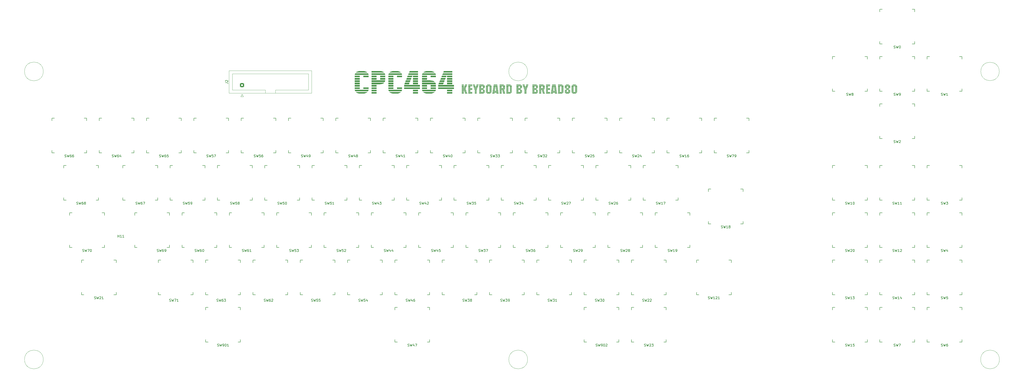
<source format=gto>
G04 #@! TF.GenerationSoftware,KiCad,Pcbnew,8.0.2*
G04 #@! TF.CreationDate,2025-05-01T13:08:38+01:00*
G04 #@! TF.ProjectId,Keyboard,4b657962-6f61-4726-942e-6b696361645f,rev?*
G04 #@! TF.SameCoordinates,Original*
G04 #@! TF.FileFunction,Legend,Top*
G04 #@! TF.FilePolarity,Positive*
%FSLAX46Y46*%
G04 Gerber Fmt 4.6, Leading zero omitted, Abs format (unit mm)*
G04 Created by KiCad (PCBNEW 8.0.2) date 2025-05-01 13:08:38*
%MOMM*%
%LPD*%
G01*
G04 APERTURE LIST*
G04 Aperture macros list*
%AMRoundRect*
0 Rectangle with rounded corners*
0 $1 Rounding radius*
0 $2 $3 $4 $5 $6 $7 $8 $9 X,Y pos of 4 corners*
0 Add a 4 corners polygon primitive as box body*
4,1,4,$2,$3,$4,$5,$6,$7,$8,$9,$2,$3,0*
0 Add four circle primitives for the rounded corners*
1,1,$1+$1,$2,$3*
1,1,$1+$1,$4,$5*
1,1,$1+$1,$6,$7*
1,1,$1+$1,$8,$9*
0 Add four rect primitives between the rounded corners*
20,1,$1+$1,$2,$3,$4,$5,0*
20,1,$1+$1,$4,$5,$6,$7,0*
20,1,$1+$1,$6,$7,$8,$9,0*
20,1,$1+$1,$8,$9,$2,$3,0*%
G04 Aperture macros list end*
%ADD10C,0.120000*%
%ADD11C,0.250000*%
%ADD12C,0.625000*%
%ADD13C,0.150000*%
%ADD14O,5.500000X5.200000*%
%ADD15C,4.300000*%
%ADD16C,3.200000*%
%ADD17C,2.200000*%
%ADD18RoundRect,0.250000X0.600000X-0.600000X0.600000X0.600000X-0.600000X0.600000X-0.600000X-0.600000X0*%
%ADD19C,1.700000*%
%ADD20C,1.701800*%
%ADD21C,3.000000*%
%ADD22C,3.987800*%
%ADD23C,2.286000*%
%ADD24C,3.048000*%
%ADD25R,1.700000X1.700000*%
%ADD26O,1.700000X1.700000*%
G04 APERTURE END LIST*
D10*
X283787500Y-118075000D02*
G75*
G02*
X276237500Y-118075000I-3775000J0D01*
G01*
X276237500Y-118075000D02*
G75*
G02*
X283787500Y-118075000I3775000J0D01*
G01*
X88787500Y-118075000D02*
G75*
G02*
X81237500Y-118075000I-3775000J0D01*
G01*
X81237500Y-118075000D02*
G75*
G02*
X88787500Y-118075000I3775000J0D01*
G01*
X283787500Y-234075000D02*
G75*
G02*
X276237500Y-234075000I-3775000J0D01*
G01*
X276237500Y-234075000D02*
G75*
G02*
X283787500Y-234075000I3775000J0D01*
G01*
X473720900Y-118075000D02*
G75*
G02*
X466304100Y-118075000I-3708400J0D01*
G01*
X466304100Y-118075000D02*
G75*
G02*
X473720900Y-118075000I3708400J0D01*
G01*
X88787500Y-234075000D02*
G75*
G02*
X81237500Y-234075000I-3775000J0D01*
G01*
X81237500Y-234075000D02*
G75*
G02*
X88787500Y-234075000I3775000J0D01*
G01*
X473787500Y-234075000D02*
G75*
G02*
X466237500Y-234075000I-3775000J0D01*
G01*
X466237500Y-234075000D02*
G75*
G02*
X473787500Y-234075000I3775000J0D01*
G01*
D11*
G36*
X258550398Y-123607186D02*
G01*
X258641256Y-123357082D01*
X259529323Y-123357082D01*
X259431626Y-123607186D01*
X258550398Y-123607186D01*
G37*
G36*
X257306713Y-123607186D02*
G01*
X257306713Y-123357082D01*
X258129323Y-123357082D01*
X258129323Y-123607186D01*
X257306713Y-123607186D01*
G37*
G36*
X258411668Y-123982343D02*
G01*
X258512296Y-123732239D01*
X259384732Y-123732239D01*
X259283127Y-123982343D01*
X258411668Y-123982343D01*
G37*
G36*
X257306713Y-123982343D02*
G01*
X257306713Y-123732239D01*
X258129323Y-123732239D01*
X258129323Y-123982343D01*
X257306713Y-123982343D01*
G37*
G36*
X258276846Y-124357500D02*
G01*
X258378451Y-124107396D01*
X259245025Y-124107396D01*
X259144397Y-124357500D01*
X258276846Y-124357500D01*
G37*
G36*
X257306713Y-124357500D02*
G01*
X257306713Y-124107396D01*
X258129323Y-124107396D01*
X258129323Y-124357500D01*
X257306713Y-124357500D01*
G37*
G36*
X258148863Y-124732657D02*
G01*
X258241675Y-124482553D01*
X259106295Y-124482553D01*
X259004690Y-124732657D01*
X258148863Y-124732657D01*
G37*
G36*
X257306713Y-124732657D02*
G01*
X257306713Y-124482553D01*
X258129323Y-124482553D01*
X258129323Y-124732657D01*
X257306713Y-124732657D01*
G37*
G36*
X257306713Y-125107814D02*
G01*
X257306713Y-124857710D01*
X258960726Y-124857710D01*
X258860098Y-125107814D01*
X257306713Y-125107814D01*
G37*
G36*
X257306713Y-125482971D02*
G01*
X257306713Y-125232867D01*
X258892338Y-125232867D01*
X258993943Y-125482971D01*
X257306713Y-125482971D01*
G37*
G36*
X258252422Y-125858128D02*
G01*
X258148863Y-125608024D01*
X259026183Y-125608024D01*
X259133650Y-125858128D01*
X258252422Y-125858128D01*
G37*
G36*
X257306713Y-125858128D02*
G01*
X257306713Y-125608024D01*
X258129323Y-125608024D01*
X258129323Y-125858128D01*
X257306713Y-125858128D01*
G37*
G36*
X258399944Y-126233285D02*
G01*
X258293455Y-125983181D01*
X259165890Y-125983181D01*
X259272380Y-126233285D01*
X258399944Y-126233285D01*
G37*
G36*
X257306713Y-126233285D02*
G01*
X257306713Y-125983181D01*
X258129323Y-125983181D01*
X258129323Y-126233285D01*
X257306713Y-126233285D01*
G37*
G36*
X258539651Y-126608442D02*
G01*
X258433162Y-126358338D01*
X259305597Y-126358338D01*
X259412087Y-126608442D01*
X258539651Y-126608442D01*
G37*
G36*
X257306713Y-126608442D02*
G01*
X257306713Y-126358338D01*
X258129323Y-126358338D01*
X258129323Y-126608442D01*
X257306713Y-126608442D01*
G37*
G36*
X258679358Y-126983600D02*
G01*
X258577753Y-126733495D01*
X259447258Y-126733495D01*
X259548863Y-126983600D01*
X258679358Y-126983600D01*
G37*
G36*
X257306713Y-126983600D02*
G01*
X257306713Y-126733495D01*
X258129323Y-126733495D01*
X258129323Y-126983600D01*
X257306713Y-126983600D01*
G37*
G36*
X259896665Y-123607186D02*
G01*
X259896665Y-123357082D01*
X261515506Y-123357082D01*
X261515506Y-123607186D01*
X259896665Y-123607186D01*
G37*
G36*
X259896665Y-123982343D02*
G01*
X259896665Y-123732239D01*
X261515506Y-123732239D01*
X261515506Y-123982343D01*
X259896665Y-123982343D01*
G37*
G36*
X259896665Y-124357500D02*
G01*
X259896665Y-124107396D01*
X260722205Y-124107396D01*
X260722205Y-124357500D01*
X259896665Y-124357500D01*
G37*
G36*
X259896665Y-124732657D02*
G01*
X259896665Y-124482553D01*
X260722205Y-124482553D01*
X260722205Y-124732657D01*
X259896665Y-124732657D01*
G37*
G36*
X259896665Y-125107814D02*
G01*
X259896665Y-124857710D01*
X261515506Y-124857710D01*
X261515506Y-125107814D01*
X259896665Y-125107814D01*
G37*
G36*
X259896665Y-125482971D02*
G01*
X259896665Y-125232867D01*
X261515506Y-125232867D01*
X261515506Y-125482971D01*
X259896665Y-125482971D01*
G37*
G36*
X259896665Y-125858128D02*
G01*
X259896665Y-125608024D01*
X260722205Y-125608024D01*
X260722205Y-125858128D01*
X259896665Y-125858128D01*
G37*
G36*
X259896665Y-126233285D02*
G01*
X259896665Y-125983181D01*
X260722205Y-125983181D01*
X260722205Y-126233285D01*
X259896665Y-126233285D01*
G37*
G36*
X259896665Y-126608442D02*
G01*
X259896665Y-126358338D01*
X261515506Y-126358338D01*
X261515506Y-126608442D01*
X259896665Y-126608442D01*
G37*
G36*
X259896665Y-126983600D02*
G01*
X259896665Y-126733495D01*
X261515506Y-126733495D01*
X261515506Y-126983600D01*
X259896665Y-126983600D01*
G37*
G36*
X263183196Y-123607186D02*
G01*
X263256469Y-123357082D01*
X264118158Y-123357082D01*
X264016553Y-123607186D01*
X263183196Y-123607186D01*
G37*
G36*
X261818367Y-123607186D02*
G01*
X261733371Y-123357082D01*
X262551096Y-123357082D01*
X262636092Y-123607186D01*
X261818367Y-123607186D01*
G37*
G36*
X263070845Y-123982343D02*
G01*
X263149979Y-123732239D01*
X263989198Y-123732239D01*
X263882708Y-123982343D01*
X263070845Y-123982343D01*
G37*
G36*
X261947328Y-123982343D02*
G01*
X261851584Y-123732239D01*
X262668332Y-123732239D01*
X262748444Y-123982343D01*
X261947328Y-123982343D01*
G37*
G36*
X262964355Y-124357500D02*
G01*
X263032743Y-124107396D01*
X263861215Y-124107396D01*
X263748863Y-124357500D01*
X262964355Y-124357500D01*
G37*
G36*
X262081173Y-124357500D02*
G01*
X261990314Y-124107396D01*
X262808039Y-124107396D01*
X262887174Y-124357500D01*
X262081173Y-124357500D01*
G37*
G36*
X262215018Y-124732657D02*
G01*
X262119275Y-124482553D01*
X263721508Y-124482553D01*
X263619903Y-124732657D01*
X262215018Y-124732657D01*
G37*
G36*
X262343001Y-125107814D02*
G01*
X262242373Y-124857710D01*
X263587663Y-124857710D01*
X263496804Y-125107814D01*
X262343001Y-125107814D01*
G37*
G36*
X262482708Y-125482971D02*
G01*
X262382080Y-125232867D01*
X263469449Y-125232867D01*
X263362959Y-125482971D01*
X262482708Y-125482971D01*
G37*
G36*
X262499316Y-125858128D02*
G01*
X262499316Y-125608024D01*
X263330719Y-125608024D01*
X263330719Y-125858128D01*
X262499316Y-125858128D01*
G37*
G36*
X262499316Y-126233285D02*
G01*
X262499316Y-125983181D01*
X263330719Y-125983181D01*
X263330719Y-126233285D01*
X262499316Y-126233285D01*
G37*
G36*
X262499316Y-126608442D02*
G01*
X262499316Y-126358338D01*
X263330719Y-126358338D01*
X263330719Y-126608442D01*
X262499316Y-126608442D01*
G37*
G36*
X262499316Y-126983600D02*
G01*
X262499316Y-126733495D01*
X263330719Y-126733495D01*
X263330719Y-126983600D01*
X262499316Y-126983600D01*
G37*
G36*
X264356539Y-123607186D02*
G01*
X264356539Y-123357082D01*
X265616832Y-123357082D01*
X265821295Y-123367401D01*
X266015880Y-123401595D01*
X266078940Y-123419608D01*
X266261145Y-123497277D01*
X266413064Y-123607186D01*
X264356539Y-123607186D01*
G37*
G36*
X264356539Y-123982343D02*
G01*
X264356539Y-123732239D01*
X266481452Y-123732239D01*
X266547886Y-123831890D01*
X266579149Y-123982343D01*
X264356539Y-123982343D01*
G37*
G36*
X265756539Y-124357500D02*
G01*
X265756539Y-124107396D01*
X266579149Y-124107396D01*
X266579149Y-124357500D01*
X265756539Y-124357500D01*
G37*
G36*
X264356539Y-124357500D02*
G01*
X264356539Y-124107396D01*
X265179149Y-124107396D01*
X265179149Y-124357500D01*
X264356539Y-124357500D01*
G37*
G36*
X265756539Y-124732657D02*
G01*
X265756539Y-124482553D01*
X266579149Y-124482553D01*
X266547886Y-124632029D01*
X266481452Y-124732657D01*
X265756539Y-124732657D01*
G37*
G36*
X264356539Y-124732657D02*
G01*
X264356539Y-124482553D01*
X265179149Y-124482553D01*
X265179149Y-124732657D01*
X264356539Y-124732657D01*
G37*
G36*
X264356539Y-125107814D02*
G01*
X264356539Y-124857710D01*
X266413064Y-124857710D01*
X266250644Y-124973694D01*
X266078940Y-125046265D01*
X265879600Y-125090444D01*
X265682182Y-125106853D01*
X265616832Y-125107814D01*
X264356539Y-125107814D01*
G37*
G36*
X264356539Y-125482971D02*
G01*
X264356539Y-125232867D01*
X265616832Y-125232867D01*
X265821295Y-125243025D01*
X266015880Y-125276685D01*
X266078940Y-125294416D01*
X266261145Y-125372329D01*
X266413064Y-125482971D01*
X264356539Y-125482971D01*
G37*
G36*
X265756539Y-125858128D02*
G01*
X265756539Y-125608024D01*
X266481452Y-125608024D01*
X266547886Y-125708652D01*
X266579149Y-125856175D01*
X265756539Y-125858128D01*
G37*
G36*
X264356539Y-125858128D02*
G01*
X264356539Y-125608024D01*
X265179149Y-125608024D01*
X265179149Y-125858128D01*
X264356539Y-125858128D01*
G37*
G36*
X265756539Y-126233285D02*
G01*
X265756539Y-125983181D01*
X266579149Y-125983181D01*
X266579149Y-126233285D01*
X265756539Y-126233285D01*
G37*
G36*
X264356539Y-126233285D02*
G01*
X264356539Y-125983181D01*
X265179149Y-125983181D01*
X265179149Y-126233285D01*
X264356539Y-126233285D01*
G37*
G36*
X264356539Y-126608442D02*
G01*
X264356539Y-126358338D01*
X266579149Y-126358338D01*
X266547886Y-126508791D01*
X266481452Y-126608442D01*
X264356539Y-126608442D01*
G37*
G36*
X264356539Y-126983600D02*
G01*
X264356539Y-126733495D01*
X266413064Y-126733495D01*
X266250644Y-126849479D01*
X266078940Y-126922050D01*
X265879600Y-126966229D01*
X265682182Y-126982638D01*
X265616832Y-126983600D01*
X264356539Y-126983600D01*
G37*
G36*
X267206365Y-123607186D02*
G01*
X267371641Y-123487076D01*
X267532673Y-123420585D01*
X267734231Y-123375004D01*
X267929751Y-123358074D01*
X267993804Y-123357082D01*
X268314250Y-123357082D01*
X268518229Y-123367401D01*
X268711212Y-123401595D01*
X268773427Y-123419608D01*
X268953434Y-123497277D01*
X269104620Y-123607186D01*
X267206365Y-123607186D01*
G37*
G36*
X267051026Y-123982343D02*
G01*
X267086197Y-123823097D01*
X267143838Y-123732239D01*
X269177893Y-123732239D01*
X269239442Y-123827005D01*
X269271682Y-123982343D01*
X267051026Y-123982343D01*
G37*
G36*
X268448095Y-124357500D02*
G01*
X268448095Y-124107396D01*
X269271682Y-124107396D01*
X269271682Y-124357500D01*
X268448095Y-124357500D01*
G37*
G36*
X267048095Y-124357500D02*
G01*
X267048095Y-124107396D01*
X267871682Y-124107396D01*
X267871682Y-124357500D01*
X267048095Y-124357500D01*
G37*
G36*
X268448095Y-124732657D02*
G01*
X268448095Y-124482553D01*
X269271682Y-124482553D01*
X269271682Y-124732657D01*
X268448095Y-124732657D01*
G37*
G36*
X267048095Y-124732657D02*
G01*
X267048095Y-124482553D01*
X267871682Y-124482553D01*
X267871682Y-124732657D01*
X267048095Y-124732657D01*
G37*
G36*
X268448095Y-125107814D02*
G01*
X268448095Y-124857710D01*
X269271682Y-124857710D01*
X269271682Y-125107814D01*
X268448095Y-125107814D01*
G37*
G36*
X267048095Y-125107814D02*
G01*
X267048095Y-124857710D01*
X267871682Y-124857710D01*
X267871682Y-125107814D01*
X267048095Y-125107814D01*
G37*
G36*
X268448095Y-125482971D02*
G01*
X268448095Y-125232867D01*
X269271682Y-125232867D01*
X269271682Y-125482971D01*
X268448095Y-125482971D01*
G37*
G36*
X267048095Y-125482971D02*
G01*
X267048095Y-125232867D01*
X267871682Y-125232867D01*
X267871682Y-125482971D01*
X267048095Y-125482971D01*
G37*
G36*
X268448095Y-125858128D02*
G01*
X268448095Y-125608024D01*
X269271682Y-125608024D01*
X269271682Y-125858128D01*
X268448095Y-125858128D01*
G37*
G36*
X267048095Y-125858128D02*
G01*
X267048095Y-125608024D01*
X267871682Y-125608024D01*
X267871682Y-125858128D01*
X267048095Y-125858128D01*
G37*
G36*
X268448095Y-126233285D02*
G01*
X268448095Y-125983181D01*
X269271682Y-125983181D01*
X269271682Y-126233285D01*
X268448095Y-126233285D01*
G37*
G36*
X267048095Y-126233285D02*
G01*
X267048095Y-125983181D01*
X267871682Y-125983181D01*
X267871682Y-126233285D01*
X267048095Y-126233285D01*
G37*
G36*
X267143838Y-126608442D02*
G01*
X267086197Y-126516607D01*
X267051026Y-126358338D01*
X269271682Y-126358338D01*
X269239442Y-126512699D01*
X269177893Y-126606489D01*
X267143838Y-126608442D01*
G37*
G36*
X267206365Y-126733495D02*
G01*
X269104620Y-126733495D01*
X268943028Y-126849479D01*
X268773427Y-126922050D01*
X268576191Y-126966229D01*
X268379555Y-126982638D01*
X268314250Y-126983600D01*
X267993804Y-126983600D01*
X267792330Y-126973280D01*
X267596997Y-126939086D01*
X267532673Y-126921073D01*
X267350956Y-126842427D01*
X267206365Y-126733495D01*
G37*
G36*
X270119693Y-123607186D02*
G01*
X270172450Y-123357082D01*
X271588081Y-123357082D01*
X271632045Y-123607186D01*
X270119693Y-123607186D01*
G37*
G36*
X270070845Y-123982343D02*
G01*
X270114808Y-123732239D01*
X271648653Y-123732239D01*
X271689686Y-123982343D01*
X270070845Y-123982343D01*
G37*
G36*
X270948165Y-124357500D02*
G01*
X270920810Y-124107396D01*
X271706295Y-124107396D01*
X271755143Y-124357500D01*
X270948165Y-124357500D01*
G37*
G36*
X270008319Y-124357500D02*
G01*
X270054236Y-124107396D01*
X270836790Y-124107396D01*
X270803573Y-124357500D01*
X270008319Y-124357500D01*
G37*
G36*
X270995060Y-124732657D02*
G01*
X270964774Y-124482553D01*
X271765890Y-124482553D01*
X271812785Y-124732657D01*
X270995060Y-124732657D01*
G37*
G36*
X269953608Y-124732657D02*
G01*
X269996595Y-124482553D01*
X270792827Y-124482553D01*
X270765471Y-124732657D01*
X269953608Y-124732657D01*
G37*
G36*
X271039023Y-125107814D02*
G01*
X271005806Y-124857710D01*
X271829393Y-124857710D01*
X271867495Y-125107814D01*
X271039023Y-125107814D01*
G37*
G36*
X269895967Y-125107814D02*
G01*
X269937000Y-124857710D01*
X270754725Y-124857710D01*
X270718577Y-125107814D01*
X269895967Y-125107814D01*
G37*
G36*
X271082987Y-125482971D02*
G01*
X271049770Y-125232867D01*
X271888988Y-125232867D01*
X271935883Y-125482971D01*
X271082987Y-125482971D01*
G37*
G36*
X269835395Y-125482971D02*
G01*
X269879358Y-125232867D01*
X270701968Y-125232867D01*
X270675590Y-125482971D01*
X269835395Y-125482971D01*
G37*
G36*
X271128905Y-125858128D02*
G01*
X271098619Y-125608024D01*
X271935883Y-125608024D01*
X271979847Y-125858128D01*
X271128905Y-125858128D01*
G37*
G36*
X269772868Y-125858128D02*
G01*
X269824648Y-125608024D01*
X270658981Y-125608024D01*
X270628695Y-125858128D01*
X269772868Y-125858128D01*
G37*
G36*
X269718158Y-126233285D02*
G01*
X269762122Y-125983181D01*
X272001340Y-125983181D01*
X272048235Y-126233285D01*
X269718158Y-126233285D01*
G37*
G36*
X269655632Y-126608442D02*
G01*
X269698619Y-126358338D01*
X272058981Y-126358338D01*
X272101968Y-126608442D01*
X269655632Y-126608442D01*
G37*
G36*
X271262750Y-126983600D02*
G01*
X271230510Y-126733495D01*
X272113692Y-126733495D01*
X272159610Y-126983600D01*
X271262750Y-126983600D01*
G37*
G36*
X269605806Y-126983600D02*
G01*
X269643908Y-126733495D01*
X270530021Y-126733495D01*
X270499735Y-126983600D01*
X269605806Y-126983600D01*
G37*
G36*
X272515227Y-123607186D02*
G01*
X272515227Y-123357082D01*
X273775520Y-123357082D01*
X273979983Y-123367401D01*
X274174568Y-123401595D01*
X274237628Y-123419608D01*
X274419833Y-123497277D01*
X274571752Y-123607186D01*
X272515227Y-123607186D01*
G37*
G36*
X272515227Y-123982343D02*
G01*
X272515227Y-123732239D01*
X274645025Y-123732239D01*
X274707551Y-123827005D01*
X274740768Y-123982343D01*
X272515227Y-123982343D01*
G37*
G36*
X273915227Y-124357500D02*
G01*
X273915227Y-124107396D01*
X274740768Y-124107396D01*
X274740768Y-124357500D01*
X273915227Y-124357500D01*
G37*
G36*
X272515227Y-124357500D02*
G01*
X272515227Y-124107396D01*
X273340768Y-124107396D01*
X273340768Y-124357500D01*
X272515227Y-124357500D01*
G37*
G36*
X273915227Y-124732657D02*
G01*
X273915227Y-124482553D01*
X274740768Y-124482553D01*
X274740768Y-124732657D01*
X273915227Y-124732657D01*
G37*
G36*
X272515227Y-124732657D02*
G01*
X272515227Y-124482553D01*
X273340768Y-124482553D01*
X273340768Y-124732657D01*
X272515227Y-124732657D01*
G37*
G36*
X272515227Y-125107814D02*
G01*
X272515227Y-124857710D01*
X274740768Y-124857710D01*
X274707551Y-125013048D01*
X274645025Y-125105860D01*
X272515227Y-125107814D01*
G37*
G36*
X272515227Y-125482971D02*
G01*
X272515227Y-125232867D01*
X274571752Y-125232867D01*
X274409332Y-125348851D01*
X274237628Y-125421422D01*
X274038288Y-125465601D01*
X273840870Y-125482010D01*
X273775520Y-125482971D01*
X272515227Y-125482971D01*
G37*
G36*
X273669030Y-125858128D02*
G01*
X273597711Y-125608024D01*
X274432045Y-125608024D01*
X274511180Y-125858128D01*
X273669030Y-125858128D01*
G37*
G36*
X272515227Y-125858128D02*
G01*
X272515227Y-125608024D01*
X273340768Y-125608024D01*
X273340768Y-125858128D01*
X272515227Y-125858128D01*
G37*
G36*
X273770635Y-126233285D02*
G01*
X273699316Y-125983181D01*
X274538535Y-125983181D01*
X274609854Y-126233285D01*
X273770635Y-126233285D01*
G37*
G36*
X272515227Y-126233285D02*
G01*
X272515227Y-125983181D01*
X273340768Y-125983181D01*
X273340768Y-126233285D01*
X272515227Y-126233285D01*
G37*
G36*
X273877125Y-126608442D02*
G01*
X273802875Y-126358338D01*
X274634278Y-126358338D01*
X274716344Y-126608442D01*
X273877125Y-126608442D01*
G37*
G36*
X272515227Y-126608442D02*
G01*
X272515227Y-126358338D01*
X273340768Y-126358338D01*
X273340768Y-126608442D01*
X272515227Y-126608442D01*
G37*
G36*
X273983615Y-126983600D02*
G01*
X273909365Y-126733495D01*
X274746630Y-126733495D01*
X274828695Y-126983600D01*
X273983615Y-126983600D01*
G37*
G36*
X272515227Y-126983600D02*
G01*
X272515227Y-126733495D01*
X273340768Y-126733495D01*
X273340768Y-126983600D01*
X272515227Y-126983600D01*
G37*
G36*
X275236092Y-123607186D02*
G01*
X275236092Y-123357082D01*
X276496386Y-123357082D01*
X276700848Y-123367401D01*
X276895433Y-123401595D01*
X276958493Y-123419608D01*
X277140698Y-123497277D01*
X277292617Y-123607186D01*
X275236092Y-123607186D01*
G37*
G36*
X275236092Y-123982343D02*
G01*
X275236092Y-123732239D01*
X277361005Y-123732239D01*
X277427439Y-123831890D01*
X277458702Y-123982343D01*
X275236092Y-123982343D01*
G37*
G36*
X276636092Y-124357500D02*
G01*
X276636092Y-124107396D01*
X277458702Y-124107396D01*
X277458702Y-124357500D01*
X276636092Y-124357500D01*
G37*
G36*
X275236092Y-124357500D02*
G01*
X275236092Y-124107396D01*
X276058702Y-124107396D01*
X276058702Y-124357500D01*
X275236092Y-124357500D01*
G37*
G36*
X276636092Y-124732657D02*
G01*
X276636092Y-124482553D01*
X277458702Y-124482553D01*
X277458702Y-124732657D01*
X276636092Y-124732657D01*
G37*
G36*
X275236092Y-124732657D02*
G01*
X275236092Y-124482553D01*
X276058702Y-124482553D01*
X276058702Y-124732657D01*
X275236092Y-124732657D01*
G37*
G36*
X276636092Y-125107814D02*
G01*
X276636092Y-124857710D01*
X277458702Y-124857710D01*
X277458702Y-125107814D01*
X276636092Y-125107814D01*
G37*
G36*
X275236092Y-125107814D02*
G01*
X275236092Y-124857710D01*
X276058702Y-124857710D01*
X276058702Y-125107814D01*
X275236092Y-125107814D01*
G37*
G36*
X276636092Y-125489810D02*
G01*
X276636092Y-125239706D01*
X277458702Y-125239706D01*
X277458702Y-125489810D01*
X276636092Y-125489810D01*
G37*
G36*
X275236092Y-125482971D02*
G01*
X275236092Y-125232867D01*
X276058702Y-125232867D01*
X276058702Y-125482971D01*
X275236092Y-125482971D01*
G37*
G36*
X276636092Y-125858128D02*
G01*
X276636092Y-125608024D01*
X277458702Y-125608024D01*
X277458702Y-125858128D01*
X276636092Y-125858128D01*
G37*
G36*
X275236092Y-125858128D02*
G01*
X275236092Y-125608024D01*
X276058702Y-125608024D01*
X276058702Y-125858128D01*
X275236092Y-125858128D01*
G37*
G36*
X276636092Y-126233285D02*
G01*
X276636092Y-125983181D01*
X277458702Y-125983181D01*
X277458702Y-126233285D01*
X276636092Y-126233285D01*
G37*
G36*
X275236092Y-126233285D02*
G01*
X275236092Y-125983181D01*
X276058702Y-125983181D01*
X276058702Y-126233285D01*
X275236092Y-126233285D01*
G37*
G36*
X275236092Y-126608442D02*
G01*
X275236092Y-126358338D01*
X277458702Y-126358338D01*
X277427439Y-126508791D01*
X277361005Y-126608442D01*
X275236092Y-126608442D01*
G37*
G36*
X275236092Y-126983600D02*
G01*
X275236092Y-126733495D01*
X277292617Y-126733495D01*
X277130198Y-126849479D01*
X276958493Y-126922050D01*
X276759154Y-126966229D01*
X276561736Y-126982638D01*
X276496386Y-126983600D01*
X275236092Y-126983600D01*
G37*
G36*
X279343280Y-123607186D02*
G01*
X279343280Y-123357082D01*
X280603573Y-123357082D01*
X280808036Y-123367401D01*
X281002621Y-123401595D01*
X281065681Y-123419608D01*
X281247886Y-123497277D01*
X281399805Y-123607186D01*
X279343280Y-123607186D01*
G37*
G36*
X279343280Y-123982343D02*
G01*
X279343280Y-123732239D01*
X281468193Y-123732239D01*
X281534627Y-123831890D01*
X281565890Y-123982343D01*
X279343280Y-123982343D01*
G37*
G36*
X280743280Y-124357500D02*
G01*
X280743280Y-124107396D01*
X281565890Y-124107396D01*
X281565890Y-124357500D01*
X280743280Y-124357500D01*
G37*
G36*
X279343280Y-124357500D02*
G01*
X279343280Y-124107396D01*
X280165890Y-124107396D01*
X280165890Y-124357500D01*
X279343280Y-124357500D01*
G37*
G36*
X280743280Y-124732657D02*
G01*
X280743280Y-124482553D01*
X281565890Y-124482553D01*
X281534627Y-124632029D01*
X281468193Y-124732657D01*
X280743280Y-124732657D01*
G37*
G36*
X279343280Y-124732657D02*
G01*
X279343280Y-124482553D01*
X280165890Y-124482553D01*
X280165890Y-124732657D01*
X279343280Y-124732657D01*
G37*
G36*
X279343280Y-125107814D02*
G01*
X279343280Y-124857710D01*
X281399805Y-124857710D01*
X281237385Y-124973694D01*
X281065681Y-125046265D01*
X280866341Y-125090444D01*
X280668923Y-125106853D01*
X280603573Y-125107814D01*
X279343280Y-125107814D01*
G37*
G36*
X279343280Y-125482971D02*
G01*
X279343280Y-125232867D01*
X280603573Y-125232867D01*
X280808036Y-125243025D01*
X281002621Y-125276685D01*
X281065681Y-125294416D01*
X281247886Y-125372329D01*
X281399805Y-125482971D01*
X279343280Y-125482971D01*
G37*
G36*
X280743280Y-125858128D02*
G01*
X280743280Y-125608024D01*
X281468193Y-125608024D01*
X281534627Y-125708652D01*
X281565890Y-125856175D01*
X280743280Y-125858128D01*
G37*
G36*
X279343280Y-125858128D02*
G01*
X279343280Y-125608024D01*
X280165890Y-125608024D01*
X280165890Y-125858128D01*
X279343280Y-125858128D01*
G37*
G36*
X280743280Y-126233285D02*
G01*
X280743280Y-125983181D01*
X281565890Y-125983181D01*
X281565890Y-126233285D01*
X280743280Y-126233285D01*
G37*
G36*
X279343280Y-126233285D02*
G01*
X279343280Y-125983181D01*
X280165890Y-125983181D01*
X280165890Y-126233285D01*
X279343280Y-126233285D01*
G37*
G36*
X279343280Y-126608442D02*
G01*
X279343280Y-126358338D01*
X281565890Y-126358338D01*
X281534627Y-126508791D01*
X281468193Y-126608442D01*
X279343280Y-126608442D01*
G37*
G36*
X279343280Y-126983600D02*
G01*
X279343280Y-126733495D01*
X281399805Y-126733495D01*
X281237385Y-126849479D01*
X281065681Y-126922050D01*
X280866341Y-126966229D01*
X280668923Y-126982638D01*
X280603573Y-126983600D01*
X279343280Y-126983600D01*
G37*
G36*
X283211110Y-123607186D02*
G01*
X283284383Y-123357082D01*
X284146071Y-123357082D01*
X284044466Y-123607186D01*
X283211110Y-123607186D01*
G37*
G36*
X281846281Y-123607186D02*
G01*
X281761284Y-123357082D01*
X282579009Y-123357082D01*
X282664006Y-123607186D01*
X281846281Y-123607186D01*
G37*
G36*
X283098758Y-123982343D02*
G01*
X283177893Y-123732239D01*
X284017111Y-123732239D01*
X283910621Y-123982343D01*
X283098758Y-123982343D01*
G37*
G36*
X281975241Y-123982343D02*
G01*
X281879498Y-123732239D01*
X282696246Y-123732239D01*
X282776358Y-123982343D01*
X281975241Y-123982343D01*
G37*
G36*
X282992268Y-124357500D02*
G01*
X283060656Y-124107396D01*
X283889128Y-124107396D01*
X283776776Y-124357500D01*
X282992268Y-124357500D01*
G37*
G36*
X282109086Y-124357500D02*
G01*
X282018228Y-124107396D01*
X282835953Y-124107396D01*
X282915088Y-124357500D01*
X282109086Y-124357500D01*
G37*
G36*
X282242931Y-124732657D02*
G01*
X282147188Y-124482553D01*
X283749421Y-124482553D01*
X283647816Y-124732657D01*
X282242931Y-124732657D01*
G37*
G36*
X282370914Y-125107814D02*
G01*
X282270286Y-124857710D01*
X283615576Y-124857710D01*
X283524718Y-125107814D01*
X282370914Y-125107814D01*
G37*
G36*
X282510621Y-125482971D02*
G01*
X282409993Y-125232867D01*
X283497362Y-125232867D01*
X283390873Y-125482971D01*
X282510621Y-125482971D01*
G37*
G36*
X282527230Y-125858128D02*
G01*
X282527230Y-125608024D01*
X283358633Y-125608024D01*
X283358633Y-125858128D01*
X282527230Y-125858128D01*
G37*
G36*
X282527230Y-126233285D02*
G01*
X282527230Y-125983181D01*
X283358633Y-125983181D01*
X283358633Y-126233285D01*
X282527230Y-126233285D01*
G37*
G36*
X282527230Y-126608442D02*
G01*
X282527230Y-126358338D01*
X283358633Y-126358338D01*
X283358633Y-126608442D01*
X282527230Y-126608442D01*
G37*
G36*
X282527230Y-126983600D02*
G01*
X282527230Y-126733495D01*
X283358633Y-126733495D01*
X283358633Y-126983600D01*
X282527230Y-126983600D01*
G37*
G36*
X285756120Y-123607186D02*
G01*
X285756120Y-123357082D01*
X287016413Y-123357082D01*
X287220876Y-123367401D01*
X287415461Y-123401595D01*
X287478521Y-123419608D01*
X287660726Y-123497277D01*
X287812645Y-123607186D01*
X285756120Y-123607186D01*
G37*
G36*
X285756120Y-123982343D02*
G01*
X285756120Y-123732239D01*
X287881033Y-123732239D01*
X287947467Y-123831890D01*
X287978730Y-123982343D01*
X285756120Y-123982343D01*
G37*
G36*
X287156120Y-124357500D02*
G01*
X287156120Y-124107396D01*
X287978730Y-124107396D01*
X287978730Y-124357500D01*
X287156120Y-124357500D01*
G37*
G36*
X285756120Y-124357500D02*
G01*
X285756120Y-124107396D01*
X286578730Y-124107396D01*
X286578730Y-124357500D01*
X285756120Y-124357500D01*
G37*
G36*
X287156120Y-124732657D02*
G01*
X287156120Y-124482553D01*
X287978730Y-124482553D01*
X287947467Y-124632029D01*
X287881033Y-124732657D01*
X287156120Y-124732657D01*
G37*
G36*
X285756120Y-124732657D02*
G01*
X285756120Y-124482553D01*
X286578730Y-124482553D01*
X286578730Y-124732657D01*
X285756120Y-124732657D01*
G37*
G36*
X285756120Y-125107814D02*
G01*
X285756120Y-124857710D01*
X287812645Y-124857710D01*
X287650226Y-124973694D01*
X287478521Y-125046265D01*
X287279182Y-125090444D01*
X287081764Y-125106853D01*
X287016413Y-125107814D01*
X285756120Y-125107814D01*
G37*
G36*
X285756120Y-125482971D02*
G01*
X285756120Y-125232867D01*
X287016413Y-125232867D01*
X287220876Y-125243025D01*
X287415461Y-125276685D01*
X287478521Y-125294416D01*
X287660726Y-125372329D01*
X287812645Y-125482971D01*
X285756120Y-125482971D01*
G37*
G36*
X287156120Y-125858128D02*
G01*
X287156120Y-125608024D01*
X287881033Y-125608024D01*
X287947467Y-125708652D01*
X287978730Y-125856175D01*
X287156120Y-125858128D01*
G37*
G36*
X285756120Y-125858128D02*
G01*
X285756120Y-125608024D01*
X286578730Y-125608024D01*
X286578730Y-125858128D01*
X285756120Y-125858128D01*
G37*
G36*
X287156120Y-126233285D02*
G01*
X287156120Y-125983181D01*
X287978730Y-125983181D01*
X287978730Y-126233285D01*
X287156120Y-126233285D01*
G37*
G36*
X285756120Y-126233285D02*
G01*
X285756120Y-125983181D01*
X286578730Y-125983181D01*
X286578730Y-126233285D01*
X285756120Y-126233285D01*
G37*
G36*
X285756120Y-126608442D02*
G01*
X285756120Y-126358338D01*
X287978730Y-126358338D01*
X287947467Y-126508791D01*
X287881033Y-126608442D01*
X285756120Y-126608442D01*
G37*
G36*
X285756120Y-126983600D02*
G01*
X285756120Y-126733495D01*
X287812645Y-126733495D01*
X287650226Y-126849479D01*
X287478521Y-126922050D01*
X287279182Y-126966229D01*
X287081764Y-126982638D01*
X287016413Y-126983600D01*
X285756120Y-126983600D01*
G37*
G36*
X288475032Y-123607186D02*
G01*
X288475032Y-123357082D01*
X289735325Y-123357082D01*
X289939788Y-123367401D01*
X290134373Y-123401595D01*
X290197432Y-123419608D01*
X290379637Y-123497277D01*
X290531556Y-123607186D01*
X288475032Y-123607186D01*
G37*
G36*
X288475032Y-123982343D02*
G01*
X288475032Y-123732239D01*
X290604829Y-123732239D01*
X290667355Y-123827005D01*
X290700573Y-123982343D01*
X288475032Y-123982343D01*
G37*
G36*
X289875032Y-124357500D02*
G01*
X289875032Y-124107396D01*
X290700573Y-124107396D01*
X290700573Y-124357500D01*
X289875032Y-124357500D01*
G37*
G36*
X288475032Y-124357500D02*
G01*
X288475032Y-124107396D01*
X289300573Y-124107396D01*
X289300573Y-124357500D01*
X288475032Y-124357500D01*
G37*
G36*
X289875032Y-124732657D02*
G01*
X289875032Y-124482553D01*
X290700573Y-124482553D01*
X290700573Y-124732657D01*
X289875032Y-124732657D01*
G37*
G36*
X288475032Y-124732657D02*
G01*
X288475032Y-124482553D01*
X289300573Y-124482553D01*
X289300573Y-124732657D01*
X288475032Y-124732657D01*
G37*
G36*
X288475032Y-125107814D02*
G01*
X288475032Y-124857710D01*
X290700573Y-124857710D01*
X290667355Y-125013048D01*
X290604829Y-125105860D01*
X288475032Y-125107814D01*
G37*
G36*
X288475032Y-125482971D02*
G01*
X288475032Y-125232867D01*
X290531556Y-125232867D01*
X290369137Y-125348851D01*
X290197432Y-125421422D01*
X289998093Y-125465601D01*
X289800675Y-125482010D01*
X289735325Y-125482971D01*
X288475032Y-125482971D01*
G37*
G36*
X289628835Y-125858128D02*
G01*
X289557516Y-125608024D01*
X290391850Y-125608024D01*
X290470984Y-125858128D01*
X289628835Y-125858128D01*
G37*
G36*
X288475032Y-125858128D02*
G01*
X288475032Y-125608024D01*
X289300573Y-125608024D01*
X289300573Y-125858128D01*
X288475032Y-125858128D01*
G37*
G36*
X289730440Y-126233285D02*
G01*
X289659121Y-125983181D01*
X290498339Y-125983181D01*
X290569658Y-126233285D01*
X289730440Y-126233285D01*
G37*
G36*
X288475032Y-126233285D02*
G01*
X288475032Y-125983181D01*
X289300573Y-125983181D01*
X289300573Y-126233285D01*
X288475032Y-126233285D01*
G37*
G36*
X289836930Y-126608442D02*
G01*
X289762680Y-126358338D01*
X290594083Y-126358338D01*
X290676148Y-126608442D01*
X289836930Y-126608442D01*
G37*
G36*
X288475032Y-126608442D02*
G01*
X288475032Y-126358338D01*
X289300573Y-126358338D01*
X289300573Y-126608442D01*
X288475032Y-126608442D01*
G37*
G36*
X289943420Y-126983600D02*
G01*
X289869170Y-126733495D01*
X290706434Y-126733495D01*
X290788500Y-126983600D01*
X289943420Y-126983600D01*
G37*
G36*
X288475032Y-126983600D02*
G01*
X288475032Y-126733495D01*
X289300573Y-126733495D01*
X289300573Y-126983600D01*
X288475032Y-126983600D01*
G37*
G36*
X291206644Y-123607186D02*
G01*
X291206644Y-123357082D01*
X292825485Y-123357082D01*
X292825485Y-123607186D01*
X291206644Y-123607186D01*
G37*
G36*
X291206644Y-123982343D02*
G01*
X291206644Y-123732239D01*
X292825485Y-123732239D01*
X292825485Y-123982343D01*
X291206644Y-123982343D01*
G37*
G36*
X291206644Y-124357500D02*
G01*
X291206644Y-124107396D01*
X292032185Y-124107396D01*
X292032185Y-124357500D01*
X291206644Y-124357500D01*
G37*
G36*
X291206644Y-124732657D02*
G01*
X291206644Y-124482553D01*
X292032185Y-124482553D01*
X292032185Y-124732657D01*
X291206644Y-124732657D01*
G37*
G36*
X291206644Y-125107814D02*
G01*
X291206644Y-124857710D01*
X292825485Y-124857710D01*
X292825485Y-125107814D01*
X291206644Y-125107814D01*
G37*
G36*
X291206644Y-125482971D02*
G01*
X291206644Y-125232867D01*
X292825485Y-125232867D01*
X292825485Y-125482971D01*
X291206644Y-125482971D01*
G37*
G36*
X291206644Y-125858128D02*
G01*
X291206644Y-125608024D01*
X292032185Y-125608024D01*
X292032185Y-125858128D01*
X291206644Y-125858128D01*
G37*
G36*
X291206644Y-126233285D02*
G01*
X291206644Y-125983181D01*
X292032185Y-125983181D01*
X292032185Y-126233285D01*
X291206644Y-126233285D01*
G37*
G36*
X291206644Y-126608442D02*
G01*
X291206644Y-126358338D01*
X292825485Y-126358338D01*
X292825485Y-126608442D01*
X291206644Y-126608442D01*
G37*
G36*
X291206644Y-126983600D02*
G01*
X291206644Y-126733495D01*
X292825485Y-126733495D01*
X292825485Y-126983600D01*
X291206644Y-126983600D01*
G37*
G36*
X293652980Y-123607186D02*
G01*
X293705737Y-123357082D01*
X295121368Y-123357082D01*
X295165332Y-123607186D01*
X293652980Y-123607186D01*
G37*
G36*
X293604131Y-123982343D02*
G01*
X293648095Y-123732239D01*
X295181940Y-123732239D01*
X295222973Y-123982343D01*
X293604131Y-123982343D01*
G37*
G36*
X294481452Y-124357500D02*
G01*
X294454097Y-124107396D01*
X295239582Y-124107396D01*
X295288430Y-124357500D01*
X294481452Y-124357500D01*
G37*
G36*
X293541605Y-124357500D02*
G01*
X293587523Y-124107396D01*
X294370077Y-124107396D01*
X294336860Y-124357500D01*
X293541605Y-124357500D01*
G37*
G36*
X294528346Y-124732657D02*
G01*
X294498060Y-124482553D01*
X295299177Y-124482553D01*
X295346071Y-124732657D01*
X294528346Y-124732657D01*
G37*
G36*
X293486895Y-124732657D02*
G01*
X293529882Y-124482553D01*
X294326113Y-124482553D01*
X294298758Y-124732657D01*
X293486895Y-124732657D01*
G37*
G36*
X294572310Y-125107814D02*
G01*
X294539093Y-124857710D01*
X295362680Y-124857710D01*
X295400782Y-125107814D01*
X294572310Y-125107814D01*
G37*
G36*
X293429254Y-125107814D02*
G01*
X293470286Y-124857710D01*
X294288011Y-124857710D01*
X294251864Y-125107814D01*
X293429254Y-125107814D01*
G37*
G36*
X294616274Y-125482971D02*
G01*
X294583057Y-125232867D01*
X295422275Y-125232867D01*
X295469170Y-125482971D01*
X294616274Y-125482971D01*
G37*
G36*
X293368681Y-125482971D02*
G01*
X293412645Y-125232867D01*
X294235255Y-125232867D01*
X294208877Y-125482971D01*
X293368681Y-125482971D01*
G37*
G36*
X294662192Y-125858128D02*
G01*
X294631905Y-125608024D01*
X295469170Y-125608024D01*
X295513134Y-125858128D01*
X294662192Y-125858128D01*
G37*
G36*
X293306155Y-125858128D02*
G01*
X293357935Y-125608024D01*
X294192268Y-125608024D01*
X294161982Y-125858128D01*
X293306155Y-125858128D01*
G37*
G36*
X293251445Y-126233285D02*
G01*
X293295409Y-125983181D01*
X295534627Y-125983181D01*
X295581522Y-126233285D01*
X293251445Y-126233285D01*
G37*
G36*
X293188919Y-126608442D02*
G01*
X293231905Y-126358338D01*
X295592268Y-126358338D01*
X295635255Y-126608442D01*
X293188919Y-126608442D01*
G37*
G36*
X294796037Y-126983600D02*
G01*
X294763797Y-126733495D01*
X295646979Y-126733495D01*
X295692896Y-126983600D01*
X294796037Y-126983600D01*
G37*
G36*
X293139093Y-126983600D02*
G01*
X293177195Y-126733495D01*
X294063308Y-126733495D01*
X294033022Y-126983600D01*
X293139093Y-126983600D01*
G37*
G36*
X296037767Y-123607186D02*
G01*
X296037767Y-123357082D01*
X297298060Y-123357082D01*
X297502523Y-123367401D01*
X297697108Y-123401595D01*
X297760168Y-123419608D01*
X297942373Y-123497277D01*
X298094292Y-123607186D01*
X296037767Y-123607186D01*
G37*
G36*
X296037767Y-123982343D02*
G01*
X296037767Y-123732239D01*
X298162680Y-123732239D01*
X298229114Y-123831890D01*
X298260377Y-123982343D01*
X296037767Y-123982343D01*
G37*
G36*
X297437767Y-124357500D02*
G01*
X297437767Y-124107396D01*
X298260377Y-124107396D01*
X298260377Y-124357500D01*
X297437767Y-124357500D01*
G37*
G36*
X296037767Y-124357500D02*
G01*
X296037767Y-124107396D01*
X296860377Y-124107396D01*
X296860377Y-124357500D01*
X296037767Y-124357500D01*
G37*
G36*
X297437767Y-124732657D02*
G01*
X297437767Y-124482553D01*
X298260377Y-124482553D01*
X298260377Y-124732657D01*
X297437767Y-124732657D01*
G37*
G36*
X296037767Y-124732657D02*
G01*
X296037767Y-124482553D01*
X296860377Y-124482553D01*
X296860377Y-124732657D01*
X296037767Y-124732657D01*
G37*
G36*
X297437767Y-125107814D02*
G01*
X297437767Y-124857710D01*
X298260377Y-124857710D01*
X298260377Y-125107814D01*
X297437767Y-125107814D01*
G37*
G36*
X296037767Y-125107814D02*
G01*
X296037767Y-124857710D01*
X296860377Y-124857710D01*
X296860377Y-125107814D01*
X296037767Y-125107814D01*
G37*
G36*
X297437767Y-125489810D02*
G01*
X297437767Y-125239706D01*
X298260377Y-125239706D01*
X298260377Y-125489810D01*
X297437767Y-125489810D01*
G37*
G36*
X296037767Y-125482971D02*
G01*
X296037767Y-125232867D01*
X296860377Y-125232867D01*
X296860377Y-125482971D01*
X296037767Y-125482971D01*
G37*
G36*
X297437767Y-125858128D02*
G01*
X297437767Y-125608024D01*
X298260377Y-125608024D01*
X298260377Y-125858128D01*
X297437767Y-125858128D01*
G37*
G36*
X296037767Y-125858128D02*
G01*
X296037767Y-125608024D01*
X296860377Y-125608024D01*
X296860377Y-125858128D01*
X296037767Y-125858128D01*
G37*
G36*
X297437767Y-126233285D02*
G01*
X297437767Y-125983181D01*
X298260377Y-125983181D01*
X298260377Y-126233285D01*
X297437767Y-126233285D01*
G37*
G36*
X296037767Y-126233285D02*
G01*
X296037767Y-125983181D01*
X296860377Y-125983181D01*
X296860377Y-126233285D01*
X296037767Y-126233285D01*
G37*
G36*
X296037767Y-126608442D02*
G01*
X296037767Y-126358338D01*
X298260377Y-126358338D01*
X298229114Y-126508791D01*
X298162680Y-126608442D01*
X296037767Y-126608442D01*
G37*
G36*
X296037767Y-126983600D02*
G01*
X296037767Y-126733495D01*
X298094292Y-126733495D01*
X297931872Y-126849479D01*
X297760168Y-126922050D01*
X297560828Y-126966229D01*
X297363411Y-126982638D01*
X297298060Y-126983600D01*
X296037767Y-126983600D01*
G37*
G36*
X298920810Y-123607186D02*
G01*
X299085159Y-123487076D01*
X299244187Y-123420585D01*
X299443641Y-123375004D01*
X299638380Y-123358074D01*
X299702387Y-123357082D01*
X300022834Y-123357082D01*
X300226664Y-123367401D01*
X300420928Y-123401595D01*
X300483964Y-123419608D01*
X300666169Y-123497277D01*
X300818088Y-123607186D01*
X298920810Y-123607186D01*
G37*
G36*
X298764494Y-123982343D02*
G01*
X298799665Y-123823097D01*
X298858284Y-123732239D01*
X300884522Y-123732239D01*
X300953887Y-123831890D01*
X300985150Y-123982343D01*
X298764494Y-123982343D01*
G37*
G36*
X300162540Y-124357500D02*
G01*
X300162540Y-124107396D01*
X300985150Y-124107396D01*
X300985150Y-124357500D01*
X300162540Y-124357500D01*
G37*
G36*
X298762540Y-124357500D02*
G01*
X298762540Y-124107396D01*
X299585150Y-124107396D01*
X299585150Y-124357500D01*
X298762540Y-124357500D01*
G37*
G36*
X300162540Y-124732657D02*
G01*
X300162540Y-124482553D01*
X300985150Y-124482553D01*
X300953887Y-124632029D01*
X300884522Y-124732657D01*
X300162540Y-124732657D01*
G37*
G36*
X298858284Y-124732657D02*
G01*
X298799665Y-124639845D01*
X298762540Y-124482553D01*
X299585150Y-124482553D01*
X299585150Y-124732657D01*
X298858284Y-124732657D01*
G37*
G36*
X298920810Y-124857710D02*
G01*
X300818088Y-124857710D01*
X300655669Y-124973694D01*
X300483964Y-125046265D01*
X300284839Y-125090444D01*
X300087955Y-125106853D01*
X300022834Y-125107814D01*
X299702387Y-125107814D01*
X299501397Y-125097495D01*
X299307667Y-125063301D01*
X299244187Y-125045288D01*
X299064669Y-124966642D01*
X298920810Y-124857710D01*
G37*
G36*
X298920810Y-125482971D02*
G01*
X299085159Y-125362071D01*
X299244187Y-125295393D01*
X299443641Y-125250513D01*
X299638380Y-125233844D01*
X299702387Y-125232867D01*
X300022834Y-125232867D01*
X300226664Y-125243025D01*
X300420928Y-125276685D01*
X300483964Y-125294416D01*
X300666169Y-125372329D01*
X300818088Y-125482971D01*
X298920810Y-125482971D01*
G37*
G36*
X300162540Y-125858128D02*
G01*
X300162540Y-125608024D01*
X300884522Y-125608024D01*
X300948025Y-125704744D01*
X300985150Y-125856175D01*
X300162540Y-125858128D01*
G37*
G36*
X298762540Y-125858128D02*
G01*
X298794780Y-125701813D01*
X298860238Y-125608024D01*
X299585150Y-125608024D01*
X299585150Y-125858128D01*
X298762540Y-125858128D01*
G37*
G36*
X300162540Y-126233285D02*
G01*
X300162540Y-125983181D01*
X300985150Y-125983181D01*
X300985150Y-126233285D01*
X300162540Y-126233285D01*
G37*
G36*
X298762540Y-126233285D02*
G01*
X298762540Y-125983181D01*
X299585150Y-125983181D01*
X299585150Y-126233285D01*
X298762540Y-126233285D01*
G37*
G36*
X298858284Y-126608442D02*
G01*
X298799665Y-126516607D01*
X298764494Y-126358338D01*
X300985150Y-126358338D01*
X300953887Y-126508791D01*
X300884522Y-126608442D01*
X298858284Y-126608442D01*
G37*
G36*
X298920810Y-126733495D02*
G01*
X300818088Y-126733495D01*
X300655669Y-126849479D01*
X300483964Y-126922050D01*
X300284839Y-126966229D01*
X300087955Y-126982638D01*
X300022834Y-126983600D01*
X299702387Y-126983600D01*
X299501397Y-126973280D01*
X299307667Y-126939086D01*
X299244187Y-126921073D01*
X299064669Y-126842427D01*
X298920810Y-126733495D01*
G37*
G36*
X301671961Y-123607186D02*
G01*
X301836310Y-123487076D01*
X301995339Y-123420585D01*
X302194793Y-123375004D01*
X302389531Y-123358074D01*
X302453538Y-123357082D01*
X302773985Y-123357082D01*
X302977815Y-123367401D01*
X303172080Y-123401595D01*
X303235115Y-123419608D01*
X303417321Y-123497277D01*
X303569240Y-123607186D01*
X301671961Y-123607186D01*
G37*
G36*
X301515646Y-123982343D02*
G01*
X301550817Y-123823097D01*
X301609435Y-123732239D01*
X303635674Y-123732239D01*
X303705039Y-123831890D01*
X303736302Y-123982343D01*
X301515646Y-123982343D01*
G37*
G36*
X302913692Y-124357500D02*
G01*
X302913692Y-124107396D01*
X303736302Y-124107396D01*
X303736302Y-124357500D01*
X302913692Y-124357500D01*
G37*
G36*
X301513692Y-124357500D02*
G01*
X301513692Y-124107396D01*
X302336302Y-124107396D01*
X302336302Y-124357500D01*
X301513692Y-124357500D01*
G37*
G36*
X302913692Y-124732657D02*
G01*
X302913692Y-124482553D01*
X303736302Y-124482553D01*
X303736302Y-124732657D01*
X302913692Y-124732657D01*
G37*
G36*
X301513692Y-124732657D02*
G01*
X301513692Y-124482553D01*
X302336302Y-124482553D01*
X302336302Y-124732657D01*
X301513692Y-124732657D01*
G37*
G36*
X302913692Y-125107814D02*
G01*
X302913692Y-124857710D01*
X303736302Y-124857710D01*
X303736302Y-125107814D01*
X302913692Y-125107814D01*
G37*
G36*
X301513692Y-125107814D02*
G01*
X301513692Y-124857710D01*
X302336302Y-124857710D01*
X302336302Y-125107814D01*
X301513692Y-125107814D01*
G37*
G36*
X302913692Y-125482971D02*
G01*
X302913692Y-125232867D01*
X303736302Y-125232867D01*
X303736302Y-125482971D01*
X302913692Y-125482971D01*
G37*
G36*
X301513692Y-125482971D02*
G01*
X301513692Y-125232867D01*
X302336302Y-125232867D01*
X302336302Y-125482971D01*
X301513692Y-125482971D01*
G37*
G36*
X302913692Y-125858128D02*
G01*
X302913692Y-125608024D01*
X303736302Y-125608024D01*
X303736302Y-125858128D01*
X302913692Y-125858128D01*
G37*
G36*
X301513692Y-125858128D02*
G01*
X301513692Y-125608024D01*
X302336302Y-125608024D01*
X302336302Y-125858128D01*
X301513692Y-125858128D01*
G37*
G36*
X302913692Y-126233285D02*
G01*
X302913692Y-125983181D01*
X303736302Y-125983181D01*
X303736302Y-126233285D01*
X302913692Y-126233285D01*
G37*
G36*
X301513692Y-126233285D02*
G01*
X301513692Y-125983181D01*
X302336302Y-125983181D01*
X302336302Y-126233285D01*
X301513692Y-126233285D01*
G37*
G36*
X301609435Y-126608442D02*
G01*
X301550817Y-126516607D01*
X301515646Y-126358338D01*
X303736302Y-126358338D01*
X303705039Y-126508791D01*
X303635674Y-126608442D01*
X301609435Y-126608442D01*
G37*
G36*
X301671961Y-126733495D02*
G01*
X303569240Y-126733495D01*
X303406820Y-126849479D01*
X303235115Y-126922050D01*
X303035991Y-126966229D01*
X302839106Y-126982638D01*
X302773985Y-126983600D01*
X302453538Y-126983600D01*
X302252548Y-126973280D01*
X302058818Y-126939086D01*
X301995339Y-126921073D01*
X301815820Y-126842427D01*
X301671961Y-126733495D01*
G37*
D12*
G36*
X214578730Y-118543367D02*
G01*
X214991920Y-118243091D01*
X215394501Y-118076863D01*
X215898395Y-117962911D01*
X216387196Y-117920586D01*
X216547328Y-117918105D01*
X217333789Y-117918105D01*
X217843365Y-117943903D01*
X218329027Y-118029388D01*
X218486616Y-118074420D01*
X218942129Y-118268593D01*
X219321926Y-118543367D01*
X214578730Y-118543367D01*
G37*
G36*
X214187942Y-119481259D02*
G01*
X214275869Y-119083143D01*
X214422415Y-118855998D01*
X219507551Y-118855998D01*
X219661424Y-119092913D01*
X219739582Y-119481259D01*
X214187942Y-119481259D01*
G37*
G36*
X217683057Y-120419152D02*
G01*
X217683057Y-119793890D01*
X219739582Y-119793890D01*
X219739582Y-120419152D01*
X217683057Y-120419152D01*
G37*
G36*
X214183057Y-120419152D02*
G01*
X214183057Y-119793890D01*
X216239582Y-119793890D01*
X216239582Y-120419152D01*
X214183057Y-120419152D01*
G37*
G36*
X214183057Y-121357044D02*
G01*
X214183057Y-120731783D01*
X216239582Y-120731783D01*
X216239582Y-121357044D01*
X214183057Y-121357044D01*
G37*
G36*
X214183057Y-122294937D02*
G01*
X214183057Y-121669675D01*
X216239582Y-121669675D01*
X216239582Y-122294937D01*
X214183057Y-122294937D01*
G37*
G36*
X214183057Y-123232829D02*
G01*
X214183057Y-122607568D01*
X216239582Y-122607568D01*
X216239582Y-123232829D01*
X214183057Y-123232829D01*
G37*
G36*
X214183057Y-124170722D02*
G01*
X214183057Y-123545460D01*
X216239582Y-123545460D01*
X216239582Y-124170722D01*
X214183057Y-124170722D01*
G37*
G36*
X217683057Y-125108614D02*
G01*
X217683057Y-124483353D01*
X219739582Y-124483353D01*
X219739582Y-125108614D01*
X217683057Y-125108614D01*
G37*
G36*
X214183057Y-125108614D02*
G01*
X214183057Y-124483353D01*
X216239582Y-124483353D01*
X216239582Y-125108614D01*
X214183057Y-125108614D01*
G37*
G36*
X214422415Y-126046507D02*
G01*
X214275869Y-125816919D01*
X214187942Y-125421245D01*
X219739582Y-125421245D01*
X219661424Y-125807149D01*
X219507551Y-126041622D01*
X214422415Y-126046507D01*
G37*
G36*
X214578730Y-126359138D02*
G01*
X219321926Y-126359138D01*
X218915877Y-126649097D01*
X218486616Y-126830527D01*
X217988804Y-126940972D01*
X217496593Y-126981995D01*
X217333789Y-126984400D01*
X216547328Y-126984400D01*
X216043643Y-126958601D01*
X215555310Y-126873116D01*
X215394501Y-126828084D01*
X214940210Y-126631469D01*
X214578730Y-126359138D01*
G37*
G36*
X220938814Y-118543367D02*
G01*
X220938814Y-117918105D01*
X224089547Y-117918105D01*
X224600704Y-117943903D01*
X225087167Y-118029388D01*
X225244815Y-118074420D01*
X225700328Y-118268593D01*
X226080126Y-118543367D01*
X220938814Y-118543367D01*
G37*
G36*
X220938814Y-119481259D02*
G01*
X220938814Y-118855998D01*
X226263308Y-118855998D01*
X226419623Y-119092913D01*
X226502666Y-119481259D01*
X220938814Y-119481259D01*
G37*
G36*
X224438814Y-120419152D02*
G01*
X224438814Y-119793890D01*
X226502666Y-119793890D01*
X226502666Y-120419152D01*
X224438814Y-120419152D01*
G37*
G36*
X220938814Y-120419152D02*
G01*
X220938814Y-119793890D01*
X223002666Y-119793890D01*
X223002666Y-120419152D01*
X220938814Y-120419152D01*
G37*
G36*
X224438814Y-121357044D02*
G01*
X224438814Y-120731783D01*
X226502666Y-120731783D01*
X226502666Y-121357044D01*
X224438814Y-121357044D01*
G37*
G36*
X220938814Y-121357044D02*
G01*
X220938814Y-120731783D01*
X223002666Y-120731783D01*
X223002666Y-121357044D01*
X220938814Y-121357044D01*
G37*
G36*
X220938814Y-122294937D02*
G01*
X220938814Y-121669675D01*
X226502666Y-121669675D01*
X226419623Y-122058021D01*
X226263308Y-122290052D01*
X220938814Y-122294937D01*
G37*
G36*
X220938814Y-123232829D02*
G01*
X220938814Y-122607568D01*
X226080126Y-122607568D01*
X225674077Y-122897527D01*
X225244815Y-123078956D01*
X224746467Y-123189402D01*
X224252922Y-123230425D01*
X224089547Y-123232829D01*
X220938814Y-123232829D01*
G37*
G36*
X220938814Y-124170722D02*
G01*
X220938814Y-123545460D01*
X223002666Y-123545460D01*
X223002666Y-124170722D01*
X220938814Y-124170722D01*
G37*
G36*
X220938814Y-125108614D02*
G01*
X220938814Y-124483353D01*
X223002666Y-124483353D01*
X223002666Y-125108614D01*
X220938814Y-125108614D01*
G37*
G36*
X220938814Y-126046507D02*
G01*
X220938814Y-125421245D01*
X223002666Y-125421245D01*
X223002666Y-126046507D01*
X220938814Y-126046507D01*
G37*
G36*
X220938814Y-126984400D02*
G01*
X220938814Y-126359138D01*
X223002666Y-126359138D01*
X223002666Y-126984400D01*
X220938814Y-126984400D01*
G37*
G36*
X228109784Y-118543367D02*
G01*
X228522974Y-118243091D01*
X228925555Y-118076863D01*
X229429449Y-117962911D01*
X229918250Y-117920586D01*
X230078381Y-117918105D01*
X230864843Y-117918105D01*
X231374419Y-117943903D01*
X231860080Y-118029388D01*
X232017669Y-118074420D01*
X232473182Y-118268593D01*
X232852980Y-118543367D01*
X228109784Y-118543367D01*
G37*
G36*
X227718995Y-119481259D02*
G01*
X227806923Y-119083143D01*
X227953468Y-118855998D01*
X233038605Y-118855998D01*
X233192478Y-119092913D01*
X233270635Y-119481259D01*
X227718995Y-119481259D01*
G37*
G36*
X231214110Y-120419152D02*
G01*
X231214110Y-119793890D01*
X233270635Y-119793890D01*
X233270635Y-120419152D01*
X231214110Y-120419152D01*
G37*
G36*
X227714110Y-120419152D02*
G01*
X227714110Y-119793890D01*
X229770635Y-119793890D01*
X229770635Y-120419152D01*
X227714110Y-120419152D01*
G37*
G36*
X227714110Y-121357044D02*
G01*
X227714110Y-120731783D01*
X229770635Y-120731783D01*
X229770635Y-121357044D01*
X227714110Y-121357044D01*
G37*
G36*
X227714110Y-122294937D02*
G01*
X227714110Y-121669675D01*
X229770635Y-121669675D01*
X229770635Y-122294937D01*
X227714110Y-122294937D01*
G37*
G36*
X227714110Y-123232829D02*
G01*
X227714110Y-122607568D01*
X229770635Y-122607568D01*
X229770635Y-123232829D01*
X227714110Y-123232829D01*
G37*
G36*
X227714110Y-124170722D02*
G01*
X227714110Y-123545460D01*
X229770635Y-123545460D01*
X229770635Y-124170722D01*
X227714110Y-124170722D01*
G37*
G36*
X231214110Y-125108614D02*
G01*
X231214110Y-124483353D01*
X233270635Y-124483353D01*
X233270635Y-125108614D01*
X231214110Y-125108614D01*
G37*
G36*
X227714110Y-125108614D02*
G01*
X227714110Y-124483353D01*
X229770635Y-124483353D01*
X229770635Y-125108614D01*
X227714110Y-125108614D01*
G37*
G36*
X227953468Y-126046507D02*
G01*
X227806923Y-125816919D01*
X227718995Y-125421245D01*
X233270635Y-125421245D01*
X233192478Y-125807149D01*
X233038605Y-126041622D01*
X227953468Y-126046507D01*
G37*
G36*
X228109784Y-126359138D02*
G01*
X232852980Y-126359138D01*
X232446931Y-126649097D01*
X232017669Y-126830527D01*
X231519858Y-126940972D01*
X231027646Y-126981995D01*
X230864843Y-126984400D01*
X230078381Y-126984400D01*
X229574697Y-126958601D01*
X229086364Y-126873116D01*
X228925555Y-126828084D01*
X228471263Y-126631469D01*
X228109784Y-126359138D01*
G37*
G36*
X236055004Y-118543367D02*
G01*
X236362750Y-117918105D01*
X239691780Y-117918105D01*
X239691780Y-118543367D01*
X236055004Y-118543367D01*
G37*
G36*
X235666658Y-119481259D02*
G01*
X235974404Y-118855998D01*
X239691780Y-118855998D01*
X239691780Y-119481259D01*
X235666658Y-119481259D01*
G37*
G36*
X237635255Y-120419152D02*
G01*
X237635255Y-119793890D01*
X239691780Y-119793890D01*
X239691780Y-120419152D01*
X237635255Y-120419152D01*
G37*
G36*
X235283196Y-120419152D02*
G01*
X235564076Y-119793890D01*
X237456958Y-119793890D01*
X237176078Y-120419152D01*
X235283196Y-120419152D01*
G37*
G36*
X237635255Y-121357044D02*
G01*
X237635255Y-120731783D01*
X239691780Y-120731783D01*
X239691780Y-121357044D01*
X237635255Y-121357044D01*
G37*
G36*
X234894850Y-121357044D02*
G01*
X235202596Y-120731783D01*
X237073496Y-120731783D01*
X236780405Y-121357044D01*
X234894850Y-121357044D01*
G37*
G36*
X237635255Y-122294937D02*
G01*
X237635255Y-121669675D01*
X239691780Y-121669675D01*
X239691780Y-122294937D01*
X237635255Y-122294937D01*
G37*
G36*
X234504062Y-122294937D02*
G01*
X234797153Y-121669675D01*
X236697362Y-121669675D01*
X236404271Y-122294937D01*
X234504062Y-122294937D01*
G37*
G36*
X237635255Y-123232829D02*
G01*
X237635255Y-122607568D01*
X239691780Y-122607568D01*
X239691780Y-123232829D01*
X237635255Y-123232829D01*
G37*
G36*
X234135255Y-123232829D02*
G01*
X234416134Y-122607568D01*
X236294362Y-122607568D01*
X236001270Y-123232829D01*
X234135255Y-123232829D01*
G37*
G36*
X234066867Y-124170722D02*
G01*
X234066867Y-123545460D01*
X240409854Y-123545460D01*
X240409854Y-124170722D01*
X234066867Y-124170722D01*
G37*
G36*
X234066867Y-125108614D02*
G01*
X234066867Y-124483353D01*
X240409854Y-124483353D01*
X240409854Y-125108614D01*
X234066867Y-125108614D01*
G37*
G36*
X237635255Y-126046507D02*
G01*
X237635255Y-125421245D01*
X239691780Y-125421245D01*
X239691780Y-126046507D01*
X237635255Y-126046507D01*
G37*
G36*
X237635255Y-126984400D02*
G01*
X237635255Y-126359138D01*
X239691780Y-126359138D01*
X239691780Y-126984400D01*
X237635255Y-126984400D01*
G37*
G36*
X241689686Y-118543367D02*
G01*
X242100558Y-118243091D01*
X242498130Y-118076863D01*
X242996765Y-117962911D01*
X243483612Y-117920586D01*
X243643629Y-117918105D01*
X244444746Y-117918105D01*
X244954321Y-117943903D01*
X245439983Y-118029388D01*
X245597572Y-118074420D01*
X246053085Y-118268593D01*
X246432882Y-118543367D01*
X241689686Y-118543367D01*
G37*
G36*
X241298898Y-119481259D02*
G01*
X241386825Y-119083143D01*
X241533371Y-118855998D01*
X246598967Y-118855998D01*
X246772380Y-119105125D01*
X246850538Y-119481259D01*
X241298898Y-119481259D01*
G37*
G36*
X244794013Y-120419152D02*
G01*
X244794013Y-119793890D01*
X246850538Y-119793890D01*
X246850538Y-120419152D01*
X244794013Y-120419152D01*
G37*
G36*
X241294013Y-120419152D02*
G01*
X241294013Y-119793890D01*
X243350538Y-119793890D01*
X243350538Y-120419152D01*
X241294013Y-120419152D01*
G37*
G36*
X241294013Y-121357044D02*
G01*
X241294013Y-120731783D01*
X243350538Y-120731783D01*
X243350538Y-121357044D01*
X241294013Y-121357044D01*
G37*
G36*
X241294013Y-122294937D02*
G01*
X241294013Y-121669675D01*
X244444746Y-121669675D01*
X244954321Y-121695473D01*
X245439983Y-121780958D01*
X245597572Y-121825991D01*
X246053085Y-122020164D01*
X246432882Y-122294937D01*
X241294013Y-122294937D01*
G37*
G36*
X241294013Y-123232829D02*
G01*
X241294013Y-122607568D01*
X246603852Y-122612453D01*
X246765053Y-122854253D01*
X246850538Y-123232829D01*
X241294013Y-123232829D01*
G37*
G36*
X244794013Y-124170722D02*
G01*
X244794013Y-123545460D01*
X246850538Y-123545460D01*
X246850538Y-124170722D01*
X244794013Y-124170722D01*
G37*
G36*
X241294013Y-124170722D02*
G01*
X241294013Y-123545460D01*
X243350538Y-123545460D01*
X243350538Y-124170722D01*
X241294013Y-124170722D01*
G37*
G36*
X244794013Y-125108614D02*
G01*
X244794013Y-124483353D01*
X246850538Y-124483353D01*
X246850538Y-125108614D01*
X244794013Y-125108614D01*
G37*
G36*
X241294013Y-125108614D02*
G01*
X241294013Y-124483353D01*
X243350538Y-124483353D01*
X243350538Y-125108614D01*
X241294013Y-125108614D01*
G37*
G36*
X241533371Y-126046507D02*
G01*
X241386825Y-125816919D01*
X241298898Y-125421245D01*
X246850538Y-125421245D01*
X246772380Y-125797379D01*
X246598967Y-126046507D01*
X241533371Y-126046507D01*
G37*
G36*
X241689686Y-126359138D02*
G01*
X246432882Y-126359138D01*
X246026833Y-126649097D01*
X245597572Y-126830527D01*
X245099760Y-126940972D01*
X244607549Y-126981995D01*
X244444746Y-126984400D01*
X243643629Y-126984400D01*
X243141154Y-126958601D01*
X242656828Y-126873116D01*
X242498130Y-126828084D01*
X242049334Y-126631469D01*
X241689686Y-126359138D01*
G37*
G36*
X249810761Y-118543367D02*
G01*
X250118507Y-117918105D01*
X253447537Y-117918105D01*
X253447537Y-118543367D01*
X249810761Y-118543367D01*
G37*
G36*
X249422415Y-119481259D02*
G01*
X249730161Y-118855998D01*
X253447537Y-118855998D01*
X253447537Y-119481259D01*
X249422415Y-119481259D01*
G37*
G36*
X251391012Y-120419152D02*
G01*
X251391012Y-119793890D01*
X253447537Y-119793890D01*
X253447537Y-120419152D01*
X251391012Y-120419152D01*
G37*
G36*
X249038953Y-120419152D02*
G01*
X249319833Y-119793890D01*
X251212715Y-119793890D01*
X250931836Y-120419152D01*
X249038953Y-120419152D01*
G37*
G36*
X251391012Y-121357044D02*
G01*
X251391012Y-120731783D01*
X253447537Y-120731783D01*
X253447537Y-121357044D01*
X251391012Y-121357044D01*
G37*
G36*
X248650607Y-121357044D02*
G01*
X248958353Y-120731783D01*
X250829254Y-120731783D01*
X250536162Y-121357044D01*
X248650607Y-121357044D01*
G37*
G36*
X251391012Y-122294937D02*
G01*
X251391012Y-121669675D01*
X253447537Y-121669675D01*
X253447537Y-122294937D01*
X251391012Y-122294937D01*
G37*
G36*
X248259819Y-122294937D02*
G01*
X248552910Y-121669675D01*
X250453120Y-121669675D01*
X250160028Y-122294937D01*
X248259819Y-122294937D01*
G37*
G36*
X251391012Y-123232829D02*
G01*
X251391012Y-122607568D01*
X253447537Y-122607568D01*
X253447537Y-123232829D01*
X251391012Y-123232829D01*
G37*
G36*
X247891012Y-123232829D02*
G01*
X248171891Y-122607568D01*
X250050119Y-122607568D01*
X249757027Y-123232829D01*
X247891012Y-123232829D01*
G37*
G36*
X247822624Y-124170722D02*
G01*
X247822624Y-123545460D01*
X254165611Y-123545460D01*
X254165611Y-124170722D01*
X247822624Y-124170722D01*
G37*
G36*
X247822624Y-125108614D02*
G01*
X247822624Y-124483353D01*
X254165611Y-124483353D01*
X254165611Y-125108614D01*
X247822624Y-125108614D01*
G37*
G36*
X251391012Y-126046507D02*
G01*
X251391012Y-125421245D01*
X253447537Y-125421245D01*
X253447537Y-126046507D01*
X251391012Y-126046507D01*
G37*
G36*
X251391012Y-126984400D02*
G01*
X251391012Y-126359138D01*
X253447537Y-126359138D01*
X253447537Y-126984400D01*
X251391012Y-126984400D01*
G37*
D13*
X162149819Y-122618333D02*
X162864104Y-122618333D01*
X162864104Y-122618333D02*
X163006961Y-122665952D01*
X163006961Y-122665952D02*
X163102200Y-122761190D01*
X163102200Y-122761190D02*
X163149819Y-122904047D01*
X163149819Y-122904047D02*
X163149819Y-122999285D01*
X162245057Y-122189761D02*
X162197438Y-122142142D01*
X162197438Y-122142142D02*
X162149819Y-122046904D01*
X162149819Y-122046904D02*
X162149819Y-121808809D01*
X162149819Y-121808809D02*
X162197438Y-121713571D01*
X162197438Y-121713571D02*
X162245057Y-121665952D01*
X162245057Y-121665952D02*
X162340295Y-121618333D01*
X162340295Y-121618333D02*
X162435533Y-121618333D01*
X162435533Y-121618333D02*
X162578390Y-121665952D01*
X162578390Y-121665952D02*
X163149819Y-122237380D01*
X163149819Y-122237380D02*
X163149819Y-121618333D01*
X335577976Y-171587200D02*
X335720833Y-171634819D01*
X335720833Y-171634819D02*
X335958928Y-171634819D01*
X335958928Y-171634819D02*
X336054166Y-171587200D01*
X336054166Y-171587200D02*
X336101785Y-171539580D01*
X336101785Y-171539580D02*
X336149404Y-171444342D01*
X336149404Y-171444342D02*
X336149404Y-171349104D01*
X336149404Y-171349104D02*
X336101785Y-171253866D01*
X336101785Y-171253866D02*
X336054166Y-171206247D01*
X336054166Y-171206247D02*
X335958928Y-171158628D01*
X335958928Y-171158628D02*
X335768452Y-171111009D01*
X335768452Y-171111009D02*
X335673214Y-171063390D01*
X335673214Y-171063390D02*
X335625595Y-171015771D01*
X335625595Y-171015771D02*
X335577976Y-170920533D01*
X335577976Y-170920533D02*
X335577976Y-170825295D01*
X335577976Y-170825295D02*
X335625595Y-170730057D01*
X335625595Y-170730057D02*
X335673214Y-170682438D01*
X335673214Y-170682438D02*
X335768452Y-170634819D01*
X335768452Y-170634819D02*
X336006547Y-170634819D01*
X336006547Y-170634819D02*
X336149404Y-170682438D01*
X336482738Y-170634819D02*
X336720833Y-171634819D01*
X336720833Y-171634819D02*
X336911309Y-170920533D01*
X336911309Y-170920533D02*
X337101785Y-171634819D01*
X337101785Y-171634819D02*
X337339881Y-170634819D01*
X338244642Y-171634819D02*
X337673214Y-171634819D01*
X337958928Y-171634819D02*
X337958928Y-170634819D01*
X337958928Y-170634819D02*
X337863690Y-170777676D01*
X337863690Y-170777676D02*
X337768452Y-170872914D01*
X337768452Y-170872914D02*
X337673214Y-170920533D01*
X338577976Y-170634819D02*
X339244642Y-170634819D01*
X339244642Y-170634819D02*
X338816071Y-171634819D01*
X431304167Y-127724700D02*
X431447024Y-127772319D01*
X431447024Y-127772319D02*
X431685119Y-127772319D01*
X431685119Y-127772319D02*
X431780357Y-127724700D01*
X431780357Y-127724700D02*
X431827976Y-127677080D01*
X431827976Y-127677080D02*
X431875595Y-127581842D01*
X431875595Y-127581842D02*
X431875595Y-127486604D01*
X431875595Y-127486604D02*
X431827976Y-127391366D01*
X431827976Y-127391366D02*
X431780357Y-127343747D01*
X431780357Y-127343747D02*
X431685119Y-127296128D01*
X431685119Y-127296128D02*
X431494643Y-127248509D01*
X431494643Y-127248509D02*
X431399405Y-127200890D01*
X431399405Y-127200890D02*
X431351786Y-127153271D01*
X431351786Y-127153271D02*
X431304167Y-127058033D01*
X431304167Y-127058033D02*
X431304167Y-126962795D01*
X431304167Y-126962795D02*
X431351786Y-126867557D01*
X431351786Y-126867557D02*
X431399405Y-126819938D01*
X431399405Y-126819938D02*
X431494643Y-126772319D01*
X431494643Y-126772319D02*
X431732738Y-126772319D01*
X431732738Y-126772319D02*
X431875595Y-126819938D01*
X432208929Y-126772319D02*
X432447024Y-127772319D01*
X432447024Y-127772319D02*
X432637500Y-127058033D01*
X432637500Y-127058033D02*
X432827976Y-127772319D01*
X432827976Y-127772319D02*
X433066072Y-126772319D01*
X433494643Y-127772319D02*
X433685119Y-127772319D01*
X433685119Y-127772319D02*
X433780357Y-127724700D01*
X433780357Y-127724700D02*
X433827976Y-127677080D01*
X433827976Y-127677080D02*
X433923214Y-127534223D01*
X433923214Y-127534223D02*
X433970833Y-127343747D01*
X433970833Y-127343747D02*
X433970833Y-126962795D01*
X433970833Y-126962795D02*
X433923214Y-126867557D01*
X433923214Y-126867557D02*
X433875595Y-126819938D01*
X433875595Y-126819938D02*
X433780357Y-126772319D01*
X433780357Y-126772319D02*
X433589881Y-126772319D01*
X433589881Y-126772319D02*
X433494643Y-126819938D01*
X433494643Y-126819938D02*
X433447024Y-126867557D01*
X433447024Y-126867557D02*
X433399405Y-126962795D01*
X433399405Y-126962795D02*
X433399405Y-127200890D01*
X433399405Y-127200890D02*
X433447024Y-127296128D01*
X433447024Y-127296128D02*
X433494643Y-127343747D01*
X433494643Y-127343747D02*
X433589881Y-127391366D01*
X433589881Y-127391366D02*
X433780357Y-127391366D01*
X433780357Y-127391366D02*
X433875595Y-127343747D01*
X433875595Y-127343747D02*
X433923214Y-127296128D01*
X433923214Y-127296128D02*
X433970833Y-127200890D01*
X149840476Y-190637200D02*
X149983333Y-190684819D01*
X149983333Y-190684819D02*
X150221428Y-190684819D01*
X150221428Y-190684819D02*
X150316666Y-190637200D01*
X150316666Y-190637200D02*
X150364285Y-190589580D01*
X150364285Y-190589580D02*
X150411904Y-190494342D01*
X150411904Y-190494342D02*
X150411904Y-190399104D01*
X150411904Y-190399104D02*
X150364285Y-190303866D01*
X150364285Y-190303866D02*
X150316666Y-190256247D01*
X150316666Y-190256247D02*
X150221428Y-190208628D01*
X150221428Y-190208628D02*
X150030952Y-190161009D01*
X150030952Y-190161009D02*
X149935714Y-190113390D01*
X149935714Y-190113390D02*
X149888095Y-190065771D01*
X149888095Y-190065771D02*
X149840476Y-189970533D01*
X149840476Y-189970533D02*
X149840476Y-189875295D01*
X149840476Y-189875295D02*
X149888095Y-189780057D01*
X149888095Y-189780057D02*
X149935714Y-189732438D01*
X149935714Y-189732438D02*
X150030952Y-189684819D01*
X150030952Y-189684819D02*
X150269047Y-189684819D01*
X150269047Y-189684819D02*
X150411904Y-189732438D01*
X150745238Y-189684819D02*
X150983333Y-190684819D01*
X150983333Y-190684819D02*
X151173809Y-189970533D01*
X151173809Y-189970533D02*
X151364285Y-190684819D01*
X151364285Y-190684819D02*
X151602381Y-189684819D01*
X152411904Y-189684819D02*
X152221428Y-189684819D01*
X152221428Y-189684819D02*
X152126190Y-189732438D01*
X152126190Y-189732438D02*
X152078571Y-189780057D01*
X152078571Y-189780057D02*
X151983333Y-189922914D01*
X151983333Y-189922914D02*
X151935714Y-190113390D01*
X151935714Y-190113390D02*
X151935714Y-190494342D01*
X151935714Y-190494342D02*
X151983333Y-190589580D01*
X151983333Y-190589580D02*
X152030952Y-190637200D01*
X152030952Y-190637200D02*
X152126190Y-190684819D01*
X152126190Y-190684819D02*
X152316666Y-190684819D01*
X152316666Y-190684819D02*
X152411904Y-190637200D01*
X152411904Y-190637200D02*
X152459523Y-190589580D01*
X152459523Y-190589580D02*
X152507142Y-190494342D01*
X152507142Y-190494342D02*
X152507142Y-190256247D01*
X152507142Y-190256247D02*
X152459523Y-190161009D01*
X152459523Y-190161009D02*
X152411904Y-190113390D01*
X152411904Y-190113390D02*
X152316666Y-190065771D01*
X152316666Y-190065771D02*
X152126190Y-190065771D01*
X152126190Y-190065771D02*
X152030952Y-190113390D01*
X152030952Y-190113390D02*
X151983333Y-190161009D01*
X151983333Y-190161009D02*
X151935714Y-190256247D01*
X153126190Y-189684819D02*
X153221428Y-189684819D01*
X153221428Y-189684819D02*
X153316666Y-189732438D01*
X153316666Y-189732438D02*
X153364285Y-189780057D01*
X153364285Y-189780057D02*
X153411904Y-189875295D01*
X153411904Y-189875295D02*
X153459523Y-190065771D01*
X153459523Y-190065771D02*
X153459523Y-190303866D01*
X153459523Y-190303866D02*
X153411904Y-190494342D01*
X153411904Y-190494342D02*
X153364285Y-190589580D01*
X153364285Y-190589580D02*
X153316666Y-190637200D01*
X153316666Y-190637200D02*
X153221428Y-190684819D01*
X153221428Y-190684819D02*
X153126190Y-190684819D01*
X153126190Y-190684819D02*
X153030952Y-190637200D01*
X153030952Y-190637200D02*
X152983333Y-190589580D01*
X152983333Y-190589580D02*
X152935714Y-190494342D01*
X152935714Y-190494342D02*
X152888095Y-190303866D01*
X152888095Y-190303866D02*
X152888095Y-190065771D01*
X152888095Y-190065771D02*
X152935714Y-189875295D01*
X152935714Y-189875295D02*
X152983333Y-189780057D01*
X152983333Y-189780057D02*
X153030952Y-189732438D01*
X153030952Y-189732438D02*
X153126190Y-189684819D01*
X297477976Y-171587200D02*
X297620833Y-171634819D01*
X297620833Y-171634819D02*
X297858928Y-171634819D01*
X297858928Y-171634819D02*
X297954166Y-171587200D01*
X297954166Y-171587200D02*
X298001785Y-171539580D01*
X298001785Y-171539580D02*
X298049404Y-171444342D01*
X298049404Y-171444342D02*
X298049404Y-171349104D01*
X298049404Y-171349104D02*
X298001785Y-171253866D01*
X298001785Y-171253866D02*
X297954166Y-171206247D01*
X297954166Y-171206247D02*
X297858928Y-171158628D01*
X297858928Y-171158628D02*
X297668452Y-171111009D01*
X297668452Y-171111009D02*
X297573214Y-171063390D01*
X297573214Y-171063390D02*
X297525595Y-171015771D01*
X297525595Y-171015771D02*
X297477976Y-170920533D01*
X297477976Y-170920533D02*
X297477976Y-170825295D01*
X297477976Y-170825295D02*
X297525595Y-170730057D01*
X297525595Y-170730057D02*
X297573214Y-170682438D01*
X297573214Y-170682438D02*
X297668452Y-170634819D01*
X297668452Y-170634819D02*
X297906547Y-170634819D01*
X297906547Y-170634819D02*
X298049404Y-170682438D01*
X298382738Y-170634819D02*
X298620833Y-171634819D01*
X298620833Y-171634819D02*
X298811309Y-170920533D01*
X298811309Y-170920533D02*
X299001785Y-171634819D01*
X299001785Y-171634819D02*
X299239881Y-170634819D01*
X299573214Y-170730057D02*
X299620833Y-170682438D01*
X299620833Y-170682438D02*
X299716071Y-170634819D01*
X299716071Y-170634819D02*
X299954166Y-170634819D01*
X299954166Y-170634819D02*
X300049404Y-170682438D01*
X300049404Y-170682438D02*
X300097023Y-170730057D01*
X300097023Y-170730057D02*
X300144642Y-170825295D01*
X300144642Y-170825295D02*
X300144642Y-170920533D01*
X300144642Y-170920533D02*
X300097023Y-171063390D01*
X300097023Y-171063390D02*
X299525595Y-171634819D01*
X299525595Y-171634819D02*
X300144642Y-171634819D01*
X300477976Y-170634819D02*
X301144642Y-170634819D01*
X301144642Y-170634819D02*
X300716071Y-171634819D01*
X330065476Y-210687200D02*
X330208333Y-210734819D01*
X330208333Y-210734819D02*
X330446428Y-210734819D01*
X330446428Y-210734819D02*
X330541666Y-210687200D01*
X330541666Y-210687200D02*
X330589285Y-210639580D01*
X330589285Y-210639580D02*
X330636904Y-210544342D01*
X330636904Y-210544342D02*
X330636904Y-210449104D01*
X330636904Y-210449104D02*
X330589285Y-210353866D01*
X330589285Y-210353866D02*
X330541666Y-210306247D01*
X330541666Y-210306247D02*
X330446428Y-210258628D01*
X330446428Y-210258628D02*
X330255952Y-210211009D01*
X330255952Y-210211009D02*
X330160714Y-210163390D01*
X330160714Y-210163390D02*
X330113095Y-210115771D01*
X330113095Y-210115771D02*
X330065476Y-210020533D01*
X330065476Y-210020533D02*
X330065476Y-209925295D01*
X330065476Y-209925295D02*
X330113095Y-209830057D01*
X330113095Y-209830057D02*
X330160714Y-209782438D01*
X330160714Y-209782438D02*
X330255952Y-209734819D01*
X330255952Y-209734819D02*
X330494047Y-209734819D01*
X330494047Y-209734819D02*
X330636904Y-209782438D01*
X330970238Y-209734819D02*
X331208333Y-210734819D01*
X331208333Y-210734819D02*
X331398809Y-210020533D01*
X331398809Y-210020533D02*
X331589285Y-210734819D01*
X331589285Y-210734819D02*
X331827381Y-209734819D01*
X332160714Y-209830057D02*
X332208333Y-209782438D01*
X332208333Y-209782438D02*
X332303571Y-209734819D01*
X332303571Y-209734819D02*
X332541666Y-209734819D01*
X332541666Y-209734819D02*
X332636904Y-209782438D01*
X332636904Y-209782438D02*
X332684523Y-209830057D01*
X332684523Y-209830057D02*
X332732142Y-209925295D01*
X332732142Y-209925295D02*
X332732142Y-210020533D01*
X332732142Y-210020533D02*
X332684523Y-210163390D01*
X332684523Y-210163390D02*
X332113095Y-210734819D01*
X332113095Y-210734819D02*
X332732142Y-210734819D01*
X333113095Y-209830057D02*
X333160714Y-209782438D01*
X333160714Y-209782438D02*
X333255952Y-209734819D01*
X333255952Y-209734819D02*
X333494047Y-209734819D01*
X333494047Y-209734819D02*
X333589285Y-209782438D01*
X333589285Y-209782438D02*
X333636904Y-209830057D01*
X333636904Y-209830057D02*
X333684523Y-209925295D01*
X333684523Y-209925295D02*
X333684523Y-210020533D01*
X333684523Y-210020533D02*
X333636904Y-210163390D01*
X333636904Y-210163390D02*
X333065476Y-210734819D01*
X333065476Y-210734819D02*
X333684523Y-210734819D01*
X134600476Y-190637200D02*
X134743333Y-190684819D01*
X134743333Y-190684819D02*
X134981428Y-190684819D01*
X134981428Y-190684819D02*
X135076666Y-190637200D01*
X135076666Y-190637200D02*
X135124285Y-190589580D01*
X135124285Y-190589580D02*
X135171904Y-190494342D01*
X135171904Y-190494342D02*
X135171904Y-190399104D01*
X135171904Y-190399104D02*
X135124285Y-190303866D01*
X135124285Y-190303866D02*
X135076666Y-190256247D01*
X135076666Y-190256247D02*
X134981428Y-190208628D01*
X134981428Y-190208628D02*
X134790952Y-190161009D01*
X134790952Y-190161009D02*
X134695714Y-190113390D01*
X134695714Y-190113390D02*
X134648095Y-190065771D01*
X134648095Y-190065771D02*
X134600476Y-189970533D01*
X134600476Y-189970533D02*
X134600476Y-189875295D01*
X134600476Y-189875295D02*
X134648095Y-189780057D01*
X134648095Y-189780057D02*
X134695714Y-189732438D01*
X134695714Y-189732438D02*
X134790952Y-189684819D01*
X134790952Y-189684819D02*
X135029047Y-189684819D01*
X135029047Y-189684819D02*
X135171904Y-189732438D01*
X135505238Y-189684819D02*
X135743333Y-190684819D01*
X135743333Y-190684819D02*
X135933809Y-189970533D01*
X135933809Y-189970533D02*
X136124285Y-190684819D01*
X136124285Y-190684819D02*
X136362381Y-189684819D01*
X137171904Y-189684819D02*
X136981428Y-189684819D01*
X136981428Y-189684819D02*
X136886190Y-189732438D01*
X136886190Y-189732438D02*
X136838571Y-189780057D01*
X136838571Y-189780057D02*
X136743333Y-189922914D01*
X136743333Y-189922914D02*
X136695714Y-190113390D01*
X136695714Y-190113390D02*
X136695714Y-190494342D01*
X136695714Y-190494342D02*
X136743333Y-190589580D01*
X136743333Y-190589580D02*
X136790952Y-190637200D01*
X136790952Y-190637200D02*
X136886190Y-190684819D01*
X136886190Y-190684819D02*
X137076666Y-190684819D01*
X137076666Y-190684819D02*
X137171904Y-190637200D01*
X137171904Y-190637200D02*
X137219523Y-190589580D01*
X137219523Y-190589580D02*
X137267142Y-190494342D01*
X137267142Y-190494342D02*
X137267142Y-190256247D01*
X137267142Y-190256247D02*
X137219523Y-190161009D01*
X137219523Y-190161009D02*
X137171904Y-190113390D01*
X137171904Y-190113390D02*
X137076666Y-190065771D01*
X137076666Y-190065771D02*
X136886190Y-190065771D01*
X136886190Y-190065771D02*
X136790952Y-190113390D01*
X136790952Y-190113390D02*
X136743333Y-190161009D01*
X136743333Y-190161009D02*
X136695714Y-190256247D01*
X137743333Y-190684819D02*
X137933809Y-190684819D01*
X137933809Y-190684819D02*
X138029047Y-190637200D01*
X138029047Y-190637200D02*
X138076666Y-190589580D01*
X138076666Y-190589580D02*
X138171904Y-190446723D01*
X138171904Y-190446723D02*
X138219523Y-190256247D01*
X138219523Y-190256247D02*
X138219523Y-189875295D01*
X138219523Y-189875295D02*
X138171904Y-189780057D01*
X138171904Y-189780057D02*
X138124285Y-189732438D01*
X138124285Y-189732438D02*
X138029047Y-189684819D01*
X138029047Y-189684819D02*
X137838571Y-189684819D01*
X137838571Y-189684819D02*
X137743333Y-189732438D01*
X137743333Y-189732438D02*
X137695714Y-189780057D01*
X137695714Y-189780057D02*
X137648095Y-189875295D01*
X137648095Y-189875295D02*
X137648095Y-190113390D01*
X137648095Y-190113390D02*
X137695714Y-190208628D01*
X137695714Y-190208628D02*
X137743333Y-190256247D01*
X137743333Y-190256247D02*
X137838571Y-190303866D01*
X137838571Y-190303866D02*
X138029047Y-190303866D01*
X138029047Y-190303866D02*
X138124285Y-190256247D01*
X138124285Y-190256247D02*
X138171904Y-190208628D01*
X138171904Y-190208628D02*
X138219523Y-190113390D01*
X268902976Y-152537200D02*
X269045833Y-152584819D01*
X269045833Y-152584819D02*
X269283928Y-152584819D01*
X269283928Y-152584819D02*
X269379166Y-152537200D01*
X269379166Y-152537200D02*
X269426785Y-152489580D01*
X269426785Y-152489580D02*
X269474404Y-152394342D01*
X269474404Y-152394342D02*
X269474404Y-152299104D01*
X269474404Y-152299104D02*
X269426785Y-152203866D01*
X269426785Y-152203866D02*
X269379166Y-152156247D01*
X269379166Y-152156247D02*
X269283928Y-152108628D01*
X269283928Y-152108628D02*
X269093452Y-152061009D01*
X269093452Y-152061009D02*
X268998214Y-152013390D01*
X268998214Y-152013390D02*
X268950595Y-151965771D01*
X268950595Y-151965771D02*
X268902976Y-151870533D01*
X268902976Y-151870533D02*
X268902976Y-151775295D01*
X268902976Y-151775295D02*
X268950595Y-151680057D01*
X268950595Y-151680057D02*
X268998214Y-151632438D01*
X268998214Y-151632438D02*
X269093452Y-151584819D01*
X269093452Y-151584819D02*
X269331547Y-151584819D01*
X269331547Y-151584819D02*
X269474404Y-151632438D01*
X269807738Y-151584819D02*
X270045833Y-152584819D01*
X270045833Y-152584819D02*
X270236309Y-151870533D01*
X270236309Y-151870533D02*
X270426785Y-152584819D01*
X270426785Y-152584819D02*
X270664881Y-151584819D01*
X270950595Y-151584819D02*
X271569642Y-151584819D01*
X271569642Y-151584819D02*
X271236309Y-151965771D01*
X271236309Y-151965771D02*
X271379166Y-151965771D01*
X271379166Y-151965771D02*
X271474404Y-152013390D01*
X271474404Y-152013390D02*
X271522023Y-152061009D01*
X271522023Y-152061009D02*
X271569642Y-152156247D01*
X271569642Y-152156247D02*
X271569642Y-152394342D01*
X271569642Y-152394342D02*
X271522023Y-152489580D01*
X271522023Y-152489580D02*
X271474404Y-152537200D01*
X271474404Y-152537200D02*
X271379166Y-152584819D01*
X271379166Y-152584819D02*
X271093452Y-152584819D01*
X271093452Y-152584819D02*
X270998214Y-152537200D01*
X270998214Y-152537200D02*
X270950595Y-152489580D01*
X271902976Y-151584819D02*
X272522023Y-151584819D01*
X272522023Y-151584819D02*
X272188690Y-151965771D01*
X272188690Y-151965771D02*
X272331547Y-151965771D01*
X272331547Y-151965771D02*
X272426785Y-152013390D01*
X272426785Y-152013390D02*
X272474404Y-152061009D01*
X272474404Y-152061009D02*
X272522023Y-152156247D01*
X272522023Y-152156247D02*
X272522023Y-152394342D01*
X272522023Y-152394342D02*
X272474404Y-152489580D01*
X272474404Y-152489580D02*
X272426785Y-152537200D01*
X272426785Y-152537200D02*
X272331547Y-152584819D01*
X272331547Y-152584819D02*
X272045833Y-152584819D01*
X272045833Y-152584819D02*
X271950595Y-152537200D01*
X271950595Y-152537200D02*
X271902976Y-152489580D01*
X158615476Y-210687200D02*
X158758333Y-210734819D01*
X158758333Y-210734819D02*
X158996428Y-210734819D01*
X158996428Y-210734819D02*
X159091666Y-210687200D01*
X159091666Y-210687200D02*
X159139285Y-210639580D01*
X159139285Y-210639580D02*
X159186904Y-210544342D01*
X159186904Y-210544342D02*
X159186904Y-210449104D01*
X159186904Y-210449104D02*
X159139285Y-210353866D01*
X159139285Y-210353866D02*
X159091666Y-210306247D01*
X159091666Y-210306247D02*
X158996428Y-210258628D01*
X158996428Y-210258628D02*
X158805952Y-210211009D01*
X158805952Y-210211009D02*
X158710714Y-210163390D01*
X158710714Y-210163390D02*
X158663095Y-210115771D01*
X158663095Y-210115771D02*
X158615476Y-210020533D01*
X158615476Y-210020533D02*
X158615476Y-209925295D01*
X158615476Y-209925295D02*
X158663095Y-209830057D01*
X158663095Y-209830057D02*
X158710714Y-209782438D01*
X158710714Y-209782438D02*
X158805952Y-209734819D01*
X158805952Y-209734819D02*
X159044047Y-209734819D01*
X159044047Y-209734819D02*
X159186904Y-209782438D01*
X159520238Y-209734819D02*
X159758333Y-210734819D01*
X159758333Y-210734819D02*
X159948809Y-210020533D01*
X159948809Y-210020533D02*
X160139285Y-210734819D01*
X160139285Y-210734819D02*
X160377381Y-209734819D01*
X161186904Y-209734819D02*
X160996428Y-209734819D01*
X160996428Y-209734819D02*
X160901190Y-209782438D01*
X160901190Y-209782438D02*
X160853571Y-209830057D01*
X160853571Y-209830057D02*
X160758333Y-209972914D01*
X160758333Y-209972914D02*
X160710714Y-210163390D01*
X160710714Y-210163390D02*
X160710714Y-210544342D01*
X160710714Y-210544342D02*
X160758333Y-210639580D01*
X160758333Y-210639580D02*
X160805952Y-210687200D01*
X160805952Y-210687200D02*
X160901190Y-210734819D01*
X160901190Y-210734819D02*
X161091666Y-210734819D01*
X161091666Y-210734819D02*
X161186904Y-210687200D01*
X161186904Y-210687200D02*
X161234523Y-210639580D01*
X161234523Y-210639580D02*
X161282142Y-210544342D01*
X161282142Y-210544342D02*
X161282142Y-210306247D01*
X161282142Y-210306247D02*
X161234523Y-210211009D01*
X161234523Y-210211009D02*
X161186904Y-210163390D01*
X161186904Y-210163390D02*
X161091666Y-210115771D01*
X161091666Y-210115771D02*
X160901190Y-210115771D01*
X160901190Y-210115771D02*
X160805952Y-210163390D01*
X160805952Y-210163390D02*
X160758333Y-210211009D01*
X160758333Y-210211009D02*
X160710714Y-210306247D01*
X161615476Y-209734819D02*
X162234523Y-209734819D01*
X162234523Y-209734819D02*
X161901190Y-210115771D01*
X161901190Y-210115771D02*
X162044047Y-210115771D01*
X162044047Y-210115771D02*
X162139285Y-210163390D01*
X162139285Y-210163390D02*
X162186904Y-210211009D01*
X162186904Y-210211009D02*
X162234523Y-210306247D01*
X162234523Y-210306247D02*
X162234523Y-210544342D01*
X162234523Y-210544342D02*
X162186904Y-210639580D01*
X162186904Y-210639580D02*
X162139285Y-210687200D01*
X162139285Y-210687200D02*
X162044047Y-210734819D01*
X162044047Y-210734819D02*
X161758333Y-210734819D01*
X161758333Y-210734819D02*
X161663095Y-210687200D01*
X161663095Y-210687200D02*
X161615476Y-210639580D01*
X431304167Y-228737200D02*
X431447024Y-228784819D01*
X431447024Y-228784819D02*
X431685119Y-228784819D01*
X431685119Y-228784819D02*
X431780357Y-228737200D01*
X431780357Y-228737200D02*
X431827976Y-228689580D01*
X431827976Y-228689580D02*
X431875595Y-228594342D01*
X431875595Y-228594342D02*
X431875595Y-228499104D01*
X431875595Y-228499104D02*
X431827976Y-228403866D01*
X431827976Y-228403866D02*
X431780357Y-228356247D01*
X431780357Y-228356247D02*
X431685119Y-228308628D01*
X431685119Y-228308628D02*
X431494643Y-228261009D01*
X431494643Y-228261009D02*
X431399405Y-228213390D01*
X431399405Y-228213390D02*
X431351786Y-228165771D01*
X431351786Y-228165771D02*
X431304167Y-228070533D01*
X431304167Y-228070533D02*
X431304167Y-227975295D01*
X431304167Y-227975295D02*
X431351786Y-227880057D01*
X431351786Y-227880057D02*
X431399405Y-227832438D01*
X431399405Y-227832438D02*
X431494643Y-227784819D01*
X431494643Y-227784819D02*
X431732738Y-227784819D01*
X431732738Y-227784819D02*
X431875595Y-227832438D01*
X432208929Y-227784819D02*
X432447024Y-228784819D01*
X432447024Y-228784819D02*
X432637500Y-228070533D01*
X432637500Y-228070533D02*
X432827976Y-228784819D01*
X432827976Y-228784819D02*
X433066072Y-227784819D01*
X433351786Y-227784819D02*
X434018452Y-227784819D01*
X434018452Y-227784819D02*
X433589881Y-228784819D01*
X283190476Y-190637200D02*
X283333333Y-190684819D01*
X283333333Y-190684819D02*
X283571428Y-190684819D01*
X283571428Y-190684819D02*
X283666666Y-190637200D01*
X283666666Y-190637200D02*
X283714285Y-190589580D01*
X283714285Y-190589580D02*
X283761904Y-190494342D01*
X283761904Y-190494342D02*
X283761904Y-190399104D01*
X283761904Y-190399104D02*
X283714285Y-190303866D01*
X283714285Y-190303866D02*
X283666666Y-190256247D01*
X283666666Y-190256247D02*
X283571428Y-190208628D01*
X283571428Y-190208628D02*
X283380952Y-190161009D01*
X283380952Y-190161009D02*
X283285714Y-190113390D01*
X283285714Y-190113390D02*
X283238095Y-190065771D01*
X283238095Y-190065771D02*
X283190476Y-189970533D01*
X283190476Y-189970533D02*
X283190476Y-189875295D01*
X283190476Y-189875295D02*
X283238095Y-189780057D01*
X283238095Y-189780057D02*
X283285714Y-189732438D01*
X283285714Y-189732438D02*
X283380952Y-189684819D01*
X283380952Y-189684819D02*
X283619047Y-189684819D01*
X283619047Y-189684819D02*
X283761904Y-189732438D01*
X284095238Y-189684819D02*
X284333333Y-190684819D01*
X284333333Y-190684819D02*
X284523809Y-189970533D01*
X284523809Y-189970533D02*
X284714285Y-190684819D01*
X284714285Y-190684819D02*
X284952381Y-189684819D01*
X285238095Y-189684819D02*
X285857142Y-189684819D01*
X285857142Y-189684819D02*
X285523809Y-190065771D01*
X285523809Y-190065771D02*
X285666666Y-190065771D01*
X285666666Y-190065771D02*
X285761904Y-190113390D01*
X285761904Y-190113390D02*
X285809523Y-190161009D01*
X285809523Y-190161009D02*
X285857142Y-190256247D01*
X285857142Y-190256247D02*
X285857142Y-190494342D01*
X285857142Y-190494342D02*
X285809523Y-190589580D01*
X285809523Y-190589580D02*
X285761904Y-190637200D01*
X285761904Y-190637200D02*
X285666666Y-190684819D01*
X285666666Y-190684819D02*
X285380952Y-190684819D01*
X285380952Y-190684819D02*
X285285714Y-190637200D01*
X285285714Y-190637200D02*
X285238095Y-190589580D01*
X286714285Y-189684819D02*
X286523809Y-189684819D01*
X286523809Y-189684819D02*
X286428571Y-189732438D01*
X286428571Y-189732438D02*
X286380952Y-189780057D01*
X286380952Y-189780057D02*
X286285714Y-189922914D01*
X286285714Y-189922914D02*
X286238095Y-190113390D01*
X286238095Y-190113390D02*
X286238095Y-190494342D01*
X286238095Y-190494342D02*
X286285714Y-190589580D01*
X286285714Y-190589580D02*
X286333333Y-190637200D01*
X286333333Y-190637200D02*
X286428571Y-190684819D01*
X286428571Y-190684819D02*
X286619047Y-190684819D01*
X286619047Y-190684819D02*
X286714285Y-190637200D01*
X286714285Y-190637200D02*
X286761904Y-190589580D01*
X286761904Y-190589580D02*
X286809523Y-190494342D01*
X286809523Y-190494342D02*
X286809523Y-190256247D01*
X286809523Y-190256247D02*
X286761904Y-190161009D01*
X286761904Y-190161009D02*
X286714285Y-190113390D01*
X286714285Y-190113390D02*
X286619047Y-190065771D01*
X286619047Y-190065771D02*
X286428571Y-190065771D01*
X286428571Y-190065771D02*
X286333333Y-190113390D01*
X286333333Y-190113390D02*
X286285714Y-190161009D01*
X286285714Y-190161009D02*
X286238095Y-190256247D01*
X183177976Y-171587200D02*
X183320833Y-171634819D01*
X183320833Y-171634819D02*
X183558928Y-171634819D01*
X183558928Y-171634819D02*
X183654166Y-171587200D01*
X183654166Y-171587200D02*
X183701785Y-171539580D01*
X183701785Y-171539580D02*
X183749404Y-171444342D01*
X183749404Y-171444342D02*
X183749404Y-171349104D01*
X183749404Y-171349104D02*
X183701785Y-171253866D01*
X183701785Y-171253866D02*
X183654166Y-171206247D01*
X183654166Y-171206247D02*
X183558928Y-171158628D01*
X183558928Y-171158628D02*
X183368452Y-171111009D01*
X183368452Y-171111009D02*
X183273214Y-171063390D01*
X183273214Y-171063390D02*
X183225595Y-171015771D01*
X183225595Y-171015771D02*
X183177976Y-170920533D01*
X183177976Y-170920533D02*
X183177976Y-170825295D01*
X183177976Y-170825295D02*
X183225595Y-170730057D01*
X183225595Y-170730057D02*
X183273214Y-170682438D01*
X183273214Y-170682438D02*
X183368452Y-170634819D01*
X183368452Y-170634819D02*
X183606547Y-170634819D01*
X183606547Y-170634819D02*
X183749404Y-170682438D01*
X184082738Y-170634819D02*
X184320833Y-171634819D01*
X184320833Y-171634819D02*
X184511309Y-170920533D01*
X184511309Y-170920533D02*
X184701785Y-171634819D01*
X184701785Y-171634819D02*
X184939881Y-170634819D01*
X185797023Y-170634819D02*
X185320833Y-170634819D01*
X185320833Y-170634819D02*
X185273214Y-171111009D01*
X185273214Y-171111009D02*
X185320833Y-171063390D01*
X185320833Y-171063390D02*
X185416071Y-171015771D01*
X185416071Y-171015771D02*
X185654166Y-171015771D01*
X185654166Y-171015771D02*
X185749404Y-171063390D01*
X185749404Y-171063390D02*
X185797023Y-171111009D01*
X185797023Y-171111009D02*
X185844642Y-171206247D01*
X185844642Y-171206247D02*
X185844642Y-171444342D01*
X185844642Y-171444342D02*
X185797023Y-171539580D01*
X185797023Y-171539580D02*
X185749404Y-171587200D01*
X185749404Y-171587200D02*
X185654166Y-171634819D01*
X185654166Y-171634819D02*
X185416071Y-171634819D01*
X185416071Y-171634819D02*
X185320833Y-171587200D01*
X185320833Y-171587200D02*
X185273214Y-171539580D01*
X186463690Y-170634819D02*
X186558928Y-170634819D01*
X186558928Y-170634819D02*
X186654166Y-170682438D01*
X186654166Y-170682438D02*
X186701785Y-170730057D01*
X186701785Y-170730057D02*
X186749404Y-170825295D01*
X186749404Y-170825295D02*
X186797023Y-171015771D01*
X186797023Y-171015771D02*
X186797023Y-171253866D01*
X186797023Y-171253866D02*
X186749404Y-171444342D01*
X186749404Y-171444342D02*
X186701785Y-171539580D01*
X186701785Y-171539580D02*
X186654166Y-171587200D01*
X186654166Y-171587200D02*
X186558928Y-171634819D01*
X186558928Y-171634819D02*
X186463690Y-171634819D01*
X186463690Y-171634819D02*
X186368452Y-171587200D01*
X186368452Y-171587200D02*
X186320833Y-171539580D01*
X186320833Y-171539580D02*
X186273214Y-171444342D01*
X186273214Y-171444342D02*
X186225595Y-171253866D01*
X186225595Y-171253866D02*
X186225595Y-171015771D01*
X186225595Y-171015771D02*
X186273214Y-170825295D01*
X186273214Y-170825295D02*
X186320833Y-170730057D01*
X186320833Y-170730057D02*
X186368452Y-170682438D01*
X186368452Y-170682438D02*
X186463690Y-170634819D01*
X411777976Y-171587200D02*
X411920833Y-171634819D01*
X411920833Y-171634819D02*
X412158928Y-171634819D01*
X412158928Y-171634819D02*
X412254166Y-171587200D01*
X412254166Y-171587200D02*
X412301785Y-171539580D01*
X412301785Y-171539580D02*
X412349404Y-171444342D01*
X412349404Y-171444342D02*
X412349404Y-171349104D01*
X412349404Y-171349104D02*
X412301785Y-171253866D01*
X412301785Y-171253866D02*
X412254166Y-171206247D01*
X412254166Y-171206247D02*
X412158928Y-171158628D01*
X412158928Y-171158628D02*
X411968452Y-171111009D01*
X411968452Y-171111009D02*
X411873214Y-171063390D01*
X411873214Y-171063390D02*
X411825595Y-171015771D01*
X411825595Y-171015771D02*
X411777976Y-170920533D01*
X411777976Y-170920533D02*
X411777976Y-170825295D01*
X411777976Y-170825295D02*
X411825595Y-170730057D01*
X411825595Y-170730057D02*
X411873214Y-170682438D01*
X411873214Y-170682438D02*
X411968452Y-170634819D01*
X411968452Y-170634819D02*
X412206547Y-170634819D01*
X412206547Y-170634819D02*
X412349404Y-170682438D01*
X412682738Y-170634819D02*
X412920833Y-171634819D01*
X412920833Y-171634819D02*
X413111309Y-170920533D01*
X413111309Y-170920533D02*
X413301785Y-171634819D01*
X413301785Y-171634819D02*
X413539881Y-170634819D01*
X414444642Y-171634819D02*
X413873214Y-171634819D01*
X414158928Y-171634819D02*
X414158928Y-170634819D01*
X414158928Y-170634819D02*
X414063690Y-170777676D01*
X414063690Y-170777676D02*
X413968452Y-170872914D01*
X413968452Y-170872914D02*
X413873214Y-170920533D01*
X415063690Y-170634819D02*
X415158928Y-170634819D01*
X415158928Y-170634819D02*
X415254166Y-170682438D01*
X415254166Y-170682438D02*
X415301785Y-170730057D01*
X415301785Y-170730057D02*
X415349404Y-170825295D01*
X415349404Y-170825295D02*
X415397023Y-171015771D01*
X415397023Y-171015771D02*
X415397023Y-171253866D01*
X415397023Y-171253866D02*
X415349404Y-171444342D01*
X415349404Y-171444342D02*
X415301785Y-171539580D01*
X415301785Y-171539580D02*
X415254166Y-171587200D01*
X415254166Y-171587200D02*
X415158928Y-171634819D01*
X415158928Y-171634819D02*
X415063690Y-171634819D01*
X415063690Y-171634819D02*
X414968452Y-171587200D01*
X414968452Y-171587200D02*
X414920833Y-171539580D01*
X414920833Y-171539580D02*
X414873214Y-171444342D01*
X414873214Y-171444342D02*
X414825595Y-171253866D01*
X414825595Y-171253866D02*
X414825595Y-171015771D01*
X414825595Y-171015771D02*
X414873214Y-170825295D01*
X414873214Y-170825295D02*
X414920833Y-170730057D01*
X414920833Y-170730057D02*
X414968452Y-170682438D01*
X414968452Y-170682438D02*
X415063690Y-170634819D01*
X450354167Y-127724700D02*
X450497024Y-127772319D01*
X450497024Y-127772319D02*
X450735119Y-127772319D01*
X450735119Y-127772319D02*
X450830357Y-127724700D01*
X450830357Y-127724700D02*
X450877976Y-127677080D01*
X450877976Y-127677080D02*
X450925595Y-127581842D01*
X450925595Y-127581842D02*
X450925595Y-127486604D01*
X450925595Y-127486604D02*
X450877976Y-127391366D01*
X450877976Y-127391366D02*
X450830357Y-127343747D01*
X450830357Y-127343747D02*
X450735119Y-127296128D01*
X450735119Y-127296128D02*
X450544643Y-127248509D01*
X450544643Y-127248509D02*
X450449405Y-127200890D01*
X450449405Y-127200890D02*
X450401786Y-127153271D01*
X450401786Y-127153271D02*
X450354167Y-127058033D01*
X450354167Y-127058033D02*
X450354167Y-126962795D01*
X450354167Y-126962795D02*
X450401786Y-126867557D01*
X450401786Y-126867557D02*
X450449405Y-126819938D01*
X450449405Y-126819938D02*
X450544643Y-126772319D01*
X450544643Y-126772319D02*
X450782738Y-126772319D01*
X450782738Y-126772319D02*
X450925595Y-126819938D01*
X451258929Y-126772319D02*
X451497024Y-127772319D01*
X451497024Y-127772319D02*
X451687500Y-127058033D01*
X451687500Y-127058033D02*
X451877976Y-127772319D01*
X451877976Y-127772319D02*
X452116072Y-126772319D01*
X453020833Y-127772319D02*
X452449405Y-127772319D01*
X452735119Y-127772319D02*
X452735119Y-126772319D01*
X452735119Y-126772319D02*
X452639881Y-126915176D01*
X452639881Y-126915176D02*
X452544643Y-127010414D01*
X452544643Y-127010414D02*
X452449405Y-127058033D01*
X411777976Y-209687200D02*
X411920833Y-209734819D01*
X411920833Y-209734819D02*
X412158928Y-209734819D01*
X412158928Y-209734819D02*
X412254166Y-209687200D01*
X412254166Y-209687200D02*
X412301785Y-209639580D01*
X412301785Y-209639580D02*
X412349404Y-209544342D01*
X412349404Y-209544342D02*
X412349404Y-209449104D01*
X412349404Y-209449104D02*
X412301785Y-209353866D01*
X412301785Y-209353866D02*
X412254166Y-209306247D01*
X412254166Y-209306247D02*
X412158928Y-209258628D01*
X412158928Y-209258628D02*
X411968452Y-209211009D01*
X411968452Y-209211009D02*
X411873214Y-209163390D01*
X411873214Y-209163390D02*
X411825595Y-209115771D01*
X411825595Y-209115771D02*
X411777976Y-209020533D01*
X411777976Y-209020533D02*
X411777976Y-208925295D01*
X411777976Y-208925295D02*
X411825595Y-208830057D01*
X411825595Y-208830057D02*
X411873214Y-208782438D01*
X411873214Y-208782438D02*
X411968452Y-208734819D01*
X411968452Y-208734819D02*
X412206547Y-208734819D01*
X412206547Y-208734819D02*
X412349404Y-208782438D01*
X412682738Y-208734819D02*
X412920833Y-209734819D01*
X412920833Y-209734819D02*
X413111309Y-209020533D01*
X413111309Y-209020533D02*
X413301785Y-209734819D01*
X413301785Y-209734819D02*
X413539881Y-208734819D01*
X414444642Y-209734819D02*
X413873214Y-209734819D01*
X414158928Y-209734819D02*
X414158928Y-208734819D01*
X414158928Y-208734819D02*
X414063690Y-208877676D01*
X414063690Y-208877676D02*
X413968452Y-208972914D01*
X413968452Y-208972914D02*
X413873214Y-209020533D01*
X414777976Y-208734819D02*
X415397023Y-208734819D01*
X415397023Y-208734819D02*
X415063690Y-209115771D01*
X415063690Y-209115771D02*
X415206547Y-209115771D01*
X415206547Y-209115771D02*
X415301785Y-209163390D01*
X415301785Y-209163390D02*
X415349404Y-209211009D01*
X415349404Y-209211009D02*
X415397023Y-209306247D01*
X415397023Y-209306247D02*
X415397023Y-209544342D01*
X415397023Y-209544342D02*
X415349404Y-209639580D01*
X415349404Y-209639580D02*
X415301785Y-209687200D01*
X415301785Y-209687200D02*
X415206547Y-209734819D01*
X415206547Y-209734819D02*
X414920833Y-209734819D01*
X414920833Y-209734819D02*
X414825595Y-209687200D01*
X414825595Y-209687200D02*
X414777976Y-209639580D01*
X240327976Y-171587200D02*
X240470833Y-171634819D01*
X240470833Y-171634819D02*
X240708928Y-171634819D01*
X240708928Y-171634819D02*
X240804166Y-171587200D01*
X240804166Y-171587200D02*
X240851785Y-171539580D01*
X240851785Y-171539580D02*
X240899404Y-171444342D01*
X240899404Y-171444342D02*
X240899404Y-171349104D01*
X240899404Y-171349104D02*
X240851785Y-171253866D01*
X240851785Y-171253866D02*
X240804166Y-171206247D01*
X240804166Y-171206247D02*
X240708928Y-171158628D01*
X240708928Y-171158628D02*
X240518452Y-171111009D01*
X240518452Y-171111009D02*
X240423214Y-171063390D01*
X240423214Y-171063390D02*
X240375595Y-171015771D01*
X240375595Y-171015771D02*
X240327976Y-170920533D01*
X240327976Y-170920533D02*
X240327976Y-170825295D01*
X240327976Y-170825295D02*
X240375595Y-170730057D01*
X240375595Y-170730057D02*
X240423214Y-170682438D01*
X240423214Y-170682438D02*
X240518452Y-170634819D01*
X240518452Y-170634819D02*
X240756547Y-170634819D01*
X240756547Y-170634819D02*
X240899404Y-170682438D01*
X241232738Y-170634819D02*
X241470833Y-171634819D01*
X241470833Y-171634819D02*
X241661309Y-170920533D01*
X241661309Y-170920533D02*
X241851785Y-171634819D01*
X241851785Y-171634819D02*
X242089881Y-170634819D01*
X242899404Y-170968152D02*
X242899404Y-171634819D01*
X242661309Y-170587200D02*
X242423214Y-171301485D01*
X242423214Y-171301485D02*
X243042261Y-171301485D01*
X243375595Y-170730057D02*
X243423214Y-170682438D01*
X243423214Y-170682438D02*
X243518452Y-170634819D01*
X243518452Y-170634819D02*
X243756547Y-170634819D01*
X243756547Y-170634819D02*
X243851785Y-170682438D01*
X243851785Y-170682438D02*
X243899404Y-170730057D01*
X243899404Y-170730057D02*
X243947023Y-170825295D01*
X243947023Y-170825295D02*
X243947023Y-170920533D01*
X243947023Y-170920533D02*
X243899404Y-171063390D01*
X243899404Y-171063390D02*
X243327976Y-171634819D01*
X243327976Y-171634819D02*
X243947023Y-171634819D01*
X118776905Y-184879819D02*
X118776905Y-183879819D01*
X118776905Y-184356009D02*
X119348333Y-184356009D01*
X119348333Y-184879819D02*
X119348333Y-183879819D01*
X120348333Y-184879819D02*
X119776905Y-184879819D01*
X120062619Y-184879819D02*
X120062619Y-183879819D01*
X120062619Y-183879819D02*
X119967381Y-184022676D01*
X119967381Y-184022676D02*
X119872143Y-184117914D01*
X119872143Y-184117914D02*
X119776905Y-184165533D01*
X121300714Y-184879819D02*
X120729286Y-184879819D01*
X121015000Y-184879819D02*
X121015000Y-183879819D01*
X121015000Y-183879819D02*
X120919762Y-184022676D01*
X120919762Y-184022676D02*
X120824524Y-184117914D01*
X120824524Y-184117914D02*
X120729286Y-184165533D01*
X311015476Y-210687200D02*
X311158333Y-210734819D01*
X311158333Y-210734819D02*
X311396428Y-210734819D01*
X311396428Y-210734819D02*
X311491666Y-210687200D01*
X311491666Y-210687200D02*
X311539285Y-210639580D01*
X311539285Y-210639580D02*
X311586904Y-210544342D01*
X311586904Y-210544342D02*
X311586904Y-210449104D01*
X311586904Y-210449104D02*
X311539285Y-210353866D01*
X311539285Y-210353866D02*
X311491666Y-210306247D01*
X311491666Y-210306247D02*
X311396428Y-210258628D01*
X311396428Y-210258628D02*
X311205952Y-210211009D01*
X311205952Y-210211009D02*
X311110714Y-210163390D01*
X311110714Y-210163390D02*
X311063095Y-210115771D01*
X311063095Y-210115771D02*
X311015476Y-210020533D01*
X311015476Y-210020533D02*
X311015476Y-209925295D01*
X311015476Y-209925295D02*
X311063095Y-209830057D01*
X311063095Y-209830057D02*
X311110714Y-209782438D01*
X311110714Y-209782438D02*
X311205952Y-209734819D01*
X311205952Y-209734819D02*
X311444047Y-209734819D01*
X311444047Y-209734819D02*
X311586904Y-209782438D01*
X311920238Y-209734819D02*
X312158333Y-210734819D01*
X312158333Y-210734819D02*
X312348809Y-210020533D01*
X312348809Y-210020533D02*
X312539285Y-210734819D01*
X312539285Y-210734819D02*
X312777381Y-209734819D01*
X313063095Y-209734819D02*
X313682142Y-209734819D01*
X313682142Y-209734819D02*
X313348809Y-210115771D01*
X313348809Y-210115771D02*
X313491666Y-210115771D01*
X313491666Y-210115771D02*
X313586904Y-210163390D01*
X313586904Y-210163390D02*
X313634523Y-210211009D01*
X313634523Y-210211009D02*
X313682142Y-210306247D01*
X313682142Y-210306247D02*
X313682142Y-210544342D01*
X313682142Y-210544342D02*
X313634523Y-210639580D01*
X313634523Y-210639580D02*
X313586904Y-210687200D01*
X313586904Y-210687200D02*
X313491666Y-210734819D01*
X313491666Y-210734819D02*
X313205952Y-210734819D01*
X313205952Y-210734819D02*
X313110714Y-210687200D01*
X313110714Y-210687200D02*
X313063095Y-210639580D01*
X314301190Y-209734819D02*
X314396428Y-209734819D01*
X314396428Y-209734819D02*
X314491666Y-209782438D01*
X314491666Y-209782438D02*
X314539285Y-209830057D01*
X314539285Y-209830057D02*
X314586904Y-209925295D01*
X314586904Y-209925295D02*
X314634523Y-210115771D01*
X314634523Y-210115771D02*
X314634523Y-210353866D01*
X314634523Y-210353866D02*
X314586904Y-210544342D01*
X314586904Y-210544342D02*
X314539285Y-210639580D01*
X314539285Y-210639580D02*
X314491666Y-210687200D01*
X314491666Y-210687200D02*
X314396428Y-210734819D01*
X314396428Y-210734819D02*
X314301190Y-210734819D01*
X314301190Y-210734819D02*
X314205952Y-210687200D01*
X314205952Y-210687200D02*
X314158333Y-210639580D01*
X314158333Y-210639580D02*
X314110714Y-210544342D01*
X314110714Y-210544342D02*
X314063095Y-210353866D01*
X314063095Y-210353866D02*
X314063095Y-210115771D01*
X314063095Y-210115771D02*
X314110714Y-209925295D01*
X314110714Y-209925295D02*
X314158333Y-209830057D01*
X314158333Y-209830057D02*
X314205952Y-209782438D01*
X314205952Y-209782438D02*
X314301190Y-209734819D01*
X177665476Y-210687200D02*
X177808333Y-210734819D01*
X177808333Y-210734819D02*
X178046428Y-210734819D01*
X178046428Y-210734819D02*
X178141666Y-210687200D01*
X178141666Y-210687200D02*
X178189285Y-210639580D01*
X178189285Y-210639580D02*
X178236904Y-210544342D01*
X178236904Y-210544342D02*
X178236904Y-210449104D01*
X178236904Y-210449104D02*
X178189285Y-210353866D01*
X178189285Y-210353866D02*
X178141666Y-210306247D01*
X178141666Y-210306247D02*
X178046428Y-210258628D01*
X178046428Y-210258628D02*
X177855952Y-210211009D01*
X177855952Y-210211009D02*
X177760714Y-210163390D01*
X177760714Y-210163390D02*
X177713095Y-210115771D01*
X177713095Y-210115771D02*
X177665476Y-210020533D01*
X177665476Y-210020533D02*
X177665476Y-209925295D01*
X177665476Y-209925295D02*
X177713095Y-209830057D01*
X177713095Y-209830057D02*
X177760714Y-209782438D01*
X177760714Y-209782438D02*
X177855952Y-209734819D01*
X177855952Y-209734819D02*
X178094047Y-209734819D01*
X178094047Y-209734819D02*
X178236904Y-209782438D01*
X178570238Y-209734819D02*
X178808333Y-210734819D01*
X178808333Y-210734819D02*
X178998809Y-210020533D01*
X178998809Y-210020533D02*
X179189285Y-210734819D01*
X179189285Y-210734819D02*
X179427381Y-209734819D01*
X180236904Y-209734819D02*
X180046428Y-209734819D01*
X180046428Y-209734819D02*
X179951190Y-209782438D01*
X179951190Y-209782438D02*
X179903571Y-209830057D01*
X179903571Y-209830057D02*
X179808333Y-209972914D01*
X179808333Y-209972914D02*
X179760714Y-210163390D01*
X179760714Y-210163390D02*
X179760714Y-210544342D01*
X179760714Y-210544342D02*
X179808333Y-210639580D01*
X179808333Y-210639580D02*
X179855952Y-210687200D01*
X179855952Y-210687200D02*
X179951190Y-210734819D01*
X179951190Y-210734819D02*
X180141666Y-210734819D01*
X180141666Y-210734819D02*
X180236904Y-210687200D01*
X180236904Y-210687200D02*
X180284523Y-210639580D01*
X180284523Y-210639580D02*
X180332142Y-210544342D01*
X180332142Y-210544342D02*
X180332142Y-210306247D01*
X180332142Y-210306247D02*
X180284523Y-210211009D01*
X180284523Y-210211009D02*
X180236904Y-210163390D01*
X180236904Y-210163390D02*
X180141666Y-210115771D01*
X180141666Y-210115771D02*
X179951190Y-210115771D01*
X179951190Y-210115771D02*
X179855952Y-210163390D01*
X179855952Y-210163390D02*
X179808333Y-210211009D01*
X179808333Y-210211009D02*
X179760714Y-210306247D01*
X180713095Y-209830057D02*
X180760714Y-209782438D01*
X180760714Y-209782438D02*
X180855952Y-209734819D01*
X180855952Y-209734819D02*
X181094047Y-209734819D01*
X181094047Y-209734819D02*
X181189285Y-209782438D01*
X181189285Y-209782438D02*
X181236904Y-209830057D01*
X181236904Y-209830057D02*
X181284523Y-209925295D01*
X181284523Y-209925295D02*
X181284523Y-210020533D01*
X181284523Y-210020533D02*
X181236904Y-210163390D01*
X181236904Y-210163390D02*
X180665476Y-210734819D01*
X180665476Y-210734819D02*
X181284523Y-210734819D01*
X187940476Y-190637200D02*
X188083333Y-190684819D01*
X188083333Y-190684819D02*
X188321428Y-190684819D01*
X188321428Y-190684819D02*
X188416666Y-190637200D01*
X188416666Y-190637200D02*
X188464285Y-190589580D01*
X188464285Y-190589580D02*
X188511904Y-190494342D01*
X188511904Y-190494342D02*
X188511904Y-190399104D01*
X188511904Y-190399104D02*
X188464285Y-190303866D01*
X188464285Y-190303866D02*
X188416666Y-190256247D01*
X188416666Y-190256247D02*
X188321428Y-190208628D01*
X188321428Y-190208628D02*
X188130952Y-190161009D01*
X188130952Y-190161009D02*
X188035714Y-190113390D01*
X188035714Y-190113390D02*
X187988095Y-190065771D01*
X187988095Y-190065771D02*
X187940476Y-189970533D01*
X187940476Y-189970533D02*
X187940476Y-189875295D01*
X187940476Y-189875295D02*
X187988095Y-189780057D01*
X187988095Y-189780057D02*
X188035714Y-189732438D01*
X188035714Y-189732438D02*
X188130952Y-189684819D01*
X188130952Y-189684819D02*
X188369047Y-189684819D01*
X188369047Y-189684819D02*
X188511904Y-189732438D01*
X188845238Y-189684819D02*
X189083333Y-190684819D01*
X189083333Y-190684819D02*
X189273809Y-189970533D01*
X189273809Y-189970533D02*
X189464285Y-190684819D01*
X189464285Y-190684819D02*
X189702381Y-189684819D01*
X190559523Y-189684819D02*
X190083333Y-189684819D01*
X190083333Y-189684819D02*
X190035714Y-190161009D01*
X190035714Y-190161009D02*
X190083333Y-190113390D01*
X190083333Y-190113390D02*
X190178571Y-190065771D01*
X190178571Y-190065771D02*
X190416666Y-190065771D01*
X190416666Y-190065771D02*
X190511904Y-190113390D01*
X190511904Y-190113390D02*
X190559523Y-190161009D01*
X190559523Y-190161009D02*
X190607142Y-190256247D01*
X190607142Y-190256247D02*
X190607142Y-190494342D01*
X190607142Y-190494342D02*
X190559523Y-190589580D01*
X190559523Y-190589580D02*
X190511904Y-190637200D01*
X190511904Y-190637200D02*
X190416666Y-190684819D01*
X190416666Y-190684819D02*
X190178571Y-190684819D01*
X190178571Y-190684819D02*
X190083333Y-190637200D01*
X190083333Y-190637200D02*
X190035714Y-190589580D01*
X190940476Y-189684819D02*
X191559523Y-189684819D01*
X191559523Y-189684819D02*
X191226190Y-190065771D01*
X191226190Y-190065771D02*
X191369047Y-190065771D01*
X191369047Y-190065771D02*
X191464285Y-190113390D01*
X191464285Y-190113390D02*
X191511904Y-190161009D01*
X191511904Y-190161009D02*
X191559523Y-190256247D01*
X191559523Y-190256247D02*
X191559523Y-190494342D01*
X191559523Y-190494342D02*
X191511904Y-190589580D01*
X191511904Y-190589580D02*
X191464285Y-190637200D01*
X191464285Y-190637200D02*
X191369047Y-190684819D01*
X191369047Y-190684819D02*
X191083333Y-190684819D01*
X191083333Y-190684819D02*
X190988095Y-190637200D01*
X190988095Y-190637200D02*
X190940476Y-190589580D01*
X364152976Y-152537200D02*
X364295833Y-152584819D01*
X364295833Y-152584819D02*
X364533928Y-152584819D01*
X364533928Y-152584819D02*
X364629166Y-152537200D01*
X364629166Y-152537200D02*
X364676785Y-152489580D01*
X364676785Y-152489580D02*
X364724404Y-152394342D01*
X364724404Y-152394342D02*
X364724404Y-152299104D01*
X364724404Y-152299104D02*
X364676785Y-152203866D01*
X364676785Y-152203866D02*
X364629166Y-152156247D01*
X364629166Y-152156247D02*
X364533928Y-152108628D01*
X364533928Y-152108628D02*
X364343452Y-152061009D01*
X364343452Y-152061009D02*
X364248214Y-152013390D01*
X364248214Y-152013390D02*
X364200595Y-151965771D01*
X364200595Y-151965771D02*
X364152976Y-151870533D01*
X364152976Y-151870533D02*
X364152976Y-151775295D01*
X364152976Y-151775295D02*
X364200595Y-151680057D01*
X364200595Y-151680057D02*
X364248214Y-151632438D01*
X364248214Y-151632438D02*
X364343452Y-151584819D01*
X364343452Y-151584819D02*
X364581547Y-151584819D01*
X364581547Y-151584819D02*
X364724404Y-151632438D01*
X365057738Y-151584819D02*
X365295833Y-152584819D01*
X365295833Y-152584819D02*
X365486309Y-151870533D01*
X365486309Y-151870533D02*
X365676785Y-152584819D01*
X365676785Y-152584819D02*
X365914881Y-151584819D01*
X366200595Y-151584819D02*
X366867261Y-151584819D01*
X366867261Y-151584819D02*
X366438690Y-152584819D01*
X367295833Y-152584819D02*
X367486309Y-152584819D01*
X367486309Y-152584819D02*
X367581547Y-152537200D01*
X367581547Y-152537200D02*
X367629166Y-152489580D01*
X367629166Y-152489580D02*
X367724404Y-152346723D01*
X367724404Y-152346723D02*
X367772023Y-152156247D01*
X367772023Y-152156247D02*
X367772023Y-151775295D01*
X367772023Y-151775295D02*
X367724404Y-151680057D01*
X367724404Y-151680057D02*
X367676785Y-151632438D01*
X367676785Y-151632438D02*
X367581547Y-151584819D01*
X367581547Y-151584819D02*
X367391071Y-151584819D01*
X367391071Y-151584819D02*
X367295833Y-151632438D01*
X367295833Y-151632438D02*
X367248214Y-151680057D01*
X367248214Y-151680057D02*
X367200595Y-151775295D01*
X367200595Y-151775295D02*
X367200595Y-152013390D01*
X367200595Y-152013390D02*
X367248214Y-152108628D01*
X367248214Y-152108628D02*
X367295833Y-152156247D01*
X367295833Y-152156247D02*
X367391071Y-152203866D01*
X367391071Y-152203866D02*
X367581547Y-152203866D01*
X367581547Y-152203866D02*
X367676785Y-152156247D01*
X367676785Y-152156247D02*
X367724404Y-152108628D01*
X367724404Y-152108628D02*
X367772023Y-152013390D01*
X430827976Y-209687200D02*
X430970833Y-209734819D01*
X430970833Y-209734819D02*
X431208928Y-209734819D01*
X431208928Y-209734819D02*
X431304166Y-209687200D01*
X431304166Y-209687200D02*
X431351785Y-209639580D01*
X431351785Y-209639580D02*
X431399404Y-209544342D01*
X431399404Y-209544342D02*
X431399404Y-209449104D01*
X431399404Y-209449104D02*
X431351785Y-209353866D01*
X431351785Y-209353866D02*
X431304166Y-209306247D01*
X431304166Y-209306247D02*
X431208928Y-209258628D01*
X431208928Y-209258628D02*
X431018452Y-209211009D01*
X431018452Y-209211009D02*
X430923214Y-209163390D01*
X430923214Y-209163390D02*
X430875595Y-209115771D01*
X430875595Y-209115771D02*
X430827976Y-209020533D01*
X430827976Y-209020533D02*
X430827976Y-208925295D01*
X430827976Y-208925295D02*
X430875595Y-208830057D01*
X430875595Y-208830057D02*
X430923214Y-208782438D01*
X430923214Y-208782438D02*
X431018452Y-208734819D01*
X431018452Y-208734819D02*
X431256547Y-208734819D01*
X431256547Y-208734819D02*
X431399404Y-208782438D01*
X431732738Y-208734819D02*
X431970833Y-209734819D01*
X431970833Y-209734819D02*
X432161309Y-209020533D01*
X432161309Y-209020533D02*
X432351785Y-209734819D01*
X432351785Y-209734819D02*
X432589881Y-208734819D01*
X433494642Y-209734819D02*
X432923214Y-209734819D01*
X433208928Y-209734819D02*
X433208928Y-208734819D01*
X433208928Y-208734819D02*
X433113690Y-208877676D01*
X433113690Y-208877676D02*
X433018452Y-208972914D01*
X433018452Y-208972914D02*
X432923214Y-209020533D01*
X434351785Y-209068152D02*
X434351785Y-209734819D01*
X434113690Y-208687200D02*
X433875595Y-209401485D01*
X433875595Y-209401485D02*
X434494642Y-209401485D01*
X135552976Y-152537200D02*
X135695833Y-152584819D01*
X135695833Y-152584819D02*
X135933928Y-152584819D01*
X135933928Y-152584819D02*
X136029166Y-152537200D01*
X136029166Y-152537200D02*
X136076785Y-152489580D01*
X136076785Y-152489580D02*
X136124404Y-152394342D01*
X136124404Y-152394342D02*
X136124404Y-152299104D01*
X136124404Y-152299104D02*
X136076785Y-152203866D01*
X136076785Y-152203866D02*
X136029166Y-152156247D01*
X136029166Y-152156247D02*
X135933928Y-152108628D01*
X135933928Y-152108628D02*
X135743452Y-152061009D01*
X135743452Y-152061009D02*
X135648214Y-152013390D01*
X135648214Y-152013390D02*
X135600595Y-151965771D01*
X135600595Y-151965771D02*
X135552976Y-151870533D01*
X135552976Y-151870533D02*
X135552976Y-151775295D01*
X135552976Y-151775295D02*
X135600595Y-151680057D01*
X135600595Y-151680057D02*
X135648214Y-151632438D01*
X135648214Y-151632438D02*
X135743452Y-151584819D01*
X135743452Y-151584819D02*
X135981547Y-151584819D01*
X135981547Y-151584819D02*
X136124404Y-151632438D01*
X136457738Y-151584819D02*
X136695833Y-152584819D01*
X136695833Y-152584819D02*
X136886309Y-151870533D01*
X136886309Y-151870533D02*
X137076785Y-152584819D01*
X137076785Y-152584819D02*
X137314881Y-151584819D01*
X138124404Y-151584819D02*
X137933928Y-151584819D01*
X137933928Y-151584819D02*
X137838690Y-151632438D01*
X137838690Y-151632438D02*
X137791071Y-151680057D01*
X137791071Y-151680057D02*
X137695833Y-151822914D01*
X137695833Y-151822914D02*
X137648214Y-152013390D01*
X137648214Y-152013390D02*
X137648214Y-152394342D01*
X137648214Y-152394342D02*
X137695833Y-152489580D01*
X137695833Y-152489580D02*
X137743452Y-152537200D01*
X137743452Y-152537200D02*
X137838690Y-152584819D01*
X137838690Y-152584819D02*
X138029166Y-152584819D01*
X138029166Y-152584819D02*
X138124404Y-152537200D01*
X138124404Y-152537200D02*
X138172023Y-152489580D01*
X138172023Y-152489580D02*
X138219642Y-152394342D01*
X138219642Y-152394342D02*
X138219642Y-152156247D01*
X138219642Y-152156247D02*
X138172023Y-152061009D01*
X138172023Y-152061009D02*
X138124404Y-152013390D01*
X138124404Y-152013390D02*
X138029166Y-151965771D01*
X138029166Y-151965771D02*
X137838690Y-151965771D01*
X137838690Y-151965771D02*
X137743452Y-152013390D01*
X137743452Y-152013390D02*
X137695833Y-152061009D01*
X137695833Y-152061009D02*
X137648214Y-152156247D01*
X139124404Y-151584819D02*
X138648214Y-151584819D01*
X138648214Y-151584819D02*
X138600595Y-152061009D01*
X138600595Y-152061009D02*
X138648214Y-152013390D01*
X138648214Y-152013390D02*
X138743452Y-151965771D01*
X138743452Y-151965771D02*
X138981547Y-151965771D01*
X138981547Y-151965771D02*
X139076785Y-152013390D01*
X139076785Y-152013390D02*
X139124404Y-152061009D01*
X139124404Y-152061009D02*
X139172023Y-152156247D01*
X139172023Y-152156247D02*
X139172023Y-152394342D01*
X139172023Y-152394342D02*
X139124404Y-152489580D01*
X139124404Y-152489580D02*
X139076785Y-152537200D01*
X139076785Y-152537200D02*
X138981547Y-152584819D01*
X138981547Y-152584819D02*
X138743452Y-152584819D01*
X138743452Y-152584819D02*
X138648214Y-152537200D01*
X138648214Y-152537200D02*
X138600595Y-152489580D01*
X291965476Y-210687200D02*
X292108333Y-210734819D01*
X292108333Y-210734819D02*
X292346428Y-210734819D01*
X292346428Y-210734819D02*
X292441666Y-210687200D01*
X292441666Y-210687200D02*
X292489285Y-210639580D01*
X292489285Y-210639580D02*
X292536904Y-210544342D01*
X292536904Y-210544342D02*
X292536904Y-210449104D01*
X292536904Y-210449104D02*
X292489285Y-210353866D01*
X292489285Y-210353866D02*
X292441666Y-210306247D01*
X292441666Y-210306247D02*
X292346428Y-210258628D01*
X292346428Y-210258628D02*
X292155952Y-210211009D01*
X292155952Y-210211009D02*
X292060714Y-210163390D01*
X292060714Y-210163390D02*
X292013095Y-210115771D01*
X292013095Y-210115771D02*
X291965476Y-210020533D01*
X291965476Y-210020533D02*
X291965476Y-209925295D01*
X291965476Y-209925295D02*
X292013095Y-209830057D01*
X292013095Y-209830057D02*
X292060714Y-209782438D01*
X292060714Y-209782438D02*
X292155952Y-209734819D01*
X292155952Y-209734819D02*
X292394047Y-209734819D01*
X292394047Y-209734819D02*
X292536904Y-209782438D01*
X292870238Y-209734819D02*
X293108333Y-210734819D01*
X293108333Y-210734819D02*
X293298809Y-210020533D01*
X293298809Y-210020533D02*
X293489285Y-210734819D01*
X293489285Y-210734819D02*
X293727381Y-209734819D01*
X294013095Y-209734819D02*
X294632142Y-209734819D01*
X294632142Y-209734819D02*
X294298809Y-210115771D01*
X294298809Y-210115771D02*
X294441666Y-210115771D01*
X294441666Y-210115771D02*
X294536904Y-210163390D01*
X294536904Y-210163390D02*
X294584523Y-210211009D01*
X294584523Y-210211009D02*
X294632142Y-210306247D01*
X294632142Y-210306247D02*
X294632142Y-210544342D01*
X294632142Y-210544342D02*
X294584523Y-210639580D01*
X294584523Y-210639580D02*
X294536904Y-210687200D01*
X294536904Y-210687200D02*
X294441666Y-210734819D01*
X294441666Y-210734819D02*
X294155952Y-210734819D01*
X294155952Y-210734819D02*
X294060714Y-210687200D01*
X294060714Y-210687200D02*
X294013095Y-210639580D01*
X295584523Y-210734819D02*
X295013095Y-210734819D01*
X295298809Y-210734819D02*
X295298809Y-209734819D01*
X295298809Y-209734819D02*
X295203571Y-209877676D01*
X295203571Y-209877676D02*
X295108333Y-209972914D01*
X295108333Y-209972914D02*
X295013095Y-210020533D01*
X264140476Y-190637200D02*
X264283333Y-190684819D01*
X264283333Y-190684819D02*
X264521428Y-190684819D01*
X264521428Y-190684819D02*
X264616666Y-190637200D01*
X264616666Y-190637200D02*
X264664285Y-190589580D01*
X264664285Y-190589580D02*
X264711904Y-190494342D01*
X264711904Y-190494342D02*
X264711904Y-190399104D01*
X264711904Y-190399104D02*
X264664285Y-190303866D01*
X264664285Y-190303866D02*
X264616666Y-190256247D01*
X264616666Y-190256247D02*
X264521428Y-190208628D01*
X264521428Y-190208628D02*
X264330952Y-190161009D01*
X264330952Y-190161009D02*
X264235714Y-190113390D01*
X264235714Y-190113390D02*
X264188095Y-190065771D01*
X264188095Y-190065771D02*
X264140476Y-189970533D01*
X264140476Y-189970533D02*
X264140476Y-189875295D01*
X264140476Y-189875295D02*
X264188095Y-189780057D01*
X264188095Y-189780057D02*
X264235714Y-189732438D01*
X264235714Y-189732438D02*
X264330952Y-189684819D01*
X264330952Y-189684819D02*
X264569047Y-189684819D01*
X264569047Y-189684819D02*
X264711904Y-189732438D01*
X265045238Y-189684819D02*
X265283333Y-190684819D01*
X265283333Y-190684819D02*
X265473809Y-189970533D01*
X265473809Y-189970533D02*
X265664285Y-190684819D01*
X265664285Y-190684819D02*
X265902381Y-189684819D01*
X266188095Y-189684819D02*
X266807142Y-189684819D01*
X266807142Y-189684819D02*
X266473809Y-190065771D01*
X266473809Y-190065771D02*
X266616666Y-190065771D01*
X266616666Y-190065771D02*
X266711904Y-190113390D01*
X266711904Y-190113390D02*
X266759523Y-190161009D01*
X266759523Y-190161009D02*
X266807142Y-190256247D01*
X266807142Y-190256247D02*
X266807142Y-190494342D01*
X266807142Y-190494342D02*
X266759523Y-190589580D01*
X266759523Y-190589580D02*
X266711904Y-190637200D01*
X266711904Y-190637200D02*
X266616666Y-190684819D01*
X266616666Y-190684819D02*
X266330952Y-190684819D01*
X266330952Y-190684819D02*
X266235714Y-190637200D01*
X266235714Y-190637200D02*
X266188095Y-190589580D01*
X267140476Y-189684819D02*
X267807142Y-189684819D01*
X267807142Y-189684819D02*
X267378571Y-190684819D01*
X104596726Y-190637200D02*
X104739583Y-190684819D01*
X104739583Y-190684819D02*
X104977678Y-190684819D01*
X104977678Y-190684819D02*
X105072916Y-190637200D01*
X105072916Y-190637200D02*
X105120535Y-190589580D01*
X105120535Y-190589580D02*
X105168154Y-190494342D01*
X105168154Y-190494342D02*
X105168154Y-190399104D01*
X105168154Y-190399104D02*
X105120535Y-190303866D01*
X105120535Y-190303866D02*
X105072916Y-190256247D01*
X105072916Y-190256247D02*
X104977678Y-190208628D01*
X104977678Y-190208628D02*
X104787202Y-190161009D01*
X104787202Y-190161009D02*
X104691964Y-190113390D01*
X104691964Y-190113390D02*
X104644345Y-190065771D01*
X104644345Y-190065771D02*
X104596726Y-189970533D01*
X104596726Y-189970533D02*
X104596726Y-189875295D01*
X104596726Y-189875295D02*
X104644345Y-189780057D01*
X104644345Y-189780057D02*
X104691964Y-189732438D01*
X104691964Y-189732438D02*
X104787202Y-189684819D01*
X104787202Y-189684819D02*
X105025297Y-189684819D01*
X105025297Y-189684819D02*
X105168154Y-189732438D01*
X105501488Y-189684819D02*
X105739583Y-190684819D01*
X105739583Y-190684819D02*
X105930059Y-189970533D01*
X105930059Y-189970533D02*
X106120535Y-190684819D01*
X106120535Y-190684819D02*
X106358631Y-189684819D01*
X106644345Y-189684819D02*
X107311011Y-189684819D01*
X107311011Y-189684819D02*
X106882440Y-190684819D01*
X107882440Y-189684819D02*
X107977678Y-189684819D01*
X107977678Y-189684819D02*
X108072916Y-189732438D01*
X108072916Y-189732438D02*
X108120535Y-189780057D01*
X108120535Y-189780057D02*
X108168154Y-189875295D01*
X108168154Y-189875295D02*
X108215773Y-190065771D01*
X108215773Y-190065771D02*
X108215773Y-190303866D01*
X108215773Y-190303866D02*
X108168154Y-190494342D01*
X108168154Y-190494342D02*
X108120535Y-190589580D01*
X108120535Y-190589580D02*
X108072916Y-190637200D01*
X108072916Y-190637200D02*
X107977678Y-190684819D01*
X107977678Y-190684819D02*
X107882440Y-190684819D01*
X107882440Y-190684819D02*
X107787202Y-190637200D01*
X107787202Y-190637200D02*
X107739583Y-190589580D01*
X107739583Y-190589580D02*
X107691964Y-190494342D01*
X107691964Y-190494342D02*
X107644345Y-190303866D01*
X107644345Y-190303866D02*
X107644345Y-190065771D01*
X107644345Y-190065771D02*
X107691964Y-189875295D01*
X107691964Y-189875295D02*
X107739583Y-189780057D01*
X107739583Y-189780057D02*
X107787202Y-189732438D01*
X107787202Y-189732438D02*
X107882440Y-189684819D01*
X272915476Y-210687200D02*
X273058333Y-210734819D01*
X273058333Y-210734819D02*
X273296428Y-210734819D01*
X273296428Y-210734819D02*
X273391666Y-210687200D01*
X273391666Y-210687200D02*
X273439285Y-210639580D01*
X273439285Y-210639580D02*
X273486904Y-210544342D01*
X273486904Y-210544342D02*
X273486904Y-210449104D01*
X273486904Y-210449104D02*
X273439285Y-210353866D01*
X273439285Y-210353866D02*
X273391666Y-210306247D01*
X273391666Y-210306247D02*
X273296428Y-210258628D01*
X273296428Y-210258628D02*
X273105952Y-210211009D01*
X273105952Y-210211009D02*
X273010714Y-210163390D01*
X273010714Y-210163390D02*
X272963095Y-210115771D01*
X272963095Y-210115771D02*
X272915476Y-210020533D01*
X272915476Y-210020533D02*
X272915476Y-209925295D01*
X272915476Y-209925295D02*
X272963095Y-209830057D01*
X272963095Y-209830057D02*
X273010714Y-209782438D01*
X273010714Y-209782438D02*
X273105952Y-209734819D01*
X273105952Y-209734819D02*
X273344047Y-209734819D01*
X273344047Y-209734819D02*
X273486904Y-209782438D01*
X273820238Y-209734819D02*
X274058333Y-210734819D01*
X274058333Y-210734819D02*
X274248809Y-210020533D01*
X274248809Y-210020533D02*
X274439285Y-210734819D01*
X274439285Y-210734819D02*
X274677381Y-209734819D01*
X274963095Y-209734819D02*
X275582142Y-209734819D01*
X275582142Y-209734819D02*
X275248809Y-210115771D01*
X275248809Y-210115771D02*
X275391666Y-210115771D01*
X275391666Y-210115771D02*
X275486904Y-210163390D01*
X275486904Y-210163390D02*
X275534523Y-210211009D01*
X275534523Y-210211009D02*
X275582142Y-210306247D01*
X275582142Y-210306247D02*
X275582142Y-210544342D01*
X275582142Y-210544342D02*
X275534523Y-210639580D01*
X275534523Y-210639580D02*
X275486904Y-210687200D01*
X275486904Y-210687200D02*
X275391666Y-210734819D01*
X275391666Y-210734819D02*
X275105952Y-210734819D01*
X275105952Y-210734819D02*
X275010714Y-210687200D01*
X275010714Y-210687200D02*
X274963095Y-210639580D01*
X276058333Y-210734819D02*
X276248809Y-210734819D01*
X276248809Y-210734819D02*
X276344047Y-210687200D01*
X276344047Y-210687200D02*
X276391666Y-210639580D01*
X276391666Y-210639580D02*
X276486904Y-210496723D01*
X276486904Y-210496723D02*
X276534523Y-210306247D01*
X276534523Y-210306247D02*
X276534523Y-209925295D01*
X276534523Y-209925295D02*
X276486904Y-209830057D01*
X276486904Y-209830057D02*
X276439285Y-209782438D01*
X276439285Y-209782438D02*
X276344047Y-209734819D01*
X276344047Y-209734819D02*
X276153571Y-209734819D01*
X276153571Y-209734819D02*
X276058333Y-209782438D01*
X276058333Y-209782438D02*
X276010714Y-209830057D01*
X276010714Y-209830057D02*
X275963095Y-209925295D01*
X275963095Y-209925295D02*
X275963095Y-210163390D01*
X275963095Y-210163390D02*
X276010714Y-210258628D01*
X276010714Y-210258628D02*
X276058333Y-210306247D01*
X276058333Y-210306247D02*
X276153571Y-210353866D01*
X276153571Y-210353866D02*
X276344047Y-210353866D01*
X276344047Y-210353866D02*
X276439285Y-210306247D01*
X276439285Y-210306247D02*
X276486904Y-210258628D01*
X276486904Y-210258628D02*
X276534523Y-210163390D01*
X450354167Y-228737200D02*
X450497024Y-228784819D01*
X450497024Y-228784819D02*
X450735119Y-228784819D01*
X450735119Y-228784819D02*
X450830357Y-228737200D01*
X450830357Y-228737200D02*
X450877976Y-228689580D01*
X450877976Y-228689580D02*
X450925595Y-228594342D01*
X450925595Y-228594342D02*
X450925595Y-228499104D01*
X450925595Y-228499104D02*
X450877976Y-228403866D01*
X450877976Y-228403866D02*
X450830357Y-228356247D01*
X450830357Y-228356247D02*
X450735119Y-228308628D01*
X450735119Y-228308628D02*
X450544643Y-228261009D01*
X450544643Y-228261009D02*
X450449405Y-228213390D01*
X450449405Y-228213390D02*
X450401786Y-228165771D01*
X450401786Y-228165771D02*
X450354167Y-228070533D01*
X450354167Y-228070533D02*
X450354167Y-227975295D01*
X450354167Y-227975295D02*
X450401786Y-227880057D01*
X450401786Y-227880057D02*
X450449405Y-227832438D01*
X450449405Y-227832438D02*
X450544643Y-227784819D01*
X450544643Y-227784819D02*
X450782738Y-227784819D01*
X450782738Y-227784819D02*
X450925595Y-227832438D01*
X451258929Y-227784819D02*
X451497024Y-228784819D01*
X451497024Y-228784819D02*
X451687500Y-228070533D01*
X451687500Y-228070533D02*
X451877976Y-228784819D01*
X451877976Y-228784819D02*
X452116072Y-227784819D01*
X452925595Y-227784819D02*
X452735119Y-227784819D01*
X452735119Y-227784819D02*
X452639881Y-227832438D01*
X452639881Y-227832438D02*
X452592262Y-227880057D01*
X452592262Y-227880057D02*
X452497024Y-228022914D01*
X452497024Y-228022914D02*
X452449405Y-228213390D01*
X452449405Y-228213390D02*
X452449405Y-228594342D01*
X452449405Y-228594342D02*
X452497024Y-228689580D01*
X452497024Y-228689580D02*
X452544643Y-228737200D01*
X452544643Y-228737200D02*
X452639881Y-228784819D01*
X452639881Y-228784819D02*
X452830357Y-228784819D01*
X452830357Y-228784819D02*
X452925595Y-228737200D01*
X452925595Y-228737200D02*
X452973214Y-228689580D01*
X452973214Y-228689580D02*
X453020833Y-228594342D01*
X453020833Y-228594342D02*
X453020833Y-228356247D01*
X453020833Y-228356247D02*
X452973214Y-228261009D01*
X452973214Y-228261009D02*
X452925595Y-228213390D01*
X452925595Y-228213390D02*
X452830357Y-228165771D01*
X452830357Y-228165771D02*
X452639881Y-228165771D01*
X452639881Y-228165771D02*
X452544643Y-228213390D01*
X452544643Y-228213390D02*
X452497024Y-228261009D01*
X452497024Y-228261009D02*
X452449405Y-228356247D01*
X411777976Y-190637200D02*
X411920833Y-190684819D01*
X411920833Y-190684819D02*
X412158928Y-190684819D01*
X412158928Y-190684819D02*
X412254166Y-190637200D01*
X412254166Y-190637200D02*
X412301785Y-190589580D01*
X412301785Y-190589580D02*
X412349404Y-190494342D01*
X412349404Y-190494342D02*
X412349404Y-190399104D01*
X412349404Y-190399104D02*
X412301785Y-190303866D01*
X412301785Y-190303866D02*
X412254166Y-190256247D01*
X412254166Y-190256247D02*
X412158928Y-190208628D01*
X412158928Y-190208628D02*
X411968452Y-190161009D01*
X411968452Y-190161009D02*
X411873214Y-190113390D01*
X411873214Y-190113390D02*
X411825595Y-190065771D01*
X411825595Y-190065771D02*
X411777976Y-189970533D01*
X411777976Y-189970533D02*
X411777976Y-189875295D01*
X411777976Y-189875295D02*
X411825595Y-189780057D01*
X411825595Y-189780057D02*
X411873214Y-189732438D01*
X411873214Y-189732438D02*
X411968452Y-189684819D01*
X411968452Y-189684819D02*
X412206547Y-189684819D01*
X412206547Y-189684819D02*
X412349404Y-189732438D01*
X412682738Y-189684819D02*
X412920833Y-190684819D01*
X412920833Y-190684819D02*
X413111309Y-189970533D01*
X413111309Y-189970533D02*
X413301785Y-190684819D01*
X413301785Y-190684819D02*
X413539881Y-189684819D01*
X413873214Y-189780057D02*
X413920833Y-189732438D01*
X413920833Y-189732438D02*
X414016071Y-189684819D01*
X414016071Y-189684819D02*
X414254166Y-189684819D01*
X414254166Y-189684819D02*
X414349404Y-189732438D01*
X414349404Y-189732438D02*
X414397023Y-189780057D01*
X414397023Y-189780057D02*
X414444642Y-189875295D01*
X414444642Y-189875295D02*
X414444642Y-189970533D01*
X414444642Y-189970533D02*
X414397023Y-190113390D01*
X414397023Y-190113390D02*
X413825595Y-190684819D01*
X413825595Y-190684819D02*
X414444642Y-190684819D01*
X415063690Y-189684819D02*
X415158928Y-189684819D01*
X415158928Y-189684819D02*
X415254166Y-189732438D01*
X415254166Y-189732438D02*
X415301785Y-189780057D01*
X415301785Y-189780057D02*
X415349404Y-189875295D01*
X415349404Y-189875295D02*
X415397023Y-190065771D01*
X415397023Y-190065771D02*
X415397023Y-190303866D01*
X415397023Y-190303866D02*
X415349404Y-190494342D01*
X415349404Y-190494342D02*
X415301785Y-190589580D01*
X415301785Y-190589580D02*
X415254166Y-190637200D01*
X415254166Y-190637200D02*
X415158928Y-190684819D01*
X415158928Y-190684819D02*
X415063690Y-190684819D01*
X415063690Y-190684819D02*
X414968452Y-190637200D01*
X414968452Y-190637200D02*
X414920833Y-190589580D01*
X414920833Y-190589580D02*
X414873214Y-190494342D01*
X414873214Y-190494342D02*
X414825595Y-190303866D01*
X414825595Y-190303866D02*
X414825595Y-190065771D01*
X414825595Y-190065771D02*
X414873214Y-189875295D01*
X414873214Y-189875295D02*
X414920833Y-189780057D01*
X414920833Y-189780057D02*
X414968452Y-189732438D01*
X414968452Y-189732438D02*
X415063690Y-189684819D01*
X109359226Y-209687200D02*
X109502083Y-209734819D01*
X109502083Y-209734819D02*
X109740178Y-209734819D01*
X109740178Y-209734819D02*
X109835416Y-209687200D01*
X109835416Y-209687200D02*
X109883035Y-209639580D01*
X109883035Y-209639580D02*
X109930654Y-209544342D01*
X109930654Y-209544342D02*
X109930654Y-209449104D01*
X109930654Y-209449104D02*
X109883035Y-209353866D01*
X109883035Y-209353866D02*
X109835416Y-209306247D01*
X109835416Y-209306247D02*
X109740178Y-209258628D01*
X109740178Y-209258628D02*
X109549702Y-209211009D01*
X109549702Y-209211009D02*
X109454464Y-209163390D01*
X109454464Y-209163390D02*
X109406845Y-209115771D01*
X109406845Y-209115771D02*
X109359226Y-209020533D01*
X109359226Y-209020533D02*
X109359226Y-208925295D01*
X109359226Y-208925295D02*
X109406845Y-208830057D01*
X109406845Y-208830057D02*
X109454464Y-208782438D01*
X109454464Y-208782438D02*
X109549702Y-208734819D01*
X109549702Y-208734819D02*
X109787797Y-208734819D01*
X109787797Y-208734819D02*
X109930654Y-208782438D01*
X110263988Y-208734819D02*
X110502083Y-209734819D01*
X110502083Y-209734819D02*
X110692559Y-209020533D01*
X110692559Y-209020533D02*
X110883035Y-209734819D01*
X110883035Y-209734819D02*
X111121131Y-208734819D01*
X111454464Y-208830057D02*
X111502083Y-208782438D01*
X111502083Y-208782438D02*
X111597321Y-208734819D01*
X111597321Y-208734819D02*
X111835416Y-208734819D01*
X111835416Y-208734819D02*
X111930654Y-208782438D01*
X111930654Y-208782438D02*
X111978273Y-208830057D01*
X111978273Y-208830057D02*
X112025892Y-208925295D01*
X112025892Y-208925295D02*
X112025892Y-209020533D01*
X112025892Y-209020533D02*
X111978273Y-209163390D01*
X111978273Y-209163390D02*
X111406845Y-209734819D01*
X111406845Y-209734819D02*
X112025892Y-209734819D01*
X112978273Y-209734819D02*
X112406845Y-209734819D01*
X112692559Y-209734819D02*
X112692559Y-208734819D01*
X112692559Y-208734819D02*
X112597321Y-208877676D01*
X112597321Y-208877676D02*
X112502083Y-208972914D01*
X112502083Y-208972914D02*
X112406845Y-209020533D01*
X257675476Y-210687200D02*
X257818333Y-210734819D01*
X257818333Y-210734819D02*
X258056428Y-210734819D01*
X258056428Y-210734819D02*
X258151666Y-210687200D01*
X258151666Y-210687200D02*
X258199285Y-210639580D01*
X258199285Y-210639580D02*
X258246904Y-210544342D01*
X258246904Y-210544342D02*
X258246904Y-210449104D01*
X258246904Y-210449104D02*
X258199285Y-210353866D01*
X258199285Y-210353866D02*
X258151666Y-210306247D01*
X258151666Y-210306247D02*
X258056428Y-210258628D01*
X258056428Y-210258628D02*
X257865952Y-210211009D01*
X257865952Y-210211009D02*
X257770714Y-210163390D01*
X257770714Y-210163390D02*
X257723095Y-210115771D01*
X257723095Y-210115771D02*
X257675476Y-210020533D01*
X257675476Y-210020533D02*
X257675476Y-209925295D01*
X257675476Y-209925295D02*
X257723095Y-209830057D01*
X257723095Y-209830057D02*
X257770714Y-209782438D01*
X257770714Y-209782438D02*
X257865952Y-209734819D01*
X257865952Y-209734819D02*
X258104047Y-209734819D01*
X258104047Y-209734819D02*
X258246904Y-209782438D01*
X258580238Y-209734819D02*
X258818333Y-210734819D01*
X258818333Y-210734819D02*
X259008809Y-210020533D01*
X259008809Y-210020533D02*
X259199285Y-210734819D01*
X259199285Y-210734819D02*
X259437381Y-209734819D01*
X259723095Y-209734819D02*
X260342142Y-209734819D01*
X260342142Y-209734819D02*
X260008809Y-210115771D01*
X260008809Y-210115771D02*
X260151666Y-210115771D01*
X260151666Y-210115771D02*
X260246904Y-210163390D01*
X260246904Y-210163390D02*
X260294523Y-210211009D01*
X260294523Y-210211009D02*
X260342142Y-210306247D01*
X260342142Y-210306247D02*
X260342142Y-210544342D01*
X260342142Y-210544342D02*
X260294523Y-210639580D01*
X260294523Y-210639580D02*
X260246904Y-210687200D01*
X260246904Y-210687200D02*
X260151666Y-210734819D01*
X260151666Y-210734819D02*
X259865952Y-210734819D01*
X259865952Y-210734819D02*
X259770714Y-210687200D01*
X259770714Y-210687200D02*
X259723095Y-210639580D01*
X260913571Y-210163390D02*
X260818333Y-210115771D01*
X260818333Y-210115771D02*
X260770714Y-210068152D01*
X260770714Y-210068152D02*
X260723095Y-209972914D01*
X260723095Y-209972914D02*
X260723095Y-209925295D01*
X260723095Y-209925295D02*
X260770714Y-209830057D01*
X260770714Y-209830057D02*
X260818333Y-209782438D01*
X260818333Y-209782438D02*
X260913571Y-209734819D01*
X260913571Y-209734819D02*
X261104047Y-209734819D01*
X261104047Y-209734819D02*
X261199285Y-209782438D01*
X261199285Y-209782438D02*
X261246904Y-209830057D01*
X261246904Y-209830057D02*
X261294523Y-209925295D01*
X261294523Y-209925295D02*
X261294523Y-209972914D01*
X261294523Y-209972914D02*
X261246904Y-210068152D01*
X261246904Y-210068152D02*
X261199285Y-210115771D01*
X261199285Y-210115771D02*
X261104047Y-210163390D01*
X261104047Y-210163390D02*
X260913571Y-210163390D01*
X260913571Y-210163390D02*
X260818333Y-210211009D01*
X260818333Y-210211009D02*
X260770714Y-210258628D01*
X260770714Y-210258628D02*
X260723095Y-210353866D01*
X260723095Y-210353866D02*
X260723095Y-210544342D01*
X260723095Y-210544342D02*
X260770714Y-210639580D01*
X260770714Y-210639580D02*
X260818333Y-210687200D01*
X260818333Y-210687200D02*
X260913571Y-210734819D01*
X260913571Y-210734819D02*
X261104047Y-210734819D01*
X261104047Y-210734819D02*
X261199285Y-210687200D01*
X261199285Y-210687200D02*
X261246904Y-210639580D01*
X261246904Y-210639580D02*
X261294523Y-210544342D01*
X261294523Y-210544342D02*
X261294523Y-210353866D01*
X261294523Y-210353866D02*
X261246904Y-210258628D01*
X261246904Y-210258628D02*
X261199285Y-210211009D01*
X261199285Y-210211009D02*
X261104047Y-210163390D01*
X102215476Y-171587200D02*
X102358333Y-171634819D01*
X102358333Y-171634819D02*
X102596428Y-171634819D01*
X102596428Y-171634819D02*
X102691666Y-171587200D01*
X102691666Y-171587200D02*
X102739285Y-171539580D01*
X102739285Y-171539580D02*
X102786904Y-171444342D01*
X102786904Y-171444342D02*
X102786904Y-171349104D01*
X102786904Y-171349104D02*
X102739285Y-171253866D01*
X102739285Y-171253866D02*
X102691666Y-171206247D01*
X102691666Y-171206247D02*
X102596428Y-171158628D01*
X102596428Y-171158628D02*
X102405952Y-171111009D01*
X102405952Y-171111009D02*
X102310714Y-171063390D01*
X102310714Y-171063390D02*
X102263095Y-171015771D01*
X102263095Y-171015771D02*
X102215476Y-170920533D01*
X102215476Y-170920533D02*
X102215476Y-170825295D01*
X102215476Y-170825295D02*
X102263095Y-170730057D01*
X102263095Y-170730057D02*
X102310714Y-170682438D01*
X102310714Y-170682438D02*
X102405952Y-170634819D01*
X102405952Y-170634819D02*
X102644047Y-170634819D01*
X102644047Y-170634819D02*
X102786904Y-170682438D01*
X103120238Y-170634819D02*
X103358333Y-171634819D01*
X103358333Y-171634819D02*
X103548809Y-170920533D01*
X103548809Y-170920533D02*
X103739285Y-171634819D01*
X103739285Y-171634819D02*
X103977381Y-170634819D01*
X104786904Y-170634819D02*
X104596428Y-170634819D01*
X104596428Y-170634819D02*
X104501190Y-170682438D01*
X104501190Y-170682438D02*
X104453571Y-170730057D01*
X104453571Y-170730057D02*
X104358333Y-170872914D01*
X104358333Y-170872914D02*
X104310714Y-171063390D01*
X104310714Y-171063390D02*
X104310714Y-171444342D01*
X104310714Y-171444342D02*
X104358333Y-171539580D01*
X104358333Y-171539580D02*
X104405952Y-171587200D01*
X104405952Y-171587200D02*
X104501190Y-171634819D01*
X104501190Y-171634819D02*
X104691666Y-171634819D01*
X104691666Y-171634819D02*
X104786904Y-171587200D01*
X104786904Y-171587200D02*
X104834523Y-171539580D01*
X104834523Y-171539580D02*
X104882142Y-171444342D01*
X104882142Y-171444342D02*
X104882142Y-171206247D01*
X104882142Y-171206247D02*
X104834523Y-171111009D01*
X104834523Y-171111009D02*
X104786904Y-171063390D01*
X104786904Y-171063390D02*
X104691666Y-171015771D01*
X104691666Y-171015771D02*
X104501190Y-171015771D01*
X104501190Y-171015771D02*
X104405952Y-171063390D01*
X104405952Y-171063390D02*
X104358333Y-171111009D01*
X104358333Y-171111009D02*
X104310714Y-171206247D01*
X105453571Y-171063390D02*
X105358333Y-171015771D01*
X105358333Y-171015771D02*
X105310714Y-170968152D01*
X105310714Y-170968152D02*
X105263095Y-170872914D01*
X105263095Y-170872914D02*
X105263095Y-170825295D01*
X105263095Y-170825295D02*
X105310714Y-170730057D01*
X105310714Y-170730057D02*
X105358333Y-170682438D01*
X105358333Y-170682438D02*
X105453571Y-170634819D01*
X105453571Y-170634819D02*
X105644047Y-170634819D01*
X105644047Y-170634819D02*
X105739285Y-170682438D01*
X105739285Y-170682438D02*
X105786904Y-170730057D01*
X105786904Y-170730057D02*
X105834523Y-170825295D01*
X105834523Y-170825295D02*
X105834523Y-170872914D01*
X105834523Y-170872914D02*
X105786904Y-170968152D01*
X105786904Y-170968152D02*
X105739285Y-171015771D01*
X105739285Y-171015771D02*
X105644047Y-171063390D01*
X105644047Y-171063390D02*
X105453571Y-171063390D01*
X105453571Y-171063390D02*
X105358333Y-171111009D01*
X105358333Y-171111009D02*
X105310714Y-171158628D01*
X105310714Y-171158628D02*
X105263095Y-171253866D01*
X105263095Y-171253866D02*
X105263095Y-171444342D01*
X105263095Y-171444342D02*
X105310714Y-171539580D01*
X105310714Y-171539580D02*
X105358333Y-171587200D01*
X105358333Y-171587200D02*
X105453571Y-171634819D01*
X105453571Y-171634819D02*
X105644047Y-171634819D01*
X105644047Y-171634819D02*
X105739285Y-171587200D01*
X105739285Y-171587200D02*
X105786904Y-171539580D01*
X105786904Y-171539580D02*
X105834523Y-171444342D01*
X105834523Y-171444342D02*
X105834523Y-171253866D01*
X105834523Y-171253866D02*
X105786904Y-171158628D01*
X105786904Y-171158628D02*
X105739285Y-171111009D01*
X105739285Y-171111009D02*
X105644047Y-171063390D01*
X173652976Y-152537200D02*
X173795833Y-152584819D01*
X173795833Y-152584819D02*
X174033928Y-152584819D01*
X174033928Y-152584819D02*
X174129166Y-152537200D01*
X174129166Y-152537200D02*
X174176785Y-152489580D01*
X174176785Y-152489580D02*
X174224404Y-152394342D01*
X174224404Y-152394342D02*
X174224404Y-152299104D01*
X174224404Y-152299104D02*
X174176785Y-152203866D01*
X174176785Y-152203866D02*
X174129166Y-152156247D01*
X174129166Y-152156247D02*
X174033928Y-152108628D01*
X174033928Y-152108628D02*
X173843452Y-152061009D01*
X173843452Y-152061009D02*
X173748214Y-152013390D01*
X173748214Y-152013390D02*
X173700595Y-151965771D01*
X173700595Y-151965771D02*
X173652976Y-151870533D01*
X173652976Y-151870533D02*
X173652976Y-151775295D01*
X173652976Y-151775295D02*
X173700595Y-151680057D01*
X173700595Y-151680057D02*
X173748214Y-151632438D01*
X173748214Y-151632438D02*
X173843452Y-151584819D01*
X173843452Y-151584819D02*
X174081547Y-151584819D01*
X174081547Y-151584819D02*
X174224404Y-151632438D01*
X174557738Y-151584819D02*
X174795833Y-152584819D01*
X174795833Y-152584819D02*
X174986309Y-151870533D01*
X174986309Y-151870533D02*
X175176785Y-152584819D01*
X175176785Y-152584819D02*
X175414881Y-151584819D01*
X176272023Y-151584819D02*
X175795833Y-151584819D01*
X175795833Y-151584819D02*
X175748214Y-152061009D01*
X175748214Y-152061009D02*
X175795833Y-152013390D01*
X175795833Y-152013390D02*
X175891071Y-151965771D01*
X175891071Y-151965771D02*
X176129166Y-151965771D01*
X176129166Y-151965771D02*
X176224404Y-152013390D01*
X176224404Y-152013390D02*
X176272023Y-152061009D01*
X176272023Y-152061009D02*
X176319642Y-152156247D01*
X176319642Y-152156247D02*
X176319642Y-152394342D01*
X176319642Y-152394342D02*
X176272023Y-152489580D01*
X176272023Y-152489580D02*
X176224404Y-152537200D01*
X176224404Y-152537200D02*
X176129166Y-152584819D01*
X176129166Y-152584819D02*
X175891071Y-152584819D01*
X175891071Y-152584819D02*
X175795833Y-152537200D01*
X175795833Y-152537200D02*
X175748214Y-152489580D01*
X177176785Y-151584819D02*
X176986309Y-151584819D01*
X176986309Y-151584819D02*
X176891071Y-151632438D01*
X176891071Y-151632438D02*
X176843452Y-151680057D01*
X176843452Y-151680057D02*
X176748214Y-151822914D01*
X176748214Y-151822914D02*
X176700595Y-152013390D01*
X176700595Y-152013390D02*
X176700595Y-152394342D01*
X176700595Y-152394342D02*
X176748214Y-152489580D01*
X176748214Y-152489580D02*
X176795833Y-152537200D01*
X176795833Y-152537200D02*
X176891071Y-152584819D01*
X176891071Y-152584819D02*
X177081547Y-152584819D01*
X177081547Y-152584819D02*
X177176785Y-152537200D01*
X177176785Y-152537200D02*
X177224404Y-152489580D01*
X177224404Y-152489580D02*
X177272023Y-152394342D01*
X177272023Y-152394342D02*
X177272023Y-152156247D01*
X177272023Y-152156247D02*
X177224404Y-152061009D01*
X177224404Y-152061009D02*
X177176785Y-152013390D01*
X177176785Y-152013390D02*
X177081547Y-151965771D01*
X177081547Y-151965771D02*
X176891071Y-151965771D01*
X176891071Y-151965771D02*
X176795833Y-152013390D01*
X176795833Y-152013390D02*
X176748214Y-152061009D01*
X176748214Y-152061009D02*
X176700595Y-152156247D01*
X145077976Y-171587200D02*
X145220833Y-171634819D01*
X145220833Y-171634819D02*
X145458928Y-171634819D01*
X145458928Y-171634819D02*
X145554166Y-171587200D01*
X145554166Y-171587200D02*
X145601785Y-171539580D01*
X145601785Y-171539580D02*
X145649404Y-171444342D01*
X145649404Y-171444342D02*
X145649404Y-171349104D01*
X145649404Y-171349104D02*
X145601785Y-171253866D01*
X145601785Y-171253866D02*
X145554166Y-171206247D01*
X145554166Y-171206247D02*
X145458928Y-171158628D01*
X145458928Y-171158628D02*
X145268452Y-171111009D01*
X145268452Y-171111009D02*
X145173214Y-171063390D01*
X145173214Y-171063390D02*
X145125595Y-171015771D01*
X145125595Y-171015771D02*
X145077976Y-170920533D01*
X145077976Y-170920533D02*
X145077976Y-170825295D01*
X145077976Y-170825295D02*
X145125595Y-170730057D01*
X145125595Y-170730057D02*
X145173214Y-170682438D01*
X145173214Y-170682438D02*
X145268452Y-170634819D01*
X145268452Y-170634819D02*
X145506547Y-170634819D01*
X145506547Y-170634819D02*
X145649404Y-170682438D01*
X145982738Y-170634819D02*
X146220833Y-171634819D01*
X146220833Y-171634819D02*
X146411309Y-170920533D01*
X146411309Y-170920533D02*
X146601785Y-171634819D01*
X146601785Y-171634819D02*
X146839881Y-170634819D01*
X147697023Y-170634819D02*
X147220833Y-170634819D01*
X147220833Y-170634819D02*
X147173214Y-171111009D01*
X147173214Y-171111009D02*
X147220833Y-171063390D01*
X147220833Y-171063390D02*
X147316071Y-171015771D01*
X147316071Y-171015771D02*
X147554166Y-171015771D01*
X147554166Y-171015771D02*
X147649404Y-171063390D01*
X147649404Y-171063390D02*
X147697023Y-171111009D01*
X147697023Y-171111009D02*
X147744642Y-171206247D01*
X147744642Y-171206247D02*
X147744642Y-171444342D01*
X147744642Y-171444342D02*
X147697023Y-171539580D01*
X147697023Y-171539580D02*
X147649404Y-171587200D01*
X147649404Y-171587200D02*
X147554166Y-171634819D01*
X147554166Y-171634819D02*
X147316071Y-171634819D01*
X147316071Y-171634819D02*
X147220833Y-171587200D01*
X147220833Y-171587200D02*
X147173214Y-171539580D01*
X148220833Y-171634819D02*
X148411309Y-171634819D01*
X148411309Y-171634819D02*
X148506547Y-171587200D01*
X148506547Y-171587200D02*
X148554166Y-171539580D01*
X148554166Y-171539580D02*
X148649404Y-171396723D01*
X148649404Y-171396723D02*
X148697023Y-171206247D01*
X148697023Y-171206247D02*
X148697023Y-170825295D01*
X148697023Y-170825295D02*
X148649404Y-170730057D01*
X148649404Y-170730057D02*
X148601785Y-170682438D01*
X148601785Y-170682438D02*
X148506547Y-170634819D01*
X148506547Y-170634819D02*
X148316071Y-170634819D01*
X148316071Y-170634819D02*
X148220833Y-170682438D01*
X148220833Y-170682438D02*
X148173214Y-170730057D01*
X148173214Y-170730057D02*
X148125595Y-170825295D01*
X148125595Y-170825295D02*
X148125595Y-171063390D01*
X148125595Y-171063390D02*
X148173214Y-171158628D01*
X148173214Y-171158628D02*
X148220833Y-171206247D01*
X148220833Y-171206247D02*
X148316071Y-171253866D01*
X148316071Y-171253866D02*
X148506547Y-171253866D01*
X148506547Y-171253866D02*
X148601785Y-171206247D01*
X148601785Y-171206247D02*
X148649404Y-171158628D01*
X148649404Y-171158628D02*
X148697023Y-171063390D01*
X311289286Y-228737200D02*
X311432143Y-228784819D01*
X311432143Y-228784819D02*
X311670238Y-228784819D01*
X311670238Y-228784819D02*
X311765476Y-228737200D01*
X311765476Y-228737200D02*
X311813095Y-228689580D01*
X311813095Y-228689580D02*
X311860714Y-228594342D01*
X311860714Y-228594342D02*
X311860714Y-228499104D01*
X311860714Y-228499104D02*
X311813095Y-228403866D01*
X311813095Y-228403866D02*
X311765476Y-228356247D01*
X311765476Y-228356247D02*
X311670238Y-228308628D01*
X311670238Y-228308628D02*
X311479762Y-228261009D01*
X311479762Y-228261009D02*
X311384524Y-228213390D01*
X311384524Y-228213390D02*
X311336905Y-228165771D01*
X311336905Y-228165771D02*
X311289286Y-228070533D01*
X311289286Y-228070533D02*
X311289286Y-227975295D01*
X311289286Y-227975295D02*
X311336905Y-227880057D01*
X311336905Y-227880057D02*
X311384524Y-227832438D01*
X311384524Y-227832438D02*
X311479762Y-227784819D01*
X311479762Y-227784819D02*
X311717857Y-227784819D01*
X311717857Y-227784819D02*
X311860714Y-227832438D01*
X312194048Y-227784819D02*
X312432143Y-228784819D01*
X312432143Y-228784819D02*
X312622619Y-228070533D01*
X312622619Y-228070533D02*
X312813095Y-228784819D01*
X312813095Y-228784819D02*
X313051191Y-227784819D01*
X313479762Y-228784819D02*
X313670238Y-228784819D01*
X313670238Y-228784819D02*
X313765476Y-228737200D01*
X313765476Y-228737200D02*
X313813095Y-228689580D01*
X313813095Y-228689580D02*
X313908333Y-228546723D01*
X313908333Y-228546723D02*
X313955952Y-228356247D01*
X313955952Y-228356247D02*
X313955952Y-227975295D01*
X313955952Y-227975295D02*
X313908333Y-227880057D01*
X313908333Y-227880057D02*
X313860714Y-227832438D01*
X313860714Y-227832438D02*
X313765476Y-227784819D01*
X313765476Y-227784819D02*
X313575000Y-227784819D01*
X313575000Y-227784819D02*
X313479762Y-227832438D01*
X313479762Y-227832438D02*
X313432143Y-227880057D01*
X313432143Y-227880057D02*
X313384524Y-227975295D01*
X313384524Y-227975295D02*
X313384524Y-228213390D01*
X313384524Y-228213390D02*
X313432143Y-228308628D01*
X313432143Y-228308628D02*
X313479762Y-228356247D01*
X313479762Y-228356247D02*
X313575000Y-228403866D01*
X313575000Y-228403866D02*
X313765476Y-228403866D01*
X313765476Y-228403866D02*
X313860714Y-228356247D01*
X313860714Y-228356247D02*
X313908333Y-228308628D01*
X313908333Y-228308628D02*
X313955952Y-228213390D01*
X314575000Y-227784819D02*
X314670238Y-227784819D01*
X314670238Y-227784819D02*
X314765476Y-227832438D01*
X314765476Y-227832438D02*
X314813095Y-227880057D01*
X314813095Y-227880057D02*
X314860714Y-227975295D01*
X314860714Y-227975295D02*
X314908333Y-228165771D01*
X314908333Y-228165771D02*
X314908333Y-228403866D01*
X314908333Y-228403866D02*
X314860714Y-228594342D01*
X314860714Y-228594342D02*
X314813095Y-228689580D01*
X314813095Y-228689580D02*
X314765476Y-228737200D01*
X314765476Y-228737200D02*
X314670238Y-228784819D01*
X314670238Y-228784819D02*
X314575000Y-228784819D01*
X314575000Y-228784819D02*
X314479762Y-228737200D01*
X314479762Y-228737200D02*
X314432143Y-228689580D01*
X314432143Y-228689580D02*
X314384524Y-228594342D01*
X314384524Y-228594342D02*
X314336905Y-228403866D01*
X314336905Y-228403866D02*
X314336905Y-228165771D01*
X314336905Y-228165771D02*
X314384524Y-227975295D01*
X314384524Y-227975295D02*
X314432143Y-227880057D01*
X314432143Y-227880057D02*
X314479762Y-227832438D01*
X314479762Y-227832438D02*
X314575000Y-227784819D01*
X315289286Y-227880057D02*
X315336905Y-227832438D01*
X315336905Y-227832438D02*
X315432143Y-227784819D01*
X315432143Y-227784819D02*
X315670238Y-227784819D01*
X315670238Y-227784819D02*
X315765476Y-227832438D01*
X315765476Y-227832438D02*
X315813095Y-227880057D01*
X315813095Y-227880057D02*
X315860714Y-227975295D01*
X315860714Y-227975295D02*
X315860714Y-228070533D01*
X315860714Y-228070533D02*
X315813095Y-228213390D01*
X315813095Y-228213390D02*
X315241667Y-228784819D01*
X315241667Y-228784819D02*
X315860714Y-228784819D01*
X221277976Y-171587200D02*
X221420833Y-171634819D01*
X221420833Y-171634819D02*
X221658928Y-171634819D01*
X221658928Y-171634819D02*
X221754166Y-171587200D01*
X221754166Y-171587200D02*
X221801785Y-171539580D01*
X221801785Y-171539580D02*
X221849404Y-171444342D01*
X221849404Y-171444342D02*
X221849404Y-171349104D01*
X221849404Y-171349104D02*
X221801785Y-171253866D01*
X221801785Y-171253866D02*
X221754166Y-171206247D01*
X221754166Y-171206247D02*
X221658928Y-171158628D01*
X221658928Y-171158628D02*
X221468452Y-171111009D01*
X221468452Y-171111009D02*
X221373214Y-171063390D01*
X221373214Y-171063390D02*
X221325595Y-171015771D01*
X221325595Y-171015771D02*
X221277976Y-170920533D01*
X221277976Y-170920533D02*
X221277976Y-170825295D01*
X221277976Y-170825295D02*
X221325595Y-170730057D01*
X221325595Y-170730057D02*
X221373214Y-170682438D01*
X221373214Y-170682438D02*
X221468452Y-170634819D01*
X221468452Y-170634819D02*
X221706547Y-170634819D01*
X221706547Y-170634819D02*
X221849404Y-170682438D01*
X222182738Y-170634819D02*
X222420833Y-171634819D01*
X222420833Y-171634819D02*
X222611309Y-170920533D01*
X222611309Y-170920533D02*
X222801785Y-171634819D01*
X222801785Y-171634819D02*
X223039881Y-170634819D01*
X223849404Y-170968152D02*
X223849404Y-171634819D01*
X223611309Y-170587200D02*
X223373214Y-171301485D01*
X223373214Y-171301485D02*
X223992261Y-171301485D01*
X224277976Y-170634819D02*
X224897023Y-170634819D01*
X224897023Y-170634819D02*
X224563690Y-171015771D01*
X224563690Y-171015771D02*
X224706547Y-171015771D01*
X224706547Y-171015771D02*
X224801785Y-171063390D01*
X224801785Y-171063390D02*
X224849404Y-171111009D01*
X224849404Y-171111009D02*
X224897023Y-171206247D01*
X224897023Y-171206247D02*
X224897023Y-171444342D01*
X224897023Y-171444342D02*
X224849404Y-171539580D01*
X224849404Y-171539580D02*
X224801785Y-171587200D01*
X224801785Y-171587200D02*
X224706547Y-171634819D01*
X224706547Y-171634819D02*
X224420833Y-171634819D01*
X224420833Y-171634819D02*
X224325595Y-171587200D01*
X224325595Y-171587200D02*
X224277976Y-171539580D01*
X158889286Y-228737200D02*
X159032143Y-228784819D01*
X159032143Y-228784819D02*
X159270238Y-228784819D01*
X159270238Y-228784819D02*
X159365476Y-228737200D01*
X159365476Y-228737200D02*
X159413095Y-228689580D01*
X159413095Y-228689580D02*
X159460714Y-228594342D01*
X159460714Y-228594342D02*
X159460714Y-228499104D01*
X159460714Y-228499104D02*
X159413095Y-228403866D01*
X159413095Y-228403866D02*
X159365476Y-228356247D01*
X159365476Y-228356247D02*
X159270238Y-228308628D01*
X159270238Y-228308628D02*
X159079762Y-228261009D01*
X159079762Y-228261009D02*
X158984524Y-228213390D01*
X158984524Y-228213390D02*
X158936905Y-228165771D01*
X158936905Y-228165771D02*
X158889286Y-228070533D01*
X158889286Y-228070533D02*
X158889286Y-227975295D01*
X158889286Y-227975295D02*
X158936905Y-227880057D01*
X158936905Y-227880057D02*
X158984524Y-227832438D01*
X158984524Y-227832438D02*
X159079762Y-227784819D01*
X159079762Y-227784819D02*
X159317857Y-227784819D01*
X159317857Y-227784819D02*
X159460714Y-227832438D01*
X159794048Y-227784819D02*
X160032143Y-228784819D01*
X160032143Y-228784819D02*
X160222619Y-228070533D01*
X160222619Y-228070533D02*
X160413095Y-228784819D01*
X160413095Y-228784819D02*
X160651191Y-227784819D01*
X161079762Y-228784819D02*
X161270238Y-228784819D01*
X161270238Y-228784819D02*
X161365476Y-228737200D01*
X161365476Y-228737200D02*
X161413095Y-228689580D01*
X161413095Y-228689580D02*
X161508333Y-228546723D01*
X161508333Y-228546723D02*
X161555952Y-228356247D01*
X161555952Y-228356247D02*
X161555952Y-227975295D01*
X161555952Y-227975295D02*
X161508333Y-227880057D01*
X161508333Y-227880057D02*
X161460714Y-227832438D01*
X161460714Y-227832438D02*
X161365476Y-227784819D01*
X161365476Y-227784819D02*
X161175000Y-227784819D01*
X161175000Y-227784819D02*
X161079762Y-227832438D01*
X161079762Y-227832438D02*
X161032143Y-227880057D01*
X161032143Y-227880057D02*
X160984524Y-227975295D01*
X160984524Y-227975295D02*
X160984524Y-228213390D01*
X160984524Y-228213390D02*
X161032143Y-228308628D01*
X161032143Y-228308628D02*
X161079762Y-228356247D01*
X161079762Y-228356247D02*
X161175000Y-228403866D01*
X161175000Y-228403866D02*
X161365476Y-228403866D01*
X161365476Y-228403866D02*
X161460714Y-228356247D01*
X161460714Y-228356247D02*
X161508333Y-228308628D01*
X161508333Y-228308628D02*
X161555952Y-228213390D01*
X162175000Y-227784819D02*
X162270238Y-227784819D01*
X162270238Y-227784819D02*
X162365476Y-227832438D01*
X162365476Y-227832438D02*
X162413095Y-227880057D01*
X162413095Y-227880057D02*
X162460714Y-227975295D01*
X162460714Y-227975295D02*
X162508333Y-228165771D01*
X162508333Y-228165771D02*
X162508333Y-228403866D01*
X162508333Y-228403866D02*
X162460714Y-228594342D01*
X162460714Y-228594342D02*
X162413095Y-228689580D01*
X162413095Y-228689580D02*
X162365476Y-228737200D01*
X162365476Y-228737200D02*
X162270238Y-228784819D01*
X162270238Y-228784819D02*
X162175000Y-228784819D01*
X162175000Y-228784819D02*
X162079762Y-228737200D01*
X162079762Y-228737200D02*
X162032143Y-228689580D01*
X162032143Y-228689580D02*
X161984524Y-228594342D01*
X161984524Y-228594342D02*
X161936905Y-228403866D01*
X161936905Y-228403866D02*
X161936905Y-228165771D01*
X161936905Y-228165771D02*
X161984524Y-227975295D01*
X161984524Y-227975295D02*
X162032143Y-227880057D01*
X162032143Y-227880057D02*
X162079762Y-227832438D01*
X162079762Y-227832438D02*
X162175000Y-227784819D01*
X163460714Y-228784819D02*
X162889286Y-228784819D01*
X163175000Y-228784819D02*
X163175000Y-227784819D01*
X163175000Y-227784819D02*
X163079762Y-227927676D01*
X163079762Y-227927676D02*
X162984524Y-228022914D01*
X162984524Y-228022914D02*
X162889286Y-228070533D01*
X340340476Y-190637200D02*
X340483333Y-190684819D01*
X340483333Y-190684819D02*
X340721428Y-190684819D01*
X340721428Y-190684819D02*
X340816666Y-190637200D01*
X340816666Y-190637200D02*
X340864285Y-190589580D01*
X340864285Y-190589580D02*
X340911904Y-190494342D01*
X340911904Y-190494342D02*
X340911904Y-190399104D01*
X340911904Y-190399104D02*
X340864285Y-190303866D01*
X340864285Y-190303866D02*
X340816666Y-190256247D01*
X340816666Y-190256247D02*
X340721428Y-190208628D01*
X340721428Y-190208628D02*
X340530952Y-190161009D01*
X340530952Y-190161009D02*
X340435714Y-190113390D01*
X340435714Y-190113390D02*
X340388095Y-190065771D01*
X340388095Y-190065771D02*
X340340476Y-189970533D01*
X340340476Y-189970533D02*
X340340476Y-189875295D01*
X340340476Y-189875295D02*
X340388095Y-189780057D01*
X340388095Y-189780057D02*
X340435714Y-189732438D01*
X340435714Y-189732438D02*
X340530952Y-189684819D01*
X340530952Y-189684819D02*
X340769047Y-189684819D01*
X340769047Y-189684819D02*
X340911904Y-189732438D01*
X341245238Y-189684819D02*
X341483333Y-190684819D01*
X341483333Y-190684819D02*
X341673809Y-189970533D01*
X341673809Y-189970533D02*
X341864285Y-190684819D01*
X341864285Y-190684819D02*
X342102381Y-189684819D01*
X343007142Y-190684819D02*
X342435714Y-190684819D01*
X342721428Y-190684819D02*
X342721428Y-189684819D01*
X342721428Y-189684819D02*
X342626190Y-189827676D01*
X342626190Y-189827676D02*
X342530952Y-189922914D01*
X342530952Y-189922914D02*
X342435714Y-189970533D01*
X343483333Y-190684819D02*
X343673809Y-190684819D01*
X343673809Y-190684819D02*
X343769047Y-190637200D01*
X343769047Y-190637200D02*
X343816666Y-190589580D01*
X343816666Y-190589580D02*
X343911904Y-190446723D01*
X343911904Y-190446723D02*
X343959523Y-190256247D01*
X343959523Y-190256247D02*
X343959523Y-189875295D01*
X343959523Y-189875295D02*
X343911904Y-189780057D01*
X343911904Y-189780057D02*
X343864285Y-189732438D01*
X343864285Y-189732438D02*
X343769047Y-189684819D01*
X343769047Y-189684819D02*
X343578571Y-189684819D01*
X343578571Y-189684819D02*
X343483333Y-189732438D01*
X343483333Y-189732438D02*
X343435714Y-189780057D01*
X343435714Y-189780057D02*
X343388095Y-189875295D01*
X343388095Y-189875295D02*
X343388095Y-190113390D01*
X343388095Y-190113390D02*
X343435714Y-190208628D01*
X343435714Y-190208628D02*
X343483333Y-190256247D01*
X343483333Y-190256247D02*
X343578571Y-190303866D01*
X343578571Y-190303866D02*
X343769047Y-190303866D01*
X343769047Y-190303866D02*
X343864285Y-190256247D01*
X343864285Y-190256247D02*
X343911904Y-190208628D01*
X343911904Y-190208628D02*
X343959523Y-190113390D01*
X278427976Y-171587200D02*
X278570833Y-171634819D01*
X278570833Y-171634819D02*
X278808928Y-171634819D01*
X278808928Y-171634819D02*
X278904166Y-171587200D01*
X278904166Y-171587200D02*
X278951785Y-171539580D01*
X278951785Y-171539580D02*
X278999404Y-171444342D01*
X278999404Y-171444342D02*
X278999404Y-171349104D01*
X278999404Y-171349104D02*
X278951785Y-171253866D01*
X278951785Y-171253866D02*
X278904166Y-171206247D01*
X278904166Y-171206247D02*
X278808928Y-171158628D01*
X278808928Y-171158628D02*
X278618452Y-171111009D01*
X278618452Y-171111009D02*
X278523214Y-171063390D01*
X278523214Y-171063390D02*
X278475595Y-171015771D01*
X278475595Y-171015771D02*
X278427976Y-170920533D01*
X278427976Y-170920533D02*
X278427976Y-170825295D01*
X278427976Y-170825295D02*
X278475595Y-170730057D01*
X278475595Y-170730057D02*
X278523214Y-170682438D01*
X278523214Y-170682438D02*
X278618452Y-170634819D01*
X278618452Y-170634819D02*
X278856547Y-170634819D01*
X278856547Y-170634819D02*
X278999404Y-170682438D01*
X279332738Y-170634819D02*
X279570833Y-171634819D01*
X279570833Y-171634819D02*
X279761309Y-170920533D01*
X279761309Y-170920533D02*
X279951785Y-171634819D01*
X279951785Y-171634819D02*
X280189881Y-170634819D01*
X280475595Y-170634819D02*
X281094642Y-170634819D01*
X281094642Y-170634819D02*
X280761309Y-171015771D01*
X280761309Y-171015771D02*
X280904166Y-171015771D01*
X280904166Y-171015771D02*
X280999404Y-171063390D01*
X280999404Y-171063390D02*
X281047023Y-171111009D01*
X281047023Y-171111009D02*
X281094642Y-171206247D01*
X281094642Y-171206247D02*
X281094642Y-171444342D01*
X281094642Y-171444342D02*
X281047023Y-171539580D01*
X281047023Y-171539580D02*
X280999404Y-171587200D01*
X280999404Y-171587200D02*
X280904166Y-171634819D01*
X280904166Y-171634819D02*
X280618452Y-171634819D01*
X280618452Y-171634819D02*
X280523214Y-171587200D01*
X280523214Y-171587200D02*
X280475595Y-171539580D01*
X281951785Y-170968152D02*
X281951785Y-171634819D01*
X281713690Y-170587200D02*
X281475595Y-171301485D01*
X281475595Y-171301485D02*
X282094642Y-171301485D01*
X330815476Y-228737200D02*
X330958333Y-228784819D01*
X330958333Y-228784819D02*
X331196428Y-228784819D01*
X331196428Y-228784819D02*
X331291666Y-228737200D01*
X331291666Y-228737200D02*
X331339285Y-228689580D01*
X331339285Y-228689580D02*
X331386904Y-228594342D01*
X331386904Y-228594342D02*
X331386904Y-228499104D01*
X331386904Y-228499104D02*
X331339285Y-228403866D01*
X331339285Y-228403866D02*
X331291666Y-228356247D01*
X331291666Y-228356247D02*
X331196428Y-228308628D01*
X331196428Y-228308628D02*
X331005952Y-228261009D01*
X331005952Y-228261009D02*
X330910714Y-228213390D01*
X330910714Y-228213390D02*
X330863095Y-228165771D01*
X330863095Y-228165771D02*
X330815476Y-228070533D01*
X330815476Y-228070533D02*
X330815476Y-227975295D01*
X330815476Y-227975295D02*
X330863095Y-227880057D01*
X330863095Y-227880057D02*
X330910714Y-227832438D01*
X330910714Y-227832438D02*
X331005952Y-227784819D01*
X331005952Y-227784819D02*
X331244047Y-227784819D01*
X331244047Y-227784819D02*
X331386904Y-227832438D01*
X331720238Y-227784819D02*
X331958333Y-228784819D01*
X331958333Y-228784819D02*
X332148809Y-228070533D01*
X332148809Y-228070533D02*
X332339285Y-228784819D01*
X332339285Y-228784819D02*
X332577381Y-227784819D01*
X332910714Y-227880057D02*
X332958333Y-227832438D01*
X332958333Y-227832438D02*
X333053571Y-227784819D01*
X333053571Y-227784819D02*
X333291666Y-227784819D01*
X333291666Y-227784819D02*
X333386904Y-227832438D01*
X333386904Y-227832438D02*
X333434523Y-227880057D01*
X333434523Y-227880057D02*
X333482142Y-227975295D01*
X333482142Y-227975295D02*
X333482142Y-228070533D01*
X333482142Y-228070533D02*
X333434523Y-228213390D01*
X333434523Y-228213390D02*
X332863095Y-228784819D01*
X332863095Y-228784819D02*
X333482142Y-228784819D01*
X333815476Y-227784819D02*
X334434523Y-227784819D01*
X334434523Y-227784819D02*
X334101190Y-228165771D01*
X334101190Y-228165771D02*
X334244047Y-228165771D01*
X334244047Y-228165771D02*
X334339285Y-228213390D01*
X334339285Y-228213390D02*
X334386904Y-228261009D01*
X334386904Y-228261009D02*
X334434523Y-228356247D01*
X334434523Y-228356247D02*
X334434523Y-228594342D01*
X334434523Y-228594342D02*
X334386904Y-228689580D01*
X334386904Y-228689580D02*
X334339285Y-228737200D01*
X334339285Y-228737200D02*
X334244047Y-228784819D01*
X334244047Y-228784819D02*
X333958333Y-228784819D01*
X333958333Y-228784819D02*
X333863095Y-228737200D01*
X333863095Y-228737200D02*
X333815476Y-228689580D01*
X430827976Y-171587200D02*
X430970833Y-171634819D01*
X430970833Y-171634819D02*
X431208928Y-171634819D01*
X431208928Y-171634819D02*
X431304166Y-171587200D01*
X431304166Y-171587200D02*
X431351785Y-171539580D01*
X431351785Y-171539580D02*
X431399404Y-171444342D01*
X431399404Y-171444342D02*
X431399404Y-171349104D01*
X431399404Y-171349104D02*
X431351785Y-171253866D01*
X431351785Y-171253866D02*
X431304166Y-171206247D01*
X431304166Y-171206247D02*
X431208928Y-171158628D01*
X431208928Y-171158628D02*
X431018452Y-171111009D01*
X431018452Y-171111009D02*
X430923214Y-171063390D01*
X430923214Y-171063390D02*
X430875595Y-171015771D01*
X430875595Y-171015771D02*
X430827976Y-170920533D01*
X430827976Y-170920533D02*
X430827976Y-170825295D01*
X430827976Y-170825295D02*
X430875595Y-170730057D01*
X430875595Y-170730057D02*
X430923214Y-170682438D01*
X430923214Y-170682438D02*
X431018452Y-170634819D01*
X431018452Y-170634819D02*
X431256547Y-170634819D01*
X431256547Y-170634819D02*
X431399404Y-170682438D01*
X431732738Y-170634819D02*
X431970833Y-171634819D01*
X431970833Y-171634819D02*
X432161309Y-170920533D01*
X432161309Y-170920533D02*
X432351785Y-171634819D01*
X432351785Y-171634819D02*
X432589881Y-170634819D01*
X433494642Y-171634819D02*
X432923214Y-171634819D01*
X433208928Y-171634819D02*
X433208928Y-170634819D01*
X433208928Y-170634819D02*
X433113690Y-170777676D01*
X433113690Y-170777676D02*
X433018452Y-170872914D01*
X433018452Y-170872914D02*
X432923214Y-170920533D01*
X434447023Y-171634819D02*
X433875595Y-171634819D01*
X434161309Y-171634819D02*
X434161309Y-170634819D01*
X434161309Y-170634819D02*
X434066071Y-170777676D01*
X434066071Y-170777676D02*
X433970833Y-170872914D01*
X433970833Y-170872914D02*
X433875595Y-170920533D01*
X230802976Y-152537200D02*
X230945833Y-152584819D01*
X230945833Y-152584819D02*
X231183928Y-152584819D01*
X231183928Y-152584819D02*
X231279166Y-152537200D01*
X231279166Y-152537200D02*
X231326785Y-152489580D01*
X231326785Y-152489580D02*
X231374404Y-152394342D01*
X231374404Y-152394342D02*
X231374404Y-152299104D01*
X231374404Y-152299104D02*
X231326785Y-152203866D01*
X231326785Y-152203866D02*
X231279166Y-152156247D01*
X231279166Y-152156247D02*
X231183928Y-152108628D01*
X231183928Y-152108628D02*
X230993452Y-152061009D01*
X230993452Y-152061009D02*
X230898214Y-152013390D01*
X230898214Y-152013390D02*
X230850595Y-151965771D01*
X230850595Y-151965771D02*
X230802976Y-151870533D01*
X230802976Y-151870533D02*
X230802976Y-151775295D01*
X230802976Y-151775295D02*
X230850595Y-151680057D01*
X230850595Y-151680057D02*
X230898214Y-151632438D01*
X230898214Y-151632438D02*
X230993452Y-151584819D01*
X230993452Y-151584819D02*
X231231547Y-151584819D01*
X231231547Y-151584819D02*
X231374404Y-151632438D01*
X231707738Y-151584819D02*
X231945833Y-152584819D01*
X231945833Y-152584819D02*
X232136309Y-151870533D01*
X232136309Y-151870533D02*
X232326785Y-152584819D01*
X232326785Y-152584819D02*
X232564881Y-151584819D01*
X233374404Y-151918152D02*
X233374404Y-152584819D01*
X233136309Y-151537200D02*
X232898214Y-152251485D01*
X232898214Y-152251485D02*
X233517261Y-152251485D01*
X234422023Y-152584819D02*
X233850595Y-152584819D01*
X234136309Y-152584819D02*
X234136309Y-151584819D01*
X234136309Y-151584819D02*
X234041071Y-151727676D01*
X234041071Y-151727676D02*
X233945833Y-151822914D01*
X233945833Y-151822914D02*
X233850595Y-151870533D01*
X245090476Y-190637200D02*
X245233333Y-190684819D01*
X245233333Y-190684819D02*
X245471428Y-190684819D01*
X245471428Y-190684819D02*
X245566666Y-190637200D01*
X245566666Y-190637200D02*
X245614285Y-190589580D01*
X245614285Y-190589580D02*
X245661904Y-190494342D01*
X245661904Y-190494342D02*
X245661904Y-190399104D01*
X245661904Y-190399104D02*
X245614285Y-190303866D01*
X245614285Y-190303866D02*
X245566666Y-190256247D01*
X245566666Y-190256247D02*
X245471428Y-190208628D01*
X245471428Y-190208628D02*
X245280952Y-190161009D01*
X245280952Y-190161009D02*
X245185714Y-190113390D01*
X245185714Y-190113390D02*
X245138095Y-190065771D01*
X245138095Y-190065771D02*
X245090476Y-189970533D01*
X245090476Y-189970533D02*
X245090476Y-189875295D01*
X245090476Y-189875295D02*
X245138095Y-189780057D01*
X245138095Y-189780057D02*
X245185714Y-189732438D01*
X245185714Y-189732438D02*
X245280952Y-189684819D01*
X245280952Y-189684819D02*
X245519047Y-189684819D01*
X245519047Y-189684819D02*
X245661904Y-189732438D01*
X245995238Y-189684819D02*
X246233333Y-190684819D01*
X246233333Y-190684819D02*
X246423809Y-189970533D01*
X246423809Y-189970533D02*
X246614285Y-190684819D01*
X246614285Y-190684819D02*
X246852381Y-189684819D01*
X247661904Y-190018152D02*
X247661904Y-190684819D01*
X247423809Y-189637200D02*
X247185714Y-190351485D01*
X247185714Y-190351485D02*
X247804761Y-190351485D01*
X248661904Y-189684819D02*
X248185714Y-189684819D01*
X248185714Y-189684819D02*
X248138095Y-190161009D01*
X248138095Y-190161009D02*
X248185714Y-190113390D01*
X248185714Y-190113390D02*
X248280952Y-190065771D01*
X248280952Y-190065771D02*
X248519047Y-190065771D01*
X248519047Y-190065771D02*
X248614285Y-190113390D01*
X248614285Y-190113390D02*
X248661904Y-190161009D01*
X248661904Y-190161009D02*
X248709523Y-190256247D01*
X248709523Y-190256247D02*
X248709523Y-190494342D01*
X248709523Y-190494342D02*
X248661904Y-190589580D01*
X248661904Y-190589580D02*
X248614285Y-190637200D01*
X248614285Y-190637200D02*
X248519047Y-190684819D01*
X248519047Y-190684819D02*
X248280952Y-190684819D01*
X248280952Y-190684819D02*
X248185714Y-190637200D01*
X248185714Y-190637200D02*
X248138095Y-190589580D01*
X412254167Y-127724700D02*
X412397024Y-127772319D01*
X412397024Y-127772319D02*
X412635119Y-127772319D01*
X412635119Y-127772319D02*
X412730357Y-127724700D01*
X412730357Y-127724700D02*
X412777976Y-127677080D01*
X412777976Y-127677080D02*
X412825595Y-127581842D01*
X412825595Y-127581842D02*
X412825595Y-127486604D01*
X412825595Y-127486604D02*
X412777976Y-127391366D01*
X412777976Y-127391366D02*
X412730357Y-127343747D01*
X412730357Y-127343747D02*
X412635119Y-127296128D01*
X412635119Y-127296128D02*
X412444643Y-127248509D01*
X412444643Y-127248509D02*
X412349405Y-127200890D01*
X412349405Y-127200890D02*
X412301786Y-127153271D01*
X412301786Y-127153271D02*
X412254167Y-127058033D01*
X412254167Y-127058033D02*
X412254167Y-126962795D01*
X412254167Y-126962795D02*
X412301786Y-126867557D01*
X412301786Y-126867557D02*
X412349405Y-126819938D01*
X412349405Y-126819938D02*
X412444643Y-126772319D01*
X412444643Y-126772319D02*
X412682738Y-126772319D01*
X412682738Y-126772319D02*
X412825595Y-126819938D01*
X413158929Y-126772319D02*
X413397024Y-127772319D01*
X413397024Y-127772319D02*
X413587500Y-127058033D01*
X413587500Y-127058033D02*
X413777976Y-127772319D01*
X413777976Y-127772319D02*
X414016072Y-126772319D01*
X414539881Y-127200890D02*
X414444643Y-127153271D01*
X414444643Y-127153271D02*
X414397024Y-127105652D01*
X414397024Y-127105652D02*
X414349405Y-127010414D01*
X414349405Y-127010414D02*
X414349405Y-126962795D01*
X414349405Y-126962795D02*
X414397024Y-126867557D01*
X414397024Y-126867557D02*
X414444643Y-126819938D01*
X414444643Y-126819938D02*
X414539881Y-126772319D01*
X414539881Y-126772319D02*
X414730357Y-126772319D01*
X414730357Y-126772319D02*
X414825595Y-126819938D01*
X414825595Y-126819938D02*
X414873214Y-126867557D01*
X414873214Y-126867557D02*
X414920833Y-126962795D01*
X414920833Y-126962795D02*
X414920833Y-127010414D01*
X414920833Y-127010414D02*
X414873214Y-127105652D01*
X414873214Y-127105652D02*
X414825595Y-127153271D01*
X414825595Y-127153271D02*
X414730357Y-127200890D01*
X414730357Y-127200890D02*
X414539881Y-127200890D01*
X414539881Y-127200890D02*
X414444643Y-127248509D01*
X414444643Y-127248509D02*
X414397024Y-127296128D01*
X414397024Y-127296128D02*
X414349405Y-127391366D01*
X414349405Y-127391366D02*
X414349405Y-127581842D01*
X414349405Y-127581842D02*
X414397024Y-127677080D01*
X414397024Y-127677080D02*
X414444643Y-127724700D01*
X414444643Y-127724700D02*
X414539881Y-127772319D01*
X414539881Y-127772319D02*
X414730357Y-127772319D01*
X414730357Y-127772319D02*
X414825595Y-127724700D01*
X414825595Y-127724700D02*
X414873214Y-127677080D01*
X414873214Y-127677080D02*
X414920833Y-127581842D01*
X414920833Y-127581842D02*
X414920833Y-127391366D01*
X414920833Y-127391366D02*
X414873214Y-127296128D01*
X414873214Y-127296128D02*
X414825595Y-127248509D01*
X414825595Y-127248509D02*
X414730357Y-127200890D01*
X206990476Y-190637200D02*
X207133333Y-190684819D01*
X207133333Y-190684819D02*
X207371428Y-190684819D01*
X207371428Y-190684819D02*
X207466666Y-190637200D01*
X207466666Y-190637200D02*
X207514285Y-190589580D01*
X207514285Y-190589580D02*
X207561904Y-190494342D01*
X207561904Y-190494342D02*
X207561904Y-190399104D01*
X207561904Y-190399104D02*
X207514285Y-190303866D01*
X207514285Y-190303866D02*
X207466666Y-190256247D01*
X207466666Y-190256247D02*
X207371428Y-190208628D01*
X207371428Y-190208628D02*
X207180952Y-190161009D01*
X207180952Y-190161009D02*
X207085714Y-190113390D01*
X207085714Y-190113390D02*
X207038095Y-190065771D01*
X207038095Y-190065771D02*
X206990476Y-189970533D01*
X206990476Y-189970533D02*
X206990476Y-189875295D01*
X206990476Y-189875295D02*
X207038095Y-189780057D01*
X207038095Y-189780057D02*
X207085714Y-189732438D01*
X207085714Y-189732438D02*
X207180952Y-189684819D01*
X207180952Y-189684819D02*
X207419047Y-189684819D01*
X207419047Y-189684819D02*
X207561904Y-189732438D01*
X207895238Y-189684819D02*
X208133333Y-190684819D01*
X208133333Y-190684819D02*
X208323809Y-189970533D01*
X208323809Y-189970533D02*
X208514285Y-190684819D01*
X208514285Y-190684819D02*
X208752381Y-189684819D01*
X209609523Y-189684819D02*
X209133333Y-189684819D01*
X209133333Y-189684819D02*
X209085714Y-190161009D01*
X209085714Y-190161009D02*
X209133333Y-190113390D01*
X209133333Y-190113390D02*
X209228571Y-190065771D01*
X209228571Y-190065771D02*
X209466666Y-190065771D01*
X209466666Y-190065771D02*
X209561904Y-190113390D01*
X209561904Y-190113390D02*
X209609523Y-190161009D01*
X209609523Y-190161009D02*
X209657142Y-190256247D01*
X209657142Y-190256247D02*
X209657142Y-190494342D01*
X209657142Y-190494342D02*
X209609523Y-190589580D01*
X209609523Y-190589580D02*
X209561904Y-190637200D01*
X209561904Y-190637200D02*
X209466666Y-190684819D01*
X209466666Y-190684819D02*
X209228571Y-190684819D01*
X209228571Y-190684819D02*
X209133333Y-190637200D01*
X209133333Y-190637200D02*
X209085714Y-190589580D01*
X210038095Y-189780057D02*
X210085714Y-189732438D01*
X210085714Y-189732438D02*
X210180952Y-189684819D01*
X210180952Y-189684819D02*
X210419047Y-189684819D01*
X210419047Y-189684819D02*
X210514285Y-189732438D01*
X210514285Y-189732438D02*
X210561904Y-189780057D01*
X210561904Y-189780057D02*
X210609523Y-189875295D01*
X210609523Y-189875295D02*
X210609523Y-189970533D01*
X210609523Y-189970533D02*
X210561904Y-190113390D01*
X210561904Y-190113390D02*
X209990476Y-190684819D01*
X209990476Y-190684819D02*
X210609523Y-190684819D01*
X450354167Y-209687200D02*
X450497024Y-209734819D01*
X450497024Y-209734819D02*
X450735119Y-209734819D01*
X450735119Y-209734819D02*
X450830357Y-209687200D01*
X450830357Y-209687200D02*
X450877976Y-209639580D01*
X450877976Y-209639580D02*
X450925595Y-209544342D01*
X450925595Y-209544342D02*
X450925595Y-209449104D01*
X450925595Y-209449104D02*
X450877976Y-209353866D01*
X450877976Y-209353866D02*
X450830357Y-209306247D01*
X450830357Y-209306247D02*
X450735119Y-209258628D01*
X450735119Y-209258628D02*
X450544643Y-209211009D01*
X450544643Y-209211009D02*
X450449405Y-209163390D01*
X450449405Y-209163390D02*
X450401786Y-209115771D01*
X450401786Y-209115771D02*
X450354167Y-209020533D01*
X450354167Y-209020533D02*
X450354167Y-208925295D01*
X450354167Y-208925295D02*
X450401786Y-208830057D01*
X450401786Y-208830057D02*
X450449405Y-208782438D01*
X450449405Y-208782438D02*
X450544643Y-208734819D01*
X450544643Y-208734819D02*
X450782738Y-208734819D01*
X450782738Y-208734819D02*
X450925595Y-208782438D01*
X451258929Y-208734819D02*
X451497024Y-209734819D01*
X451497024Y-209734819D02*
X451687500Y-209020533D01*
X451687500Y-209020533D02*
X451877976Y-209734819D01*
X451877976Y-209734819D02*
X452116072Y-208734819D01*
X452973214Y-208734819D02*
X452497024Y-208734819D01*
X452497024Y-208734819D02*
X452449405Y-209211009D01*
X452449405Y-209211009D02*
X452497024Y-209163390D01*
X452497024Y-209163390D02*
X452592262Y-209115771D01*
X452592262Y-209115771D02*
X452830357Y-209115771D01*
X452830357Y-209115771D02*
X452925595Y-209163390D01*
X452925595Y-209163390D02*
X452973214Y-209211009D01*
X452973214Y-209211009D02*
X453020833Y-209306247D01*
X453020833Y-209306247D02*
X453020833Y-209544342D01*
X453020833Y-209544342D02*
X452973214Y-209639580D01*
X452973214Y-209639580D02*
X452925595Y-209687200D01*
X452925595Y-209687200D02*
X452830357Y-209734819D01*
X452830357Y-209734819D02*
X452592262Y-209734819D01*
X452592262Y-209734819D02*
X452497024Y-209687200D01*
X452497024Y-209687200D02*
X452449405Y-209639580D01*
X345102976Y-152537200D02*
X345245833Y-152584819D01*
X345245833Y-152584819D02*
X345483928Y-152584819D01*
X345483928Y-152584819D02*
X345579166Y-152537200D01*
X345579166Y-152537200D02*
X345626785Y-152489580D01*
X345626785Y-152489580D02*
X345674404Y-152394342D01*
X345674404Y-152394342D02*
X345674404Y-152299104D01*
X345674404Y-152299104D02*
X345626785Y-152203866D01*
X345626785Y-152203866D02*
X345579166Y-152156247D01*
X345579166Y-152156247D02*
X345483928Y-152108628D01*
X345483928Y-152108628D02*
X345293452Y-152061009D01*
X345293452Y-152061009D02*
X345198214Y-152013390D01*
X345198214Y-152013390D02*
X345150595Y-151965771D01*
X345150595Y-151965771D02*
X345102976Y-151870533D01*
X345102976Y-151870533D02*
X345102976Y-151775295D01*
X345102976Y-151775295D02*
X345150595Y-151680057D01*
X345150595Y-151680057D02*
X345198214Y-151632438D01*
X345198214Y-151632438D02*
X345293452Y-151584819D01*
X345293452Y-151584819D02*
X345531547Y-151584819D01*
X345531547Y-151584819D02*
X345674404Y-151632438D01*
X346007738Y-151584819D02*
X346245833Y-152584819D01*
X346245833Y-152584819D02*
X346436309Y-151870533D01*
X346436309Y-151870533D02*
X346626785Y-152584819D01*
X346626785Y-152584819D02*
X346864881Y-151584819D01*
X347769642Y-152584819D02*
X347198214Y-152584819D01*
X347483928Y-152584819D02*
X347483928Y-151584819D01*
X347483928Y-151584819D02*
X347388690Y-151727676D01*
X347388690Y-151727676D02*
X347293452Y-151822914D01*
X347293452Y-151822914D02*
X347198214Y-151870533D01*
X348626785Y-151584819D02*
X348436309Y-151584819D01*
X348436309Y-151584819D02*
X348341071Y-151632438D01*
X348341071Y-151632438D02*
X348293452Y-151680057D01*
X348293452Y-151680057D02*
X348198214Y-151822914D01*
X348198214Y-151822914D02*
X348150595Y-152013390D01*
X348150595Y-152013390D02*
X348150595Y-152394342D01*
X348150595Y-152394342D02*
X348198214Y-152489580D01*
X348198214Y-152489580D02*
X348245833Y-152537200D01*
X348245833Y-152537200D02*
X348341071Y-152584819D01*
X348341071Y-152584819D02*
X348531547Y-152584819D01*
X348531547Y-152584819D02*
X348626785Y-152537200D01*
X348626785Y-152537200D02*
X348674404Y-152489580D01*
X348674404Y-152489580D02*
X348722023Y-152394342D01*
X348722023Y-152394342D02*
X348722023Y-152156247D01*
X348722023Y-152156247D02*
X348674404Y-152061009D01*
X348674404Y-152061009D02*
X348626785Y-152013390D01*
X348626785Y-152013390D02*
X348531547Y-151965771D01*
X348531547Y-151965771D02*
X348341071Y-151965771D01*
X348341071Y-151965771D02*
X348245833Y-152013390D01*
X348245833Y-152013390D02*
X348198214Y-152061009D01*
X348198214Y-152061009D02*
X348150595Y-152156247D01*
X450354167Y-190637200D02*
X450497024Y-190684819D01*
X450497024Y-190684819D02*
X450735119Y-190684819D01*
X450735119Y-190684819D02*
X450830357Y-190637200D01*
X450830357Y-190637200D02*
X450877976Y-190589580D01*
X450877976Y-190589580D02*
X450925595Y-190494342D01*
X450925595Y-190494342D02*
X450925595Y-190399104D01*
X450925595Y-190399104D02*
X450877976Y-190303866D01*
X450877976Y-190303866D02*
X450830357Y-190256247D01*
X450830357Y-190256247D02*
X450735119Y-190208628D01*
X450735119Y-190208628D02*
X450544643Y-190161009D01*
X450544643Y-190161009D02*
X450449405Y-190113390D01*
X450449405Y-190113390D02*
X450401786Y-190065771D01*
X450401786Y-190065771D02*
X450354167Y-189970533D01*
X450354167Y-189970533D02*
X450354167Y-189875295D01*
X450354167Y-189875295D02*
X450401786Y-189780057D01*
X450401786Y-189780057D02*
X450449405Y-189732438D01*
X450449405Y-189732438D02*
X450544643Y-189684819D01*
X450544643Y-189684819D02*
X450782738Y-189684819D01*
X450782738Y-189684819D02*
X450925595Y-189732438D01*
X451258929Y-189684819D02*
X451497024Y-190684819D01*
X451497024Y-190684819D02*
X451687500Y-189970533D01*
X451687500Y-189970533D02*
X451877976Y-190684819D01*
X451877976Y-190684819D02*
X452116072Y-189684819D01*
X452925595Y-190018152D02*
X452925595Y-190684819D01*
X452687500Y-189637200D02*
X452449405Y-190351485D01*
X452449405Y-190351485D02*
X453068452Y-190351485D01*
X126027976Y-171587200D02*
X126170833Y-171634819D01*
X126170833Y-171634819D02*
X126408928Y-171634819D01*
X126408928Y-171634819D02*
X126504166Y-171587200D01*
X126504166Y-171587200D02*
X126551785Y-171539580D01*
X126551785Y-171539580D02*
X126599404Y-171444342D01*
X126599404Y-171444342D02*
X126599404Y-171349104D01*
X126599404Y-171349104D02*
X126551785Y-171253866D01*
X126551785Y-171253866D02*
X126504166Y-171206247D01*
X126504166Y-171206247D02*
X126408928Y-171158628D01*
X126408928Y-171158628D02*
X126218452Y-171111009D01*
X126218452Y-171111009D02*
X126123214Y-171063390D01*
X126123214Y-171063390D02*
X126075595Y-171015771D01*
X126075595Y-171015771D02*
X126027976Y-170920533D01*
X126027976Y-170920533D02*
X126027976Y-170825295D01*
X126027976Y-170825295D02*
X126075595Y-170730057D01*
X126075595Y-170730057D02*
X126123214Y-170682438D01*
X126123214Y-170682438D02*
X126218452Y-170634819D01*
X126218452Y-170634819D02*
X126456547Y-170634819D01*
X126456547Y-170634819D02*
X126599404Y-170682438D01*
X126932738Y-170634819D02*
X127170833Y-171634819D01*
X127170833Y-171634819D02*
X127361309Y-170920533D01*
X127361309Y-170920533D02*
X127551785Y-171634819D01*
X127551785Y-171634819D02*
X127789881Y-170634819D01*
X128599404Y-170634819D02*
X128408928Y-170634819D01*
X128408928Y-170634819D02*
X128313690Y-170682438D01*
X128313690Y-170682438D02*
X128266071Y-170730057D01*
X128266071Y-170730057D02*
X128170833Y-170872914D01*
X128170833Y-170872914D02*
X128123214Y-171063390D01*
X128123214Y-171063390D02*
X128123214Y-171444342D01*
X128123214Y-171444342D02*
X128170833Y-171539580D01*
X128170833Y-171539580D02*
X128218452Y-171587200D01*
X128218452Y-171587200D02*
X128313690Y-171634819D01*
X128313690Y-171634819D02*
X128504166Y-171634819D01*
X128504166Y-171634819D02*
X128599404Y-171587200D01*
X128599404Y-171587200D02*
X128647023Y-171539580D01*
X128647023Y-171539580D02*
X128694642Y-171444342D01*
X128694642Y-171444342D02*
X128694642Y-171206247D01*
X128694642Y-171206247D02*
X128647023Y-171111009D01*
X128647023Y-171111009D02*
X128599404Y-171063390D01*
X128599404Y-171063390D02*
X128504166Y-171015771D01*
X128504166Y-171015771D02*
X128313690Y-171015771D01*
X128313690Y-171015771D02*
X128218452Y-171063390D01*
X128218452Y-171063390D02*
X128170833Y-171111009D01*
X128170833Y-171111009D02*
X128123214Y-171206247D01*
X129027976Y-170634819D02*
X129694642Y-170634819D01*
X129694642Y-170634819D02*
X129266071Y-171634819D01*
X361771726Y-181112200D02*
X361914583Y-181159819D01*
X361914583Y-181159819D02*
X362152678Y-181159819D01*
X362152678Y-181159819D02*
X362247916Y-181112200D01*
X362247916Y-181112200D02*
X362295535Y-181064580D01*
X362295535Y-181064580D02*
X362343154Y-180969342D01*
X362343154Y-180969342D02*
X362343154Y-180874104D01*
X362343154Y-180874104D02*
X362295535Y-180778866D01*
X362295535Y-180778866D02*
X362247916Y-180731247D01*
X362247916Y-180731247D02*
X362152678Y-180683628D01*
X362152678Y-180683628D02*
X361962202Y-180636009D01*
X361962202Y-180636009D02*
X361866964Y-180588390D01*
X361866964Y-180588390D02*
X361819345Y-180540771D01*
X361819345Y-180540771D02*
X361771726Y-180445533D01*
X361771726Y-180445533D02*
X361771726Y-180350295D01*
X361771726Y-180350295D02*
X361819345Y-180255057D01*
X361819345Y-180255057D02*
X361866964Y-180207438D01*
X361866964Y-180207438D02*
X361962202Y-180159819D01*
X361962202Y-180159819D02*
X362200297Y-180159819D01*
X362200297Y-180159819D02*
X362343154Y-180207438D01*
X362676488Y-180159819D02*
X362914583Y-181159819D01*
X362914583Y-181159819D02*
X363105059Y-180445533D01*
X363105059Y-180445533D02*
X363295535Y-181159819D01*
X363295535Y-181159819D02*
X363533631Y-180159819D01*
X364438392Y-181159819D02*
X363866964Y-181159819D01*
X364152678Y-181159819D02*
X364152678Y-180159819D01*
X364152678Y-180159819D02*
X364057440Y-180302676D01*
X364057440Y-180302676D02*
X363962202Y-180397914D01*
X363962202Y-180397914D02*
X363866964Y-180445533D01*
X365009821Y-180588390D02*
X364914583Y-180540771D01*
X364914583Y-180540771D02*
X364866964Y-180493152D01*
X364866964Y-180493152D02*
X364819345Y-180397914D01*
X364819345Y-180397914D02*
X364819345Y-180350295D01*
X364819345Y-180350295D02*
X364866964Y-180255057D01*
X364866964Y-180255057D02*
X364914583Y-180207438D01*
X364914583Y-180207438D02*
X365009821Y-180159819D01*
X365009821Y-180159819D02*
X365200297Y-180159819D01*
X365200297Y-180159819D02*
X365295535Y-180207438D01*
X365295535Y-180207438D02*
X365343154Y-180255057D01*
X365343154Y-180255057D02*
X365390773Y-180350295D01*
X365390773Y-180350295D02*
X365390773Y-180397914D01*
X365390773Y-180397914D02*
X365343154Y-180493152D01*
X365343154Y-180493152D02*
X365295535Y-180540771D01*
X365295535Y-180540771D02*
X365200297Y-180588390D01*
X365200297Y-180588390D02*
X365009821Y-180588390D01*
X365009821Y-180588390D02*
X364914583Y-180636009D01*
X364914583Y-180636009D02*
X364866964Y-180683628D01*
X364866964Y-180683628D02*
X364819345Y-180778866D01*
X364819345Y-180778866D02*
X364819345Y-180969342D01*
X364819345Y-180969342D02*
X364866964Y-181064580D01*
X364866964Y-181064580D02*
X364914583Y-181112200D01*
X364914583Y-181112200D02*
X365009821Y-181159819D01*
X365009821Y-181159819D02*
X365200297Y-181159819D01*
X365200297Y-181159819D02*
X365295535Y-181112200D01*
X365295535Y-181112200D02*
X365343154Y-181064580D01*
X365343154Y-181064580D02*
X365390773Y-180969342D01*
X365390773Y-180969342D02*
X365390773Y-180778866D01*
X365390773Y-180778866D02*
X365343154Y-180683628D01*
X365343154Y-180683628D02*
X365295535Y-180636009D01*
X365295535Y-180636009D02*
X365200297Y-180588390D01*
X307002976Y-152537200D02*
X307145833Y-152584819D01*
X307145833Y-152584819D02*
X307383928Y-152584819D01*
X307383928Y-152584819D02*
X307479166Y-152537200D01*
X307479166Y-152537200D02*
X307526785Y-152489580D01*
X307526785Y-152489580D02*
X307574404Y-152394342D01*
X307574404Y-152394342D02*
X307574404Y-152299104D01*
X307574404Y-152299104D02*
X307526785Y-152203866D01*
X307526785Y-152203866D02*
X307479166Y-152156247D01*
X307479166Y-152156247D02*
X307383928Y-152108628D01*
X307383928Y-152108628D02*
X307193452Y-152061009D01*
X307193452Y-152061009D02*
X307098214Y-152013390D01*
X307098214Y-152013390D02*
X307050595Y-151965771D01*
X307050595Y-151965771D02*
X307002976Y-151870533D01*
X307002976Y-151870533D02*
X307002976Y-151775295D01*
X307002976Y-151775295D02*
X307050595Y-151680057D01*
X307050595Y-151680057D02*
X307098214Y-151632438D01*
X307098214Y-151632438D02*
X307193452Y-151584819D01*
X307193452Y-151584819D02*
X307431547Y-151584819D01*
X307431547Y-151584819D02*
X307574404Y-151632438D01*
X307907738Y-151584819D02*
X308145833Y-152584819D01*
X308145833Y-152584819D02*
X308336309Y-151870533D01*
X308336309Y-151870533D02*
X308526785Y-152584819D01*
X308526785Y-152584819D02*
X308764881Y-151584819D01*
X309098214Y-151680057D02*
X309145833Y-151632438D01*
X309145833Y-151632438D02*
X309241071Y-151584819D01*
X309241071Y-151584819D02*
X309479166Y-151584819D01*
X309479166Y-151584819D02*
X309574404Y-151632438D01*
X309574404Y-151632438D02*
X309622023Y-151680057D01*
X309622023Y-151680057D02*
X309669642Y-151775295D01*
X309669642Y-151775295D02*
X309669642Y-151870533D01*
X309669642Y-151870533D02*
X309622023Y-152013390D01*
X309622023Y-152013390D02*
X309050595Y-152584819D01*
X309050595Y-152584819D02*
X309669642Y-152584819D01*
X310574404Y-151584819D02*
X310098214Y-151584819D01*
X310098214Y-151584819D02*
X310050595Y-152061009D01*
X310050595Y-152061009D02*
X310098214Y-152013390D01*
X310098214Y-152013390D02*
X310193452Y-151965771D01*
X310193452Y-151965771D02*
X310431547Y-151965771D01*
X310431547Y-151965771D02*
X310526785Y-152013390D01*
X310526785Y-152013390D02*
X310574404Y-152061009D01*
X310574404Y-152061009D02*
X310622023Y-152156247D01*
X310622023Y-152156247D02*
X310622023Y-152394342D01*
X310622023Y-152394342D02*
X310574404Y-152489580D01*
X310574404Y-152489580D02*
X310526785Y-152537200D01*
X310526785Y-152537200D02*
X310431547Y-152584819D01*
X310431547Y-152584819D02*
X310193452Y-152584819D01*
X310193452Y-152584819D02*
X310098214Y-152537200D01*
X310098214Y-152537200D02*
X310050595Y-152489580D01*
X326052976Y-152537200D02*
X326195833Y-152584819D01*
X326195833Y-152584819D02*
X326433928Y-152584819D01*
X326433928Y-152584819D02*
X326529166Y-152537200D01*
X326529166Y-152537200D02*
X326576785Y-152489580D01*
X326576785Y-152489580D02*
X326624404Y-152394342D01*
X326624404Y-152394342D02*
X326624404Y-152299104D01*
X326624404Y-152299104D02*
X326576785Y-152203866D01*
X326576785Y-152203866D02*
X326529166Y-152156247D01*
X326529166Y-152156247D02*
X326433928Y-152108628D01*
X326433928Y-152108628D02*
X326243452Y-152061009D01*
X326243452Y-152061009D02*
X326148214Y-152013390D01*
X326148214Y-152013390D02*
X326100595Y-151965771D01*
X326100595Y-151965771D02*
X326052976Y-151870533D01*
X326052976Y-151870533D02*
X326052976Y-151775295D01*
X326052976Y-151775295D02*
X326100595Y-151680057D01*
X326100595Y-151680057D02*
X326148214Y-151632438D01*
X326148214Y-151632438D02*
X326243452Y-151584819D01*
X326243452Y-151584819D02*
X326481547Y-151584819D01*
X326481547Y-151584819D02*
X326624404Y-151632438D01*
X326957738Y-151584819D02*
X327195833Y-152584819D01*
X327195833Y-152584819D02*
X327386309Y-151870533D01*
X327386309Y-151870533D02*
X327576785Y-152584819D01*
X327576785Y-152584819D02*
X327814881Y-151584819D01*
X328148214Y-151680057D02*
X328195833Y-151632438D01*
X328195833Y-151632438D02*
X328291071Y-151584819D01*
X328291071Y-151584819D02*
X328529166Y-151584819D01*
X328529166Y-151584819D02*
X328624404Y-151632438D01*
X328624404Y-151632438D02*
X328672023Y-151680057D01*
X328672023Y-151680057D02*
X328719642Y-151775295D01*
X328719642Y-151775295D02*
X328719642Y-151870533D01*
X328719642Y-151870533D02*
X328672023Y-152013390D01*
X328672023Y-152013390D02*
X328100595Y-152584819D01*
X328100595Y-152584819D02*
X328719642Y-152584819D01*
X329576785Y-151918152D02*
X329576785Y-152584819D01*
X329338690Y-151537200D02*
X329100595Y-152251485D01*
X329100595Y-152251485D02*
X329719642Y-152251485D01*
X430827976Y-190637200D02*
X430970833Y-190684819D01*
X430970833Y-190684819D02*
X431208928Y-190684819D01*
X431208928Y-190684819D02*
X431304166Y-190637200D01*
X431304166Y-190637200D02*
X431351785Y-190589580D01*
X431351785Y-190589580D02*
X431399404Y-190494342D01*
X431399404Y-190494342D02*
X431399404Y-190399104D01*
X431399404Y-190399104D02*
X431351785Y-190303866D01*
X431351785Y-190303866D02*
X431304166Y-190256247D01*
X431304166Y-190256247D02*
X431208928Y-190208628D01*
X431208928Y-190208628D02*
X431018452Y-190161009D01*
X431018452Y-190161009D02*
X430923214Y-190113390D01*
X430923214Y-190113390D02*
X430875595Y-190065771D01*
X430875595Y-190065771D02*
X430827976Y-189970533D01*
X430827976Y-189970533D02*
X430827976Y-189875295D01*
X430827976Y-189875295D02*
X430875595Y-189780057D01*
X430875595Y-189780057D02*
X430923214Y-189732438D01*
X430923214Y-189732438D02*
X431018452Y-189684819D01*
X431018452Y-189684819D02*
X431256547Y-189684819D01*
X431256547Y-189684819D02*
X431399404Y-189732438D01*
X431732738Y-189684819D02*
X431970833Y-190684819D01*
X431970833Y-190684819D02*
X432161309Y-189970533D01*
X432161309Y-189970533D02*
X432351785Y-190684819D01*
X432351785Y-190684819D02*
X432589881Y-189684819D01*
X433494642Y-190684819D02*
X432923214Y-190684819D01*
X433208928Y-190684819D02*
X433208928Y-189684819D01*
X433208928Y-189684819D02*
X433113690Y-189827676D01*
X433113690Y-189827676D02*
X433018452Y-189922914D01*
X433018452Y-189922914D02*
X432923214Y-189970533D01*
X433875595Y-189780057D02*
X433923214Y-189732438D01*
X433923214Y-189732438D02*
X434018452Y-189684819D01*
X434018452Y-189684819D02*
X434256547Y-189684819D01*
X434256547Y-189684819D02*
X434351785Y-189732438D01*
X434351785Y-189732438D02*
X434399404Y-189780057D01*
X434399404Y-189780057D02*
X434447023Y-189875295D01*
X434447023Y-189875295D02*
X434447023Y-189970533D01*
X434447023Y-189970533D02*
X434399404Y-190113390D01*
X434399404Y-190113390D02*
X433827976Y-190684819D01*
X433827976Y-190684819D02*
X434447023Y-190684819D01*
X97452976Y-152537200D02*
X97595833Y-152584819D01*
X97595833Y-152584819D02*
X97833928Y-152584819D01*
X97833928Y-152584819D02*
X97929166Y-152537200D01*
X97929166Y-152537200D02*
X97976785Y-152489580D01*
X97976785Y-152489580D02*
X98024404Y-152394342D01*
X98024404Y-152394342D02*
X98024404Y-152299104D01*
X98024404Y-152299104D02*
X97976785Y-152203866D01*
X97976785Y-152203866D02*
X97929166Y-152156247D01*
X97929166Y-152156247D02*
X97833928Y-152108628D01*
X97833928Y-152108628D02*
X97643452Y-152061009D01*
X97643452Y-152061009D02*
X97548214Y-152013390D01*
X97548214Y-152013390D02*
X97500595Y-151965771D01*
X97500595Y-151965771D02*
X97452976Y-151870533D01*
X97452976Y-151870533D02*
X97452976Y-151775295D01*
X97452976Y-151775295D02*
X97500595Y-151680057D01*
X97500595Y-151680057D02*
X97548214Y-151632438D01*
X97548214Y-151632438D02*
X97643452Y-151584819D01*
X97643452Y-151584819D02*
X97881547Y-151584819D01*
X97881547Y-151584819D02*
X98024404Y-151632438D01*
X98357738Y-151584819D02*
X98595833Y-152584819D01*
X98595833Y-152584819D02*
X98786309Y-151870533D01*
X98786309Y-151870533D02*
X98976785Y-152584819D01*
X98976785Y-152584819D02*
X99214881Y-151584819D01*
X100024404Y-151584819D02*
X99833928Y-151584819D01*
X99833928Y-151584819D02*
X99738690Y-151632438D01*
X99738690Y-151632438D02*
X99691071Y-151680057D01*
X99691071Y-151680057D02*
X99595833Y-151822914D01*
X99595833Y-151822914D02*
X99548214Y-152013390D01*
X99548214Y-152013390D02*
X99548214Y-152394342D01*
X99548214Y-152394342D02*
X99595833Y-152489580D01*
X99595833Y-152489580D02*
X99643452Y-152537200D01*
X99643452Y-152537200D02*
X99738690Y-152584819D01*
X99738690Y-152584819D02*
X99929166Y-152584819D01*
X99929166Y-152584819D02*
X100024404Y-152537200D01*
X100024404Y-152537200D02*
X100072023Y-152489580D01*
X100072023Y-152489580D02*
X100119642Y-152394342D01*
X100119642Y-152394342D02*
X100119642Y-152156247D01*
X100119642Y-152156247D02*
X100072023Y-152061009D01*
X100072023Y-152061009D02*
X100024404Y-152013390D01*
X100024404Y-152013390D02*
X99929166Y-151965771D01*
X99929166Y-151965771D02*
X99738690Y-151965771D01*
X99738690Y-151965771D02*
X99643452Y-152013390D01*
X99643452Y-152013390D02*
X99595833Y-152061009D01*
X99595833Y-152061009D02*
X99548214Y-152156247D01*
X100976785Y-151584819D02*
X100786309Y-151584819D01*
X100786309Y-151584819D02*
X100691071Y-151632438D01*
X100691071Y-151632438D02*
X100643452Y-151680057D01*
X100643452Y-151680057D02*
X100548214Y-151822914D01*
X100548214Y-151822914D02*
X100500595Y-152013390D01*
X100500595Y-152013390D02*
X100500595Y-152394342D01*
X100500595Y-152394342D02*
X100548214Y-152489580D01*
X100548214Y-152489580D02*
X100595833Y-152537200D01*
X100595833Y-152537200D02*
X100691071Y-152584819D01*
X100691071Y-152584819D02*
X100881547Y-152584819D01*
X100881547Y-152584819D02*
X100976785Y-152537200D01*
X100976785Y-152537200D02*
X101024404Y-152489580D01*
X101024404Y-152489580D02*
X101072023Y-152394342D01*
X101072023Y-152394342D02*
X101072023Y-152156247D01*
X101072023Y-152156247D02*
X101024404Y-152061009D01*
X101024404Y-152061009D02*
X100976785Y-152013390D01*
X100976785Y-152013390D02*
X100881547Y-151965771D01*
X100881547Y-151965771D02*
X100691071Y-151965771D01*
X100691071Y-151965771D02*
X100595833Y-152013390D01*
X100595833Y-152013390D02*
X100548214Y-152061009D01*
X100548214Y-152061009D02*
X100500595Y-152156247D01*
X321290476Y-190637200D02*
X321433333Y-190684819D01*
X321433333Y-190684819D02*
X321671428Y-190684819D01*
X321671428Y-190684819D02*
X321766666Y-190637200D01*
X321766666Y-190637200D02*
X321814285Y-190589580D01*
X321814285Y-190589580D02*
X321861904Y-190494342D01*
X321861904Y-190494342D02*
X321861904Y-190399104D01*
X321861904Y-190399104D02*
X321814285Y-190303866D01*
X321814285Y-190303866D02*
X321766666Y-190256247D01*
X321766666Y-190256247D02*
X321671428Y-190208628D01*
X321671428Y-190208628D02*
X321480952Y-190161009D01*
X321480952Y-190161009D02*
X321385714Y-190113390D01*
X321385714Y-190113390D02*
X321338095Y-190065771D01*
X321338095Y-190065771D02*
X321290476Y-189970533D01*
X321290476Y-189970533D02*
X321290476Y-189875295D01*
X321290476Y-189875295D02*
X321338095Y-189780057D01*
X321338095Y-189780057D02*
X321385714Y-189732438D01*
X321385714Y-189732438D02*
X321480952Y-189684819D01*
X321480952Y-189684819D02*
X321719047Y-189684819D01*
X321719047Y-189684819D02*
X321861904Y-189732438D01*
X322195238Y-189684819D02*
X322433333Y-190684819D01*
X322433333Y-190684819D02*
X322623809Y-189970533D01*
X322623809Y-189970533D02*
X322814285Y-190684819D01*
X322814285Y-190684819D02*
X323052381Y-189684819D01*
X323385714Y-189780057D02*
X323433333Y-189732438D01*
X323433333Y-189732438D02*
X323528571Y-189684819D01*
X323528571Y-189684819D02*
X323766666Y-189684819D01*
X323766666Y-189684819D02*
X323861904Y-189732438D01*
X323861904Y-189732438D02*
X323909523Y-189780057D01*
X323909523Y-189780057D02*
X323957142Y-189875295D01*
X323957142Y-189875295D02*
X323957142Y-189970533D01*
X323957142Y-189970533D02*
X323909523Y-190113390D01*
X323909523Y-190113390D02*
X323338095Y-190684819D01*
X323338095Y-190684819D02*
X323957142Y-190684819D01*
X324528571Y-190113390D02*
X324433333Y-190065771D01*
X324433333Y-190065771D02*
X324385714Y-190018152D01*
X324385714Y-190018152D02*
X324338095Y-189922914D01*
X324338095Y-189922914D02*
X324338095Y-189875295D01*
X324338095Y-189875295D02*
X324385714Y-189780057D01*
X324385714Y-189780057D02*
X324433333Y-189732438D01*
X324433333Y-189732438D02*
X324528571Y-189684819D01*
X324528571Y-189684819D02*
X324719047Y-189684819D01*
X324719047Y-189684819D02*
X324814285Y-189732438D01*
X324814285Y-189732438D02*
X324861904Y-189780057D01*
X324861904Y-189780057D02*
X324909523Y-189875295D01*
X324909523Y-189875295D02*
X324909523Y-189922914D01*
X324909523Y-189922914D02*
X324861904Y-190018152D01*
X324861904Y-190018152D02*
X324814285Y-190065771D01*
X324814285Y-190065771D02*
X324719047Y-190113390D01*
X324719047Y-190113390D02*
X324528571Y-190113390D01*
X324528571Y-190113390D02*
X324433333Y-190161009D01*
X324433333Y-190161009D02*
X324385714Y-190208628D01*
X324385714Y-190208628D02*
X324338095Y-190303866D01*
X324338095Y-190303866D02*
X324338095Y-190494342D01*
X324338095Y-190494342D02*
X324385714Y-190589580D01*
X324385714Y-190589580D02*
X324433333Y-190637200D01*
X324433333Y-190637200D02*
X324528571Y-190684819D01*
X324528571Y-190684819D02*
X324719047Y-190684819D01*
X324719047Y-190684819D02*
X324814285Y-190637200D01*
X324814285Y-190637200D02*
X324861904Y-190589580D01*
X324861904Y-190589580D02*
X324909523Y-190494342D01*
X324909523Y-190494342D02*
X324909523Y-190303866D01*
X324909523Y-190303866D02*
X324861904Y-190208628D01*
X324861904Y-190208628D02*
X324814285Y-190161009D01*
X324814285Y-190161009D02*
X324719047Y-190113390D01*
X302240476Y-190637200D02*
X302383333Y-190684819D01*
X302383333Y-190684819D02*
X302621428Y-190684819D01*
X302621428Y-190684819D02*
X302716666Y-190637200D01*
X302716666Y-190637200D02*
X302764285Y-190589580D01*
X302764285Y-190589580D02*
X302811904Y-190494342D01*
X302811904Y-190494342D02*
X302811904Y-190399104D01*
X302811904Y-190399104D02*
X302764285Y-190303866D01*
X302764285Y-190303866D02*
X302716666Y-190256247D01*
X302716666Y-190256247D02*
X302621428Y-190208628D01*
X302621428Y-190208628D02*
X302430952Y-190161009D01*
X302430952Y-190161009D02*
X302335714Y-190113390D01*
X302335714Y-190113390D02*
X302288095Y-190065771D01*
X302288095Y-190065771D02*
X302240476Y-189970533D01*
X302240476Y-189970533D02*
X302240476Y-189875295D01*
X302240476Y-189875295D02*
X302288095Y-189780057D01*
X302288095Y-189780057D02*
X302335714Y-189732438D01*
X302335714Y-189732438D02*
X302430952Y-189684819D01*
X302430952Y-189684819D02*
X302669047Y-189684819D01*
X302669047Y-189684819D02*
X302811904Y-189732438D01*
X303145238Y-189684819D02*
X303383333Y-190684819D01*
X303383333Y-190684819D02*
X303573809Y-189970533D01*
X303573809Y-189970533D02*
X303764285Y-190684819D01*
X303764285Y-190684819D02*
X304002381Y-189684819D01*
X304335714Y-189780057D02*
X304383333Y-189732438D01*
X304383333Y-189732438D02*
X304478571Y-189684819D01*
X304478571Y-189684819D02*
X304716666Y-189684819D01*
X304716666Y-189684819D02*
X304811904Y-189732438D01*
X304811904Y-189732438D02*
X304859523Y-189780057D01*
X304859523Y-189780057D02*
X304907142Y-189875295D01*
X304907142Y-189875295D02*
X304907142Y-189970533D01*
X304907142Y-189970533D02*
X304859523Y-190113390D01*
X304859523Y-190113390D02*
X304288095Y-190684819D01*
X304288095Y-190684819D02*
X304907142Y-190684819D01*
X305383333Y-190684819D02*
X305573809Y-190684819D01*
X305573809Y-190684819D02*
X305669047Y-190637200D01*
X305669047Y-190637200D02*
X305716666Y-190589580D01*
X305716666Y-190589580D02*
X305811904Y-190446723D01*
X305811904Y-190446723D02*
X305859523Y-190256247D01*
X305859523Y-190256247D02*
X305859523Y-189875295D01*
X305859523Y-189875295D02*
X305811904Y-189780057D01*
X305811904Y-189780057D02*
X305764285Y-189732438D01*
X305764285Y-189732438D02*
X305669047Y-189684819D01*
X305669047Y-189684819D02*
X305478571Y-189684819D01*
X305478571Y-189684819D02*
X305383333Y-189732438D01*
X305383333Y-189732438D02*
X305335714Y-189780057D01*
X305335714Y-189780057D02*
X305288095Y-189875295D01*
X305288095Y-189875295D02*
X305288095Y-190113390D01*
X305288095Y-190113390D02*
X305335714Y-190208628D01*
X305335714Y-190208628D02*
X305383333Y-190256247D01*
X305383333Y-190256247D02*
X305478571Y-190303866D01*
X305478571Y-190303866D02*
X305669047Y-190303866D01*
X305669047Y-190303866D02*
X305764285Y-190256247D01*
X305764285Y-190256247D02*
X305811904Y-190208628D01*
X305811904Y-190208628D02*
X305859523Y-190113390D01*
X164127976Y-171587200D02*
X164270833Y-171634819D01*
X164270833Y-171634819D02*
X164508928Y-171634819D01*
X164508928Y-171634819D02*
X164604166Y-171587200D01*
X164604166Y-171587200D02*
X164651785Y-171539580D01*
X164651785Y-171539580D02*
X164699404Y-171444342D01*
X164699404Y-171444342D02*
X164699404Y-171349104D01*
X164699404Y-171349104D02*
X164651785Y-171253866D01*
X164651785Y-171253866D02*
X164604166Y-171206247D01*
X164604166Y-171206247D02*
X164508928Y-171158628D01*
X164508928Y-171158628D02*
X164318452Y-171111009D01*
X164318452Y-171111009D02*
X164223214Y-171063390D01*
X164223214Y-171063390D02*
X164175595Y-171015771D01*
X164175595Y-171015771D02*
X164127976Y-170920533D01*
X164127976Y-170920533D02*
X164127976Y-170825295D01*
X164127976Y-170825295D02*
X164175595Y-170730057D01*
X164175595Y-170730057D02*
X164223214Y-170682438D01*
X164223214Y-170682438D02*
X164318452Y-170634819D01*
X164318452Y-170634819D02*
X164556547Y-170634819D01*
X164556547Y-170634819D02*
X164699404Y-170682438D01*
X165032738Y-170634819D02*
X165270833Y-171634819D01*
X165270833Y-171634819D02*
X165461309Y-170920533D01*
X165461309Y-170920533D02*
X165651785Y-171634819D01*
X165651785Y-171634819D02*
X165889881Y-170634819D01*
X166747023Y-170634819D02*
X166270833Y-170634819D01*
X166270833Y-170634819D02*
X166223214Y-171111009D01*
X166223214Y-171111009D02*
X166270833Y-171063390D01*
X166270833Y-171063390D02*
X166366071Y-171015771D01*
X166366071Y-171015771D02*
X166604166Y-171015771D01*
X166604166Y-171015771D02*
X166699404Y-171063390D01*
X166699404Y-171063390D02*
X166747023Y-171111009D01*
X166747023Y-171111009D02*
X166794642Y-171206247D01*
X166794642Y-171206247D02*
X166794642Y-171444342D01*
X166794642Y-171444342D02*
X166747023Y-171539580D01*
X166747023Y-171539580D02*
X166699404Y-171587200D01*
X166699404Y-171587200D02*
X166604166Y-171634819D01*
X166604166Y-171634819D02*
X166366071Y-171634819D01*
X166366071Y-171634819D02*
X166270833Y-171587200D01*
X166270833Y-171587200D02*
X166223214Y-171539580D01*
X167366071Y-171063390D02*
X167270833Y-171015771D01*
X167270833Y-171015771D02*
X167223214Y-170968152D01*
X167223214Y-170968152D02*
X167175595Y-170872914D01*
X167175595Y-170872914D02*
X167175595Y-170825295D01*
X167175595Y-170825295D02*
X167223214Y-170730057D01*
X167223214Y-170730057D02*
X167270833Y-170682438D01*
X167270833Y-170682438D02*
X167366071Y-170634819D01*
X167366071Y-170634819D02*
X167556547Y-170634819D01*
X167556547Y-170634819D02*
X167651785Y-170682438D01*
X167651785Y-170682438D02*
X167699404Y-170730057D01*
X167699404Y-170730057D02*
X167747023Y-170825295D01*
X167747023Y-170825295D02*
X167747023Y-170872914D01*
X167747023Y-170872914D02*
X167699404Y-170968152D01*
X167699404Y-170968152D02*
X167651785Y-171015771D01*
X167651785Y-171015771D02*
X167556547Y-171063390D01*
X167556547Y-171063390D02*
X167366071Y-171063390D01*
X167366071Y-171063390D02*
X167270833Y-171111009D01*
X167270833Y-171111009D02*
X167223214Y-171158628D01*
X167223214Y-171158628D02*
X167175595Y-171253866D01*
X167175595Y-171253866D02*
X167175595Y-171444342D01*
X167175595Y-171444342D02*
X167223214Y-171539580D01*
X167223214Y-171539580D02*
X167270833Y-171587200D01*
X167270833Y-171587200D02*
X167366071Y-171634819D01*
X167366071Y-171634819D02*
X167556547Y-171634819D01*
X167556547Y-171634819D02*
X167651785Y-171587200D01*
X167651785Y-171587200D02*
X167699404Y-171539580D01*
X167699404Y-171539580D02*
X167747023Y-171444342D01*
X167747023Y-171444342D02*
X167747023Y-171253866D01*
X167747023Y-171253866D02*
X167699404Y-171158628D01*
X167699404Y-171158628D02*
X167651785Y-171111009D01*
X167651785Y-171111009D02*
X167556547Y-171063390D01*
X411777976Y-228737200D02*
X411920833Y-228784819D01*
X411920833Y-228784819D02*
X412158928Y-228784819D01*
X412158928Y-228784819D02*
X412254166Y-228737200D01*
X412254166Y-228737200D02*
X412301785Y-228689580D01*
X412301785Y-228689580D02*
X412349404Y-228594342D01*
X412349404Y-228594342D02*
X412349404Y-228499104D01*
X412349404Y-228499104D02*
X412301785Y-228403866D01*
X412301785Y-228403866D02*
X412254166Y-228356247D01*
X412254166Y-228356247D02*
X412158928Y-228308628D01*
X412158928Y-228308628D02*
X411968452Y-228261009D01*
X411968452Y-228261009D02*
X411873214Y-228213390D01*
X411873214Y-228213390D02*
X411825595Y-228165771D01*
X411825595Y-228165771D02*
X411777976Y-228070533D01*
X411777976Y-228070533D02*
X411777976Y-227975295D01*
X411777976Y-227975295D02*
X411825595Y-227880057D01*
X411825595Y-227880057D02*
X411873214Y-227832438D01*
X411873214Y-227832438D02*
X411968452Y-227784819D01*
X411968452Y-227784819D02*
X412206547Y-227784819D01*
X412206547Y-227784819D02*
X412349404Y-227832438D01*
X412682738Y-227784819D02*
X412920833Y-228784819D01*
X412920833Y-228784819D02*
X413111309Y-228070533D01*
X413111309Y-228070533D02*
X413301785Y-228784819D01*
X413301785Y-228784819D02*
X413539881Y-227784819D01*
X414444642Y-228784819D02*
X413873214Y-228784819D01*
X414158928Y-228784819D02*
X414158928Y-227784819D01*
X414158928Y-227784819D02*
X414063690Y-227927676D01*
X414063690Y-227927676D02*
X413968452Y-228022914D01*
X413968452Y-228022914D02*
X413873214Y-228070533D01*
X415349404Y-227784819D02*
X414873214Y-227784819D01*
X414873214Y-227784819D02*
X414825595Y-228261009D01*
X414825595Y-228261009D02*
X414873214Y-228213390D01*
X414873214Y-228213390D02*
X414968452Y-228165771D01*
X414968452Y-228165771D02*
X415206547Y-228165771D01*
X415206547Y-228165771D02*
X415301785Y-228213390D01*
X415301785Y-228213390D02*
X415349404Y-228261009D01*
X415349404Y-228261009D02*
X415397023Y-228356247D01*
X415397023Y-228356247D02*
X415397023Y-228594342D01*
X415397023Y-228594342D02*
X415349404Y-228689580D01*
X415349404Y-228689580D02*
X415301785Y-228737200D01*
X415301785Y-228737200D02*
X415206547Y-228784819D01*
X415206547Y-228784819D02*
X414968452Y-228784819D01*
X414968452Y-228784819D02*
X414873214Y-228737200D01*
X414873214Y-228737200D02*
X414825595Y-228689580D01*
X450354167Y-171587200D02*
X450497024Y-171634819D01*
X450497024Y-171634819D02*
X450735119Y-171634819D01*
X450735119Y-171634819D02*
X450830357Y-171587200D01*
X450830357Y-171587200D02*
X450877976Y-171539580D01*
X450877976Y-171539580D02*
X450925595Y-171444342D01*
X450925595Y-171444342D02*
X450925595Y-171349104D01*
X450925595Y-171349104D02*
X450877976Y-171253866D01*
X450877976Y-171253866D02*
X450830357Y-171206247D01*
X450830357Y-171206247D02*
X450735119Y-171158628D01*
X450735119Y-171158628D02*
X450544643Y-171111009D01*
X450544643Y-171111009D02*
X450449405Y-171063390D01*
X450449405Y-171063390D02*
X450401786Y-171015771D01*
X450401786Y-171015771D02*
X450354167Y-170920533D01*
X450354167Y-170920533D02*
X450354167Y-170825295D01*
X450354167Y-170825295D02*
X450401786Y-170730057D01*
X450401786Y-170730057D02*
X450449405Y-170682438D01*
X450449405Y-170682438D02*
X450544643Y-170634819D01*
X450544643Y-170634819D02*
X450782738Y-170634819D01*
X450782738Y-170634819D02*
X450925595Y-170682438D01*
X451258929Y-170634819D02*
X451497024Y-171634819D01*
X451497024Y-171634819D02*
X451687500Y-170920533D01*
X451687500Y-170920533D02*
X451877976Y-171634819D01*
X451877976Y-171634819D02*
X452116072Y-170634819D01*
X452401786Y-170634819D02*
X453020833Y-170634819D01*
X453020833Y-170634819D02*
X452687500Y-171015771D01*
X452687500Y-171015771D02*
X452830357Y-171015771D01*
X452830357Y-171015771D02*
X452925595Y-171063390D01*
X452925595Y-171063390D02*
X452973214Y-171111009D01*
X452973214Y-171111009D02*
X453
... [99839 chars truncated]
</source>
